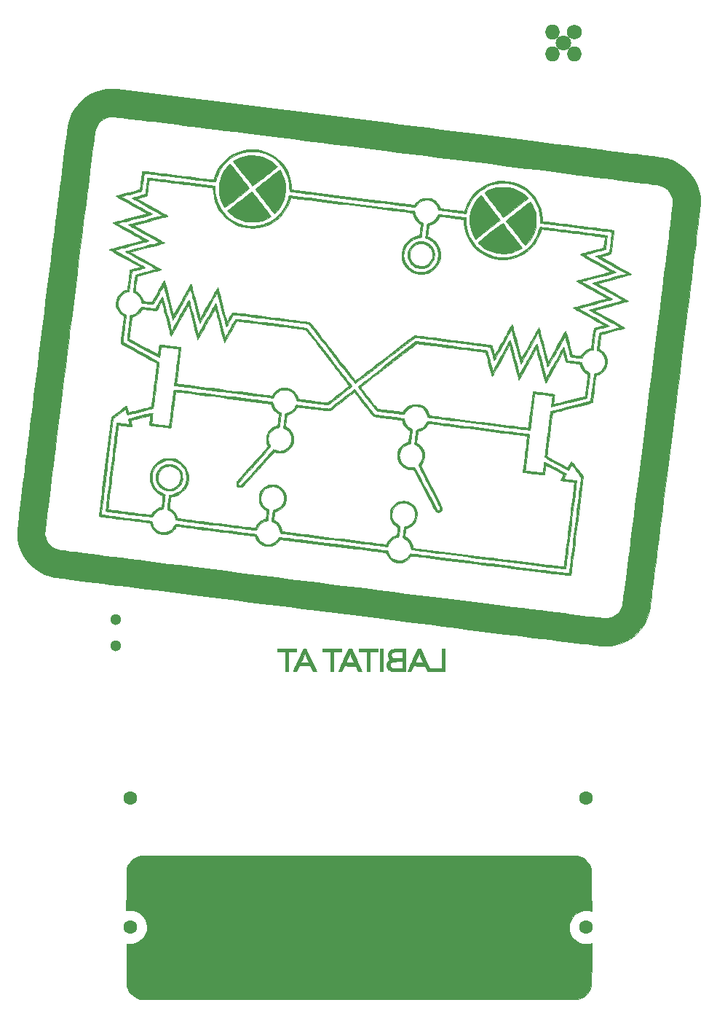
<source format=gbs>
G04 #@! TF.GenerationSoftware,KiCad,Pcbnew,(5.0.0-rc2-dev-222-g3b0a758)*
G04 #@! TF.CreationDate,2018-12-10T16:28:55+01:00*
G04 #@! TF.ProjectId,35c3_badge,333563335F62616467652E6B69636164,rev?*
G04 #@! TF.SameCoordinates,PX2faf080PY2faf080*
G04 #@! TF.FileFunction,Soldermask,Bot*
G04 #@! TF.FilePolarity,Negative*
%FSLAX46Y46*%
G04 Gerber Fmt 4.6, Leading zero omitted, Abs format (unit mm)*
G04 Created by KiCad (PCBNEW (5.0.0-rc2-dev-222-g3b0a758)) date Monday, 10 December 2018 at 16:28:55*
%MOMM*%
%LPD*%
G01*
G04 APERTURE LIST*
%ADD10C,0.010000*%
%ADD11C,1.600000*%
%ADD12C,1.300000*%
%ADD13C,1.802000*%
%ADD14O,1.750000X1.750000*%
%ADD15C,1.750000*%
G04 APERTURE END LIST*
D10*
G36*
X27275823Y-18975053D02*
X26960673Y-19027315D01*
X26632365Y-19108196D01*
X26311075Y-19210628D01*
X26016981Y-19327547D01*
X25770263Y-19451887D01*
X25614541Y-19556778D01*
X25517390Y-19635446D01*
X26602726Y-21032306D01*
X26835863Y-21332184D01*
X27053325Y-21611557D01*
X27249527Y-21863277D01*
X27418886Y-22080197D01*
X27555820Y-22255170D01*
X27654745Y-22381047D01*
X27710077Y-22450681D01*
X27719581Y-22462099D01*
X27758583Y-22444006D01*
X27857192Y-22378835D01*
X28008387Y-22271753D01*
X28205146Y-22127924D01*
X28440449Y-21952514D01*
X28707276Y-21750688D01*
X28998606Y-21527613D01*
X29176550Y-21390131D01*
X29478490Y-21155294D01*
X29758630Y-20935874D01*
X30010080Y-20737383D01*
X30225950Y-20565331D01*
X30399348Y-20425226D01*
X30523386Y-20322580D01*
X30591172Y-20262903D01*
X30602000Y-20250196D01*
X30570872Y-20200991D01*
X30487495Y-20113650D01*
X30366886Y-20001459D01*
X30224059Y-19877705D01*
X30074031Y-19755672D01*
X29931815Y-19648646D01*
X29886358Y-19616983D01*
X29405455Y-19340578D01*
X28888512Y-19135413D01*
X28348175Y-19004599D01*
X27797087Y-18951244D01*
X27275823Y-18975053D01*
X27275823Y-18975053D01*
G37*
X27275823Y-18975053D02*
X26960673Y-19027315D01*
X26632365Y-19108196D01*
X26311075Y-19210628D01*
X26016981Y-19327547D01*
X25770263Y-19451887D01*
X25614541Y-19556778D01*
X25517390Y-19635446D01*
X26602726Y-21032306D01*
X26835863Y-21332184D01*
X27053325Y-21611557D01*
X27249527Y-21863277D01*
X27418886Y-22080197D01*
X27555820Y-22255170D01*
X27654745Y-22381047D01*
X27710077Y-22450681D01*
X27719581Y-22462099D01*
X27758583Y-22444006D01*
X27857192Y-22378835D01*
X28008387Y-22271753D01*
X28205146Y-22127924D01*
X28440449Y-21952514D01*
X28707276Y-21750688D01*
X28998606Y-21527613D01*
X29176550Y-21390131D01*
X29478490Y-21155294D01*
X29758630Y-20935874D01*
X30010080Y-20737383D01*
X30225950Y-20565331D01*
X30399348Y-20425226D01*
X30523386Y-20322580D01*
X30591172Y-20262903D01*
X30602000Y-20250196D01*
X30570872Y-20200991D01*
X30487495Y-20113650D01*
X30366886Y-20001459D01*
X30224059Y-19877705D01*
X30074031Y-19755672D01*
X29931815Y-19648646D01*
X29886358Y-19616983D01*
X29405455Y-19340578D01*
X28888512Y-19135413D01*
X28348175Y-19004599D01*
X27797087Y-18951244D01*
X27275823Y-18975053D01*
G36*
X25128859Y-19939636D02*
X25046610Y-20000465D01*
X24936323Y-20105435D01*
X24809312Y-20242701D01*
X24676891Y-20400417D01*
X24550372Y-20566737D01*
X24501617Y-20636455D01*
X24217487Y-21128517D01*
X24011853Y-21652305D01*
X23884720Y-22207807D01*
X23842210Y-22619667D01*
X23839242Y-23054075D01*
X23883810Y-23460846D01*
X23980854Y-23875590D01*
X24044792Y-24079799D01*
X24118034Y-24277459D01*
X24204158Y-24476874D01*
X24295025Y-24662680D01*
X24382496Y-24819516D01*
X24458431Y-24932019D01*
X24514690Y-24984826D01*
X24525380Y-24986862D01*
X24567153Y-24960824D01*
X24668293Y-24887871D01*
X24821633Y-24773450D01*
X25020010Y-24623012D01*
X25256259Y-24442006D01*
X25523214Y-24235881D01*
X25813712Y-24010087D01*
X25966500Y-23890774D01*
X26264553Y-23656877D01*
X26540595Y-23438737D01*
X26787741Y-23241909D01*
X26999104Y-23071946D01*
X27167799Y-22934401D01*
X27286940Y-22834830D01*
X27349640Y-22778785D01*
X27357662Y-22768724D01*
X27331223Y-22730038D01*
X27258141Y-22631772D01*
X27143890Y-22481072D01*
X26993944Y-22285084D01*
X26813780Y-22050952D01*
X26608872Y-21785821D01*
X26384694Y-21496838D01*
X26278162Y-21359859D01*
X26045998Y-21061492D01*
X25829518Y-20783121D01*
X25634366Y-20532014D01*
X25466184Y-20315440D01*
X25330616Y-20140666D01*
X25233305Y-20014961D01*
X25179892Y-19945593D01*
X25171755Y-19934796D01*
X25128859Y-19939636D01*
X25128859Y-19939636D01*
G37*
X25128859Y-19939636D02*
X25046610Y-20000465D01*
X24936323Y-20105435D01*
X24809312Y-20242701D01*
X24676891Y-20400417D01*
X24550372Y-20566737D01*
X24501617Y-20636455D01*
X24217487Y-21128517D01*
X24011853Y-21652305D01*
X23884720Y-22207807D01*
X23842210Y-22619667D01*
X23839242Y-23054075D01*
X23883810Y-23460846D01*
X23980854Y-23875590D01*
X24044792Y-24079799D01*
X24118034Y-24277459D01*
X24204158Y-24476874D01*
X24295025Y-24662680D01*
X24382496Y-24819516D01*
X24458431Y-24932019D01*
X24514690Y-24984826D01*
X24525380Y-24986862D01*
X24567153Y-24960824D01*
X24668293Y-24887871D01*
X24821633Y-24773450D01*
X25020010Y-24623012D01*
X25256259Y-24442006D01*
X25523214Y-24235881D01*
X25813712Y-24010087D01*
X25966500Y-23890774D01*
X26264553Y-23656877D01*
X26540595Y-23438737D01*
X26787741Y-23241909D01*
X26999104Y-23071946D01*
X27167799Y-22934401D01*
X27286940Y-22834830D01*
X27349640Y-22778785D01*
X27357662Y-22768724D01*
X27331223Y-22730038D01*
X27258141Y-22631772D01*
X27143890Y-22481072D01*
X26993944Y-22285084D01*
X26813780Y-22050952D01*
X26608872Y-21785821D01*
X26384694Y-21496838D01*
X26278162Y-21359859D01*
X26045998Y-21061492D01*
X25829518Y-20783121D01*
X25634366Y-20532014D01*
X25466184Y-20315440D01*
X25330616Y-20140666D01*
X25233305Y-20014961D01*
X25179892Y-19945593D01*
X25171755Y-19934796D01*
X25128859Y-19939636D01*
G36*
X30867479Y-20698179D02*
X30776994Y-20753453D01*
X30646359Y-20843279D01*
X30470774Y-20971101D01*
X30245436Y-21140368D01*
X29965543Y-21354526D01*
X29626295Y-21617021D01*
X29482493Y-21728856D01*
X29181108Y-21964908D01*
X28902029Y-22186200D01*
X28652066Y-22387133D01*
X28438031Y-22562105D01*
X28266734Y-22705516D01*
X28144985Y-22811765D01*
X28079595Y-22875252D01*
X28070175Y-22890271D01*
X28099285Y-22937970D01*
X28173868Y-23042278D01*
X28287290Y-23194726D01*
X28432920Y-23386850D01*
X28604126Y-23610182D01*
X28794274Y-23856256D01*
X28996735Y-24116605D01*
X29204874Y-24382762D01*
X29412060Y-24646262D01*
X29611660Y-24898637D01*
X29797044Y-25131420D01*
X29961577Y-25336146D01*
X30098629Y-25504348D01*
X30201567Y-25627559D01*
X30263758Y-25697312D01*
X30278970Y-25710000D01*
X30326986Y-25680999D01*
X30413229Y-25604667D01*
X30519740Y-25497006D01*
X30528385Y-25487750D01*
X30879701Y-25049950D01*
X31162092Y-24570994D01*
X31373446Y-24060199D01*
X31511655Y-23526884D01*
X31574608Y-22980368D01*
X31560196Y-22429970D01*
X31466308Y-21885009D01*
X31398201Y-21646000D01*
X31339244Y-21485896D01*
X31255683Y-21287935D01*
X31159709Y-21078298D01*
X31063513Y-20883165D01*
X30979285Y-20728718D01*
X30947210Y-20677495D01*
X30922618Y-20674008D01*
X30867479Y-20698179D01*
X30867479Y-20698179D01*
G37*
X30867479Y-20698179D02*
X30776994Y-20753453D01*
X30646359Y-20843279D01*
X30470774Y-20971101D01*
X30245436Y-21140368D01*
X29965543Y-21354526D01*
X29626295Y-21617021D01*
X29482493Y-21728856D01*
X29181108Y-21964908D01*
X28902029Y-22186200D01*
X28652066Y-22387133D01*
X28438031Y-22562105D01*
X28266734Y-22705516D01*
X28144985Y-22811765D01*
X28079595Y-22875252D01*
X28070175Y-22890271D01*
X28099285Y-22937970D01*
X28173868Y-23042278D01*
X28287290Y-23194726D01*
X28432920Y-23386850D01*
X28604126Y-23610182D01*
X28794274Y-23856256D01*
X28996735Y-24116605D01*
X29204874Y-24382762D01*
X29412060Y-24646262D01*
X29611660Y-24898637D01*
X29797044Y-25131420D01*
X29961577Y-25336146D01*
X30098629Y-25504348D01*
X30201567Y-25627559D01*
X30263758Y-25697312D01*
X30278970Y-25710000D01*
X30326986Y-25680999D01*
X30413229Y-25604667D01*
X30519740Y-25497006D01*
X30528385Y-25487750D01*
X30879701Y-25049950D01*
X31162092Y-24570994D01*
X31373446Y-24060199D01*
X31511655Y-23526884D01*
X31574608Y-22980368D01*
X31560196Y-22429970D01*
X31466308Y-21885009D01*
X31398201Y-21646000D01*
X31339244Y-21485896D01*
X31255683Y-21287935D01*
X31159709Y-21078298D01*
X31063513Y-20883165D01*
X30979285Y-20728718D01*
X30947210Y-20677495D01*
X30922618Y-20674008D01*
X30867479Y-20698179D01*
G36*
X56597777Y-22646315D02*
X56391231Y-22650677D01*
X56231049Y-22660401D01*
X56098086Y-22677493D01*
X55973196Y-22703962D01*
X55837234Y-22741815D01*
X55778128Y-22759772D01*
X55545358Y-22840041D01*
X55301168Y-22938769D01*
X55069677Y-23044997D01*
X54875000Y-23147767D01*
X54757104Y-23223749D01*
X54739797Y-23241636D01*
X54733826Y-23267002D01*
X54743445Y-23306008D01*
X54772904Y-23364812D01*
X54826458Y-23449575D01*
X54908358Y-23566457D01*
X55022857Y-23721616D01*
X55174208Y-23921214D01*
X55366662Y-24171410D01*
X55604473Y-24478363D01*
X55773104Y-24695435D01*
X56007622Y-24996194D01*
X56226959Y-25275630D01*
X56425519Y-25526748D01*
X56597704Y-25742555D01*
X56737917Y-25916055D01*
X56840560Y-26040253D01*
X56900037Y-26108154D01*
X56912167Y-26118931D01*
X56953609Y-26096473D01*
X57054581Y-26027169D01*
X57207928Y-25916341D01*
X57406495Y-25769312D01*
X57643126Y-25591402D01*
X57910666Y-25387935D01*
X58201960Y-25164233D01*
X58359656Y-25042288D01*
X58659433Y-24809245D01*
X58937462Y-24591777D01*
X59186792Y-24395420D01*
X59400471Y-24225712D01*
X59571546Y-24088187D01*
X59693064Y-23988384D01*
X59758075Y-23931837D01*
X59767240Y-23921369D01*
X59738272Y-23870292D01*
X59656660Y-23780512D01*
X59536588Y-23665305D01*
X59392243Y-23537948D01*
X59237812Y-23411718D01*
X59155834Y-23349153D01*
X58705082Y-23065627D01*
X58195077Y-22838537D01*
X57961539Y-22759772D01*
X57816253Y-22717022D01*
X57689381Y-22686425D01*
X57561777Y-22665975D01*
X57414296Y-22653663D01*
X57227791Y-22647482D01*
X56983117Y-22645425D01*
X56869834Y-22645307D01*
X56597777Y-22646315D01*
X56597777Y-22646315D01*
G37*
X56597777Y-22646315D02*
X56391231Y-22650677D01*
X56231049Y-22660401D01*
X56098086Y-22677493D01*
X55973196Y-22703962D01*
X55837234Y-22741815D01*
X55778128Y-22759772D01*
X55545358Y-22840041D01*
X55301168Y-22938769D01*
X55069677Y-23044997D01*
X54875000Y-23147767D01*
X54757104Y-23223749D01*
X54739797Y-23241636D01*
X54733826Y-23267002D01*
X54743445Y-23306008D01*
X54772904Y-23364812D01*
X54826458Y-23449575D01*
X54908358Y-23566457D01*
X55022857Y-23721616D01*
X55174208Y-23921214D01*
X55366662Y-24171410D01*
X55604473Y-24478363D01*
X55773104Y-24695435D01*
X56007622Y-24996194D01*
X56226959Y-25275630D01*
X56425519Y-25526748D01*
X56597704Y-25742555D01*
X56737917Y-25916055D01*
X56840560Y-26040253D01*
X56900037Y-26108154D01*
X56912167Y-26118931D01*
X56953609Y-26096473D01*
X57054581Y-26027169D01*
X57207928Y-25916341D01*
X57406495Y-25769312D01*
X57643126Y-25591402D01*
X57910666Y-25387935D01*
X58201960Y-25164233D01*
X58359656Y-25042288D01*
X58659433Y-24809245D01*
X58937462Y-24591777D01*
X59186792Y-24395420D01*
X59400471Y-24225712D01*
X59571546Y-24088187D01*
X59693064Y-23988384D01*
X59758075Y-23931837D01*
X59767240Y-23921369D01*
X59738272Y-23870292D01*
X59656660Y-23780512D01*
X59536588Y-23665305D01*
X59392243Y-23537948D01*
X59237812Y-23411718D01*
X59155834Y-23349153D01*
X58705082Y-23065627D01*
X58195077Y-22838537D01*
X57961539Y-22759772D01*
X57816253Y-22717022D01*
X57689381Y-22686425D01*
X57561777Y-22665975D01*
X57414296Y-22653663D01*
X57227791Y-22647482D01*
X56983117Y-22645425D01*
X56869834Y-22645307D01*
X56597777Y-22646315D01*
G36*
X27629643Y-23196651D02*
X27534027Y-23266411D01*
X27388346Y-23374965D01*
X27201073Y-23515838D01*
X26980682Y-23682553D01*
X26735647Y-23868636D01*
X26474442Y-24067610D01*
X26205542Y-24273000D01*
X25937419Y-24478329D01*
X25678548Y-24677123D01*
X25437403Y-24862906D01*
X25222458Y-25029201D01*
X25042187Y-25169534D01*
X24905063Y-25277428D01*
X24819561Y-25346407D01*
X24802334Y-25361099D01*
X24817515Y-25399356D01*
X24886554Y-25477775D01*
X24996280Y-25584793D01*
X25133520Y-25708849D01*
X25285103Y-25838379D01*
X25437855Y-25961823D01*
X25578606Y-26067617D01*
X25694182Y-26144200D01*
X25695068Y-26144721D01*
X26087620Y-26343508D01*
X26520091Y-26507677D01*
X26927799Y-26616431D01*
X27155337Y-26649697D01*
X27435510Y-26670389D01*
X27738716Y-26678137D01*
X28035349Y-26672569D01*
X28295805Y-26653316D01*
X28421834Y-26635144D01*
X28619432Y-26589301D01*
X28840360Y-26522716D01*
X29070353Y-26441530D01*
X29295146Y-26351880D01*
X29500473Y-26259905D01*
X29672071Y-26171742D01*
X29795673Y-26093530D01*
X29857016Y-26031407D01*
X29861167Y-26015796D01*
X29836164Y-25972700D01*
X29765534Y-25871935D01*
X29655850Y-25722017D01*
X29513684Y-25531461D01*
X29345608Y-25308785D01*
X29158193Y-25062504D01*
X28958011Y-24801134D01*
X28751634Y-24533192D01*
X28545635Y-24267192D01*
X28346584Y-24011652D01*
X28161055Y-23775087D01*
X27995617Y-23566013D01*
X27856845Y-23392947D01*
X27751308Y-23264403D01*
X27685580Y-23188899D01*
X27666719Y-23172161D01*
X27629643Y-23196651D01*
X27629643Y-23196651D01*
G37*
X27629643Y-23196651D02*
X27534027Y-23266411D01*
X27388346Y-23374965D01*
X27201073Y-23515838D01*
X26980682Y-23682553D01*
X26735647Y-23868636D01*
X26474442Y-24067610D01*
X26205542Y-24273000D01*
X25937419Y-24478329D01*
X25678548Y-24677123D01*
X25437403Y-24862906D01*
X25222458Y-25029201D01*
X25042187Y-25169534D01*
X24905063Y-25277428D01*
X24819561Y-25346407D01*
X24802334Y-25361099D01*
X24817515Y-25399356D01*
X24886554Y-25477775D01*
X24996280Y-25584793D01*
X25133520Y-25708849D01*
X25285103Y-25838379D01*
X25437855Y-25961823D01*
X25578606Y-26067617D01*
X25694182Y-26144200D01*
X25695068Y-26144721D01*
X26087620Y-26343508D01*
X26520091Y-26507677D01*
X26927799Y-26616431D01*
X27155337Y-26649697D01*
X27435510Y-26670389D01*
X27738716Y-26678137D01*
X28035349Y-26672569D01*
X28295805Y-26653316D01*
X28421834Y-26635144D01*
X28619432Y-26589301D01*
X28840360Y-26522716D01*
X29070353Y-26441530D01*
X29295146Y-26351880D01*
X29500473Y-26259905D01*
X29672071Y-26171742D01*
X29795673Y-26093530D01*
X29857016Y-26031407D01*
X29861167Y-26015796D01*
X29836164Y-25972700D01*
X29765534Y-25871935D01*
X29655850Y-25722017D01*
X29513684Y-25531461D01*
X29345608Y-25308785D01*
X29158193Y-25062504D01*
X28958011Y-24801134D01*
X28751634Y-24533192D01*
X28545635Y-24267192D01*
X28346584Y-24011652D01*
X28161055Y-23775087D01*
X27995617Y-23566013D01*
X27856845Y-23392947D01*
X27751308Y-23264403D01*
X27685580Y-23188899D01*
X27666719Y-23172161D01*
X27629643Y-23196651D01*
G36*
X54263046Y-23622699D02*
X54177866Y-23700127D01*
X54068265Y-23809609D01*
X53949710Y-23935139D01*
X53837665Y-24060708D01*
X53747595Y-24170312D01*
X53735733Y-24186000D01*
X53464024Y-24619593D01*
X53253025Y-25100849D01*
X53105346Y-25615845D01*
X53023596Y-26150657D01*
X53010387Y-26691361D01*
X53068328Y-27224035D01*
X53120674Y-27466833D01*
X53162676Y-27603963D01*
X53226246Y-27776273D01*
X53304244Y-27968043D01*
X53389528Y-28163553D01*
X53474956Y-28347083D01*
X53553387Y-28502915D01*
X53617680Y-28615328D01*
X53660692Y-28668603D01*
X53667656Y-28670816D01*
X53706502Y-28645082D01*
X53803685Y-28573367D01*
X53950949Y-28461976D01*
X54140036Y-28317212D01*
X54362691Y-28145382D01*
X54610656Y-27952788D01*
X54734863Y-27855899D01*
X55014527Y-27637524D01*
X55292730Y-27420435D01*
X55556956Y-27214387D01*
X55794688Y-27029138D01*
X55993409Y-26874444D01*
X56140602Y-26760061D01*
X56164062Y-26741868D01*
X56553231Y-26440236D01*
X55446370Y-25016785D01*
X55211214Y-24715279D01*
X54991668Y-24435541D01*
X54793232Y-24184450D01*
X54621407Y-23968887D01*
X54481692Y-23795730D01*
X54379588Y-23671860D01*
X54320596Y-23604156D01*
X54308340Y-23593333D01*
X54263046Y-23622699D01*
X54263046Y-23622699D01*
G37*
X54263046Y-23622699D02*
X54177866Y-23700127D01*
X54068265Y-23809609D01*
X53949710Y-23935139D01*
X53837665Y-24060708D01*
X53747595Y-24170312D01*
X53735733Y-24186000D01*
X53464024Y-24619593D01*
X53253025Y-25100849D01*
X53105346Y-25615845D01*
X53023596Y-26150657D01*
X53010387Y-26691361D01*
X53068328Y-27224035D01*
X53120674Y-27466833D01*
X53162676Y-27603963D01*
X53226246Y-27776273D01*
X53304244Y-27968043D01*
X53389528Y-28163553D01*
X53474956Y-28347083D01*
X53553387Y-28502915D01*
X53617680Y-28615328D01*
X53660692Y-28668603D01*
X53667656Y-28670816D01*
X53706502Y-28645082D01*
X53803685Y-28573367D01*
X53950949Y-28461976D01*
X54140036Y-28317212D01*
X54362691Y-28145382D01*
X54610656Y-27952788D01*
X54734863Y-27855899D01*
X55014527Y-27637524D01*
X55292730Y-27420435D01*
X55556956Y-27214387D01*
X55794688Y-27029138D01*
X55993409Y-26874444D01*
X56140602Y-26760061D01*
X56164062Y-26741868D01*
X56553231Y-26440236D01*
X55446370Y-25016785D01*
X55211214Y-24715279D01*
X54991668Y-24435541D01*
X54793232Y-24184450D01*
X54621407Y-23968887D01*
X54481692Y-23795730D01*
X54379588Y-23671860D01*
X54320596Y-23604156D01*
X54308340Y-23593333D01*
X54263046Y-23622699D01*
G36*
X60008193Y-24365667D02*
X59901191Y-24437975D01*
X59746446Y-24549408D01*
X59552432Y-24693343D01*
X59327619Y-24863155D01*
X59080480Y-25052223D01*
X58819487Y-25253921D01*
X58553112Y-25461628D01*
X58289826Y-25668718D01*
X58038101Y-25868570D01*
X57806409Y-26054559D01*
X57603223Y-26220062D01*
X57437014Y-26358456D01*
X57316253Y-26463117D01*
X57249414Y-26527421D01*
X57238740Y-26544007D01*
X57266299Y-26588183D01*
X57339096Y-26689783D01*
X57450574Y-26840321D01*
X57594179Y-27031305D01*
X57763354Y-27254247D01*
X57951545Y-27500659D01*
X58152194Y-27762049D01*
X58358747Y-28029930D01*
X58564648Y-28295813D01*
X58763340Y-28551207D01*
X58948270Y-28787625D01*
X59112879Y-28996576D01*
X59250614Y-29169571D01*
X59354918Y-29298122D01*
X59419236Y-29373739D01*
X59437024Y-29390637D01*
X59476362Y-29362789D01*
X59557114Y-29286634D01*
X59664045Y-29176791D01*
X59700153Y-29138158D01*
X59913369Y-28893992D01*
X60084551Y-28661527D01*
X60235992Y-28407738D01*
X60363664Y-28155148D01*
X60497212Y-27855040D01*
X60593954Y-27581337D01*
X60658988Y-27309715D01*
X60697410Y-27015847D01*
X60714315Y-26675408D01*
X60716295Y-26472000D01*
X60714150Y-26193400D01*
X60706396Y-25978087D01*
X60691053Y-25804760D01*
X60666140Y-25652117D01*
X60629679Y-25498857D01*
X60623820Y-25477167D01*
X60564526Y-25290173D01*
X60486431Y-25086433D01*
X60397014Y-24881014D01*
X60303754Y-24688986D01*
X60214131Y-24525417D01*
X60135622Y-24405376D01*
X60075708Y-24343932D01*
X60058982Y-24339107D01*
X60008193Y-24365667D01*
X60008193Y-24365667D01*
G37*
X60008193Y-24365667D02*
X59901191Y-24437975D01*
X59746446Y-24549408D01*
X59552432Y-24693343D01*
X59327619Y-24863155D01*
X59080480Y-25052223D01*
X58819487Y-25253921D01*
X58553112Y-25461628D01*
X58289826Y-25668718D01*
X58038101Y-25868570D01*
X57806409Y-26054559D01*
X57603223Y-26220062D01*
X57437014Y-26358456D01*
X57316253Y-26463117D01*
X57249414Y-26527421D01*
X57238740Y-26544007D01*
X57266299Y-26588183D01*
X57339096Y-26689783D01*
X57450574Y-26840321D01*
X57594179Y-27031305D01*
X57763354Y-27254247D01*
X57951545Y-27500659D01*
X58152194Y-27762049D01*
X58358747Y-28029930D01*
X58564648Y-28295813D01*
X58763340Y-28551207D01*
X58948270Y-28787625D01*
X59112879Y-28996576D01*
X59250614Y-29169571D01*
X59354918Y-29298122D01*
X59419236Y-29373739D01*
X59437024Y-29390637D01*
X59476362Y-29362789D01*
X59557114Y-29286634D01*
X59664045Y-29176791D01*
X59700153Y-29138158D01*
X59913369Y-28893992D01*
X60084551Y-28661527D01*
X60235992Y-28407738D01*
X60363664Y-28155148D01*
X60497212Y-27855040D01*
X60593954Y-27581337D01*
X60658988Y-27309715D01*
X60697410Y-27015847D01*
X60714315Y-26675408D01*
X60716295Y-26472000D01*
X60714150Y-26193400D01*
X60706396Y-25978087D01*
X60691053Y-25804760D01*
X60666140Y-25652117D01*
X60629679Y-25498857D01*
X60623820Y-25477167D01*
X60564526Y-25290173D01*
X60486431Y-25086433D01*
X60397014Y-24881014D01*
X60303754Y-24688986D01*
X60214131Y-24525417D01*
X60135622Y-24405376D01*
X60075708Y-24343932D01*
X60058982Y-24339107D01*
X60008193Y-24365667D01*
G36*
X56801280Y-26872882D02*
X56725002Y-26915908D01*
X56614486Y-26989078D01*
X56464183Y-27096324D01*
X56268544Y-27241579D01*
X56022022Y-27428777D01*
X55719068Y-27661850D01*
X55448099Y-27871750D01*
X55149351Y-28103943D01*
X54869943Y-28321672D01*
X54617312Y-28519099D01*
X54398896Y-28690387D01*
X54222132Y-28829698D01*
X54094458Y-28931194D01*
X54023312Y-28989038D01*
X54012334Y-28998658D01*
X53987110Y-29035943D01*
X53996262Y-29080937D01*
X54048850Y-29148191D01*
X54153933Y-29252259D01*
X54193283Y-29289309D01*
X54642953Y-29654654D01*
X55131403Y-29945649D01*
X55655086Y-30160343D01*
X55913447Y-30234605D01*
X56176426Y-30286174D01*
X56480868Y-30323365D01*
X56797784Y-30344445D01*
X57098185Y-30347681D01*
X57353080Y-30331339D01*
X57406876Y-30323900D01*
X57715856Y-30261440D01*
X58033526Y-30173500D01*
X58340124Y-30067419D01*
X58615887Y-29950536D01*
X58841054Y-29830191D01*
X58957933Y-29747861D01*
X59056365Y-29666466D01*
X57991318Y-28291483D01*
X57759677Y-27992750D01*
X57542834Y-27713712D01*
X57346559Y-27461746D01*
X57176617Y-27244228D01*
X57038778Y-27068536D01*
X56938808Y-26942047D01*
X56882475Y-26872137D01*
X56873317Y-26861527D01*
X56848869Y-26856066D01*
X56801280Y-26872882D01*
X56801280Y-26872882D01*
G37*
X56801280Y-26872882D02*
X56725002Y-26915908D01*
X56614486Y-26989078D01*
X56464183Y-27096324D01*
X56268544Y-27241579D01*
X56022022Y-27428777D01*
X55719068Y-27661850D01*
X55448099Y-27871750D01*
X55149351Y-28103943D01*
X54869943Y-28321672D01*
X54617312Y-28519099D01*
X54398896Y-28690387D01*
X54222132Y-28829698D01*
X54094458Y-28931194D01*
X54023312Y-28989038D01*
X54012334Y-28998658D01*
X53987110Y-29035943D01*
X53996262Y-29080937D01*
X54048850Y-29148191D01*
X54153933Y-29252259D01*
X54193283Y-29289309D01*
X54642953Y-29654654D01*
X55131403Y-29945649D01*
X55655086Y-30160343D01*
X55913447Y-30234605D01*
X56176426Y-30286174D01*
X56480868Y-30323365D01*
X56797784Y-30344445D01*
X57098185Y-30347681D01*
X57353080Y-30331339D01*
X57406876Y-30323900D01*
X57715856Y-30261440D01*
X58033526Y-30173500D01*
X58340124Y-30067419D01*
X58615887Y-29950536D01*
X58841054Y-29830191D01*
X58957933Y-29747861D01*
X59056365Y-29666466D01*
X57991318Y-28291483D01*
X57759677Y-27992750D01*
X57542834Y-27713712D01*
X57346559Y-27461746D01*
X57176617Y-27244228D01*
X57038778Y-27068536D01*
X56938808Y-26942047D01*
X56882475Y-26872137D01*
X56873317Y-26861527D01*
X56848869Y-26856066D01*
X56801280Y-26872882D01*
G36*
X47145382Y-28967132D02*
X46808533Y-29051731D01*
X46591623Y-29149013D01*
X46316948Y-29340857D01*
X46097017Y-29586813D01*
X45935228Y-29873672D01*
X45834982Y-30188222D01*
X45799676Y-30517256D01*
X45832709Y-30847563D01*
X45937482Y-31165933D01*
X46029198Y-31334782D01*
X46174305Y-31519960D01*
X46365098Y-31703194D01*
X46571266Y-31857946D01*
X46721700Y-31941120D01*
X46919497Y-32001672D01*
X47165946Y-32038005D01*
X47428101Y-32048495D01*
X47673017Y-32031513D01*
X47837163Y-31996179D01*
X48134306Y-31859876D01*
X48404770Y-31657377D01*
X48631330Y-31405486D01*
X48796757Y-31121008D01*
X48835000Y-31022833D01*
X48882352Y-30816583D01*
X48903671Y-30567211D01*
X48903949Y-30532958D01*
X48677920Y-30532958D01*
X48637044Y-30850923D01*
X48520820Y-31144029D01*
X48337404Y-31401427D01*
X48094946Y-31612270D01*
X47801601Y-31765707D01*
X47733277Y-31789954D01*
X47498211Y-31831940D01*
X47229978Y-31824043D01*
X46961672Y-31769082D01*
X46806115Y-31710929D01*
X46522061Y-31535574D01*
X46292011Y-31296410D01*
X46143425Y-31047661D01*
X46058831Y-30785735D01*
X46029656Y-30498579D01*
X46056187Y-30216200D01*
X46133153Y-29979904D01*
X46318694Y-29679632D01*
X46550998Y-29448601D01*
X46827027Y-29288935D01*
X47143743Y-29202759D01*
X47262444Y-29190429D01*
X47554280Y-29192329D01*
X47798938Y-29245566D01*
X48020083Y-29359197D01*
X48241377Y-29542282D01*
X48279495Y-29579743D01*
X48472572Y-29802114D01*
X48596183Y-30022753D01*
X48661010Y-30267216D01*
X48677920Y-30532958D01*
X48903949Y-30532958D01*
X48904269Y-30493667D01*
X48862753Y-30139428D01*
X48751563Y-29820998D01*
X48580058Y-29543818D01*
X48357597Y-29313329D01*
X48093539Y-29134975D01*
X47797245Y-29014196D01*
X47478073Y-28956434D01*
X47145382Y-28967132D01*
X47145382Y-28967132D01*
G37*
X47145382Y-28967132D02*
X46808533Y-29051731D01*
X46591623Y-29149013D01*
X46316948Y-29340857D01*
X46097017Y-29586813D01*
X45935228Y-29873672D01*
X45834982Y-30188222D01*
X45799676Y-30517256D01*
X45832709Y-30847563D01*
X45937482Y-31165933D01*
X46029198Y-31334782D01*
X46174305Y-31519960D01*
X46365098Y-31703194D01*
X46571266Y-31857946D01*
X46721700Y-31941120D01*
X46919497Y-32001672D01*
X47165946Y-32038005D01*
X47428101Y-32048495D01*
X47673017Y-32031513D01*
X47837163Y-31996179D01*
X48134306Y-31859876D01*
X48404770Y-31657377D01*
X48631330Y-31405486D01*
X48796757Y-31121008D01*
X48835000Y-31022833D01*
X48882352Y-30816583D01*
X48903671Y-30567211D01*
X48903949Y-30532958D01*
X48677920Y-30532958D01*
X48637044Y-30850923D01*
X48520820Y-31144029D01*
X48337404Y-31401427D01*
X48094946Y-31612270D01*
X47801601Y-31765707D01*
X47733277Y-31789954D01*
X47498211Y-31831940D01*
X47229978Y-31824043D01*
X46961672Y-31769082D01*
X46806115Y-31710929D01*
X46522061Y-31535574D01*
X46292011Y-31296410D01*
X46143425Y-31047661D01*
X46058831Y-30785735D01*
X46029656Y-30498579D01*
X46056187Y-30216200D01*
X46133153Y-29979904D01*
X46318694Y-29679632D01*
X46550998Y-29448601D01*
X46827027Y-29288935D01*
X47143743Y-29202759D01*
X47262444Y-29190429D01*
X47554280Y-29192329D01*
X47798938Y-29245566D01*
X48020083Y-29359197D01*
X48241377Y-29542282D01*
X48279495Y-29579743D01*
X48472572Y-29802114D01*
X48596183Y-30022753D01*
X48661010Y-30267216D01*
X48677920Y-30532958D01*
X48903949Y-30532958D01*
X48904269Y-30493667D01*
X48862753Y-30139428D01*
X48751563Y-29820998D01*
X48580058Y-29543818D01*
X48357597Y-29313329D01*
X48093539Y-29134975D01*
X47797245Y-29014196D01*
X47478073Y-28956434D01*
X47145382Y-28967132D01*
G36*
X15537444Y-21542851D02*
X15527880Y-21586832D01*
X15509401Y-21702702D01*
X15483748Y-21878356D01*
X15452667Y-22101689D01*
X15417900Y-22360598D01*
X15400021Y-22496980D01*
X15363919Y-22769300D01*
X15330396Y-23012327D01*
X15301243Y-23213871D01*
X15278247Y-23361739D01*
X15263197Y-23443738D01*
X15259281Y-23456164D01*
X15214386Y-23472211D01*
X15100725Y-23505684D01*
X14931526Y-23552890D01*
X14720014Y-23610136D01*
X14487876Y-23671518D01*
X14250104Y-23736017D01*
X14044142Y-23796292D01*
X13882642Y-23848276D01*
X13778253Y-23887901D01*
X13743556Y-23910833D01*
X13781259Y-23939266D01*
X13885900Y-24004234D01*
X14050186Y-24101546D01*
X14266827Y-24227012D01*
X14528532Y-24376441D01*
X14828010Y-24545641D01*
X15157969Y-24730422D01*
X15499051Y-24919913D01*
X15852205Y-25115607D01*
X16182702Y-25299214D01*
X16483149Y-25466593D01*
X16746151Y-25613604D01*
X16964316Y-25736105D01*
X17130250Y-25829957D01*
X17236560Y-25891017D01*
X17275670Y-25914950D01*
X17242124Y-25930928D01*
X17134388Y-25965729D01*
X16960293Y-26017166D01*
X16727668Y-26083054D01*
X16444343Y-26161206D01*
X16118147Y-26249436D01*
X15756911Y-26345558D01*
X15370670Y-26446812D01*
X14977768Y-26549234D01*
X14608195Y-26645889D01*
X14270392Y-26734546D01*
X13972798Y-26812975D01*
X13723854Y-26878949D01*
X13531998Y-26930236D01*
X13405671Y-26964607D01*
X13354104Y-26979539D01*
X13334611Y-26985672D01*
X13319835Y-26991869D01*
X13315133Y-27001294D01*
X13325856Y-27017116D01*
X13357359Y-27042501D01*
X13414996Y-27080617D01*
X13504122Y-27134630D01*
X13630089Y-27207708D01*
X13798253Y-27303018D01*
X14013966Y-27423726D01*
X14282584Y-27573000D01*
X14609459Y-27754006D01*
X14999947Y-27969913D01*
X15433547Y-28209593D01*
X15838562Y-28434701D01*
X16171353Y-28622372D01*
X16434770Y-28774318D01*
X16631658Y-28892252D01*
X16764868Y-28977887D01*
X16837246Y-29032935D01*
X16851642Y-29059108D01*
X16848903Y-29060677D01*
X16793773Y-29076691D01*
X16665165Y-29111720D01*
X16471556Y-29163522D01*
X16221424Y-29229855D01*
X15923244Y-29308479D01*
X15585496Y-29397150D01*
X15216655Y-29493626D01*
X14872357Y-29583393D01*
X14484938Y-29684687D01*
X14122698Y-29780241D01*
X13793869Y-29867820D01*
X13506683Y-29945195D01*
X13269372Y-30010132D01*
X13090168Y-30060400D01*
X12977303Y-30093766D01*
X12939245Y-30107505D01*
X12968921Y-30133036D01*
X13065894Y-30195156D01*
X13223180Y-30289823D01*
X13433795Y-30412997D01*
X13690754Y-30560636D01*
X13987075Y-30728697D01*
X14315772Y-30913141D01*
X14669863Y-31109924D01*
X14706092Y-31129956D01*
X15063396Y-31327841D01*
X15397102Y-31513469D01*
X15700072Y-31682811D01*
X15965170Y-31831840D01*
X16185262Y-31956530D01*
X16353209Y-32052852D01*
X16461878Y-32116781D01*
X16504130Y-32144288D01*
X16504431Y-32144834D01*
X16465261Y-32160463D01*
X16354221Y-32194254D01*
X16181469Y-32243388D01*
X15957160Y-32305043D01*
X15691449Y-32376399D01*
X15394493Y-32454633D01*
X15307732Y-32477231D01*
X14110464Y-32788295D01*
X13992542Y-33747064D01*
X13957759Y-34025962D01*
X13925270Y-34279173D01*
X13896812Y-34493736D01*
X13874121Y-34656691D01*
X13858933Y-34755077D01*
X13854671Y-34776093D01*
X13867276Y-34835198D01*
X13950863Y-34883912D01*
X13983064Y-34895309D01*
X14176885Y-34995872D01*
X14369601Y-35159255D01*
X14544748Y-35365017D01*
X14685863Y-35592718D01*
X14776483Y-35821914D01*
X14793743Y-35901903D01*
X14821781Y-36018937D01*
X14868554Y-36077342D01*
X14933134Y-36099623D01*
X15025531Y-36115058D01*
X15175349Y-36136693D01*
X15362055Y-36161924D01*
X15565120Y-36188149D01*
X15764012Y-36212764D01*
X15938201Y-36233166D01*
X16067156Y-36246751D01*
X16126947Y-36251000D01*
X16169915Y-36216776D01*
X16246009Y-36113091D01*
X16356172Y-35938427D01*
X16501348Y-35691265D01*
X16682479Y-35370085D01*
X16751758Y-35244956D01*
X16900918Y-34975406D01*
X17039114Y-34727382D01*
X17160393Y-34511433D01*
X17258802Y-34338107D01*
X17328389Y-34217952D01*
X17363155Y-34161577D01*
X17378566Y-34151357D01*
X17397078Y-34164600D01*
X17420622Y-34207659D01*
X17451124Y-34286892D01*
X17490512Y-34408652D01*
X17540716Y-34579296D01*
X17603662Y-34805178D01*
X17681279Y-35092654D01*
X17775496Y-35448079D01*
X17888239Y-35877808D01*
X17915613Y-35982538D01*
X18017414Y-36372186D01*
X18113262Y-36738979D01*
X18200909Y-37074314D01*
X18278104Y-37369588D01*
X18342599Y-37616198D01*
X18392144Y-37805543D01*
X18424489Y-37929019D01*
X18436865Y-37976083D01*
X18466476Y-38049777D01*
X18489021Y-38070764D01*
X18514200Y-38034734D01*
X18576095Y-37931638D01*
X18670656Y-37768615D01*
X18793832Y-37552802D01*
X18941573Y-37291340D01*
X19109827Y-36991368D01*
X19294546Y-36660023D01*
X19491677Y-36304447D01*
X19509412Y-36272362D01*
X19712513Y-35906887D01*
X19901591Y-35570587D01*
X20072873Y-35269912D01*
X20222588Y-35011309D01*
X20346966Y-34801227D01*
X20442235Y-34646112D01*
X20504624Y-34552414D01*
X20530362Y-34526580D01*
X20530419Y-34526682D01*
X20546317Y-34577100D01*
X20581171Y-34701224D01*
X20632775Y-34890780D01*
X20698921Y-35137495D01*
X20777403Y-35433096D01*
X20866014Y-35769310D01*
X20962548Y-36137862D01*
X21060841Y-36515249D01*
X21162795Y-36904518D01*
X21259395Y-37267137D01*
X21348412Y-37595179D01*
X21427617Y-37880719D01*
X21494785Y-38115832D01*
X21547686Y-38292591D01*
X21584092Y-38403071D01*
X21601690Y-38439380D01*
X21629308Y-38400948D01*
X21693510Y-38295711D01*
X21790076Y-38131046D01*
X21914784Y-37914333D01*
X22063413Y-37652950D01*
X22231741Y-37354276D01*
X22415547Y-37025689D01*
X22588420Y-36714631D01*
X22783314Y-36362904D01*
X22966693Y-36031969D01*
X23134252Y-35729591D01*
X23281690Y-35463536D01*
X23404700Y-35241571D01*
X23498981Y-35071461D01*
X23560228Y-34960973D01*
X23583189Y-34919577D01*
X23597405Y-34913168D01*
X23617737Y-34939956D01*
X23645886Y-35005656D01*
X23683555Y-35115987D01*
X23732447Y-35276664D01*
X23794264Y-35493406D01*
X23870708Y-35771927D01*
X23963482Y-36117947D01*
X24074288Y-36537180D01*
X24144155Y-36803410D01*
X24247782Y-37198611D01*
X24345333Y-37569834D01*
X24434627Y-37908828D01*
X24513479Y-38207343D01*
X24579707Y-38457130D01*
X24631127Y-38649936D01*
X24665557Y-38777513D01*
X24680813Y-38831609D01*
X24680919Y-38831916D01*
X24709344Y-38823806D01*
X24772907Y-38741835D01*
X24870115Y-38588478D01*
X24999473Y-38366204D01*
X25159487Y-38077486D01*
X25338501Y-37743975D01*
X25418360Y-37602465D01*
X25487850Y-37495647D01*
X25535052Y-37441340D01*
X25543167Y-37437952D01*
X25590155Y-37443156D01*
X25715539Y-37458257D01*
X25913716Y-37482554D01*
X26179080Y-37515350D01*
X26506029Y-37555945D01*
X26888956Y-37603641D01*
X27322258Y-37657739D01*
X27800331Y-37717540D01*
X28317570Y-37782346D01*
X28868370Y-37851458D01*
X29447127Y-37924176D01*
X29924667Y-37984248D01*
X34263834Y-38530376D01*
X34390834Y-38677150D01*
X34434370Y-38730911D01*
X34526011Y-38846839D01*
X34662032Y-39020152D01*
X34838709Y-39246070D01*
X35052318Y-39519811D01*
X35299134Y-39836593D01*
X35575434Y-40191634D01*
X35877491Y-40580154D01*
X36201583Y-40997369D01*
X36543985Y-41438499D01*
X36900972Y-41898762D01*
X37079000Y-42128419D01*
X37439370Y-42592819D01*
X37785553Y-43037848D01*
X38113986Y-43458985D01*
X38421104Y-43851707D01*
X38703343Y-44211495D01*
X38957139Y-44533826D01*
X39178929Y-44814180D01*
X39365147Y-45048034D01*
X39512230Y-45230867D01*
X39616615Y-45358158D01*
X39674735Y-45425387D01*
X39685614Y-45435123D01*
X39724614Y-45409957D01*
X39825865Y-45336134D01*
X39984879Y-45217097D01*
X40197168Y-45056291D01*
X40458247Y-44857159D01*
X40763626Y-44623144D01*
X41108819Y-44357690D01*
X41489339Y-44064242D01*
X41900697Y-43746242D01*
X42338407Y-43407133D01*
X42797981Y-43050361D01*
X43156947Y-42771209D01*
X43630847Y-42403007D01*
X44086953Y-42049798D01*
X44520716Y-41715042D01*
X44927585Y-41402199D01*
X45303010Y-41114729D01*
X45642441Y-40856092D01*
X45941329Y-40629746D01*
X46195122Y-40439152D01*
X46399271Y-40287770D01*
X46549226Y-40179059D01*
X46640437Y-40116480D01*
X46667500Y-40101901D01*
X46720429Y-40106625D01*
X46851675Y-40121227D01*
X47055550Y-40145013D01*
X47326369Y-40177290D01*
X47658442Y-40217363D01*
X48046085Y-40264538D01*
X48483608Y-40318123D01*
X48965327Y-40377421D01*
X49485552Y-40441741D01*
X50038597Y-40510387D01*
X50618776Y-40582667D01*
X51077159Y-40639952D01*
X55402150Y-41181188D01*
X55606784Y-41975760D01*
X55671022Y-42221044D01*
X55729251Y-42435586D01*
X55777910Y-42606893D01*
X55813440Y-42722471D01*
X55832280Y-42769826D01*
X55833191Y-42770333D01*
X55857363Y-42734430D01*
X55918315Y-42631474D01*
X56012018Y-42468597D01*
X56134443Y-42252930D01*
X56281563Y-41991604D01*
X56449349Y-41691750D01*
X56633773Y-41360499D01*
X56830806Y-41004983D01*
X56849232Y-40971656D01*
X57047200Y-40614285D01*
X57232903Y-40280523D01*
X57402314Y-39977503D01*
X57551409Y-39712355D01*
X57676161Y-39492213D01*
X57772545Y-39324207D01*
X57836535Y-39215469D01*
X57864105Y-39173130D01*
X57864667Y-39172820D01*
X57879370Y-39212404D01*
X57912874Y-39325683D01*
X57962923Y-39504346D01*
X58027264Y-39740082D01*
X58103642Y-40024578D01*
X58189802Y-40349523D01*
X58283491Y-40706605D01*
X58349668Y-40960913D01*
X58474485Y-41441969D01*
X58579874Y-41847373D01*
X58667639Y-42183436D01*
X58739584Y-42456466D01*
X58797513Y-42672774D01*
X58843230Y-42838670D01*
X58878540Y-42960462D01*
X58905245Y-43044462D01*
X58925151Y-43096978D01*
X58940060Y-43124320D01*
X58951778Y-43132798D01*
X58962108Y-43128722D01*
X58967925Y-43123342D01*
X58995097Y-43080078D01*
X59059022Y-42970021D01*
X59155568Y-42800519D01*
X59280603Y-42578920D01*
X59429996Y-42312570D01*
X59599614Y-42008819D01*
X59785325Y-41675014D01*
X59982997Y-41318503D01*
X59991743Y-41302703D01*
X60979400Y-39518224D01*
X61503651Y-41525279D01*
X61607866Y-41922180D01*
X61706289Y-42293021D01*
X61796763Y-42629960D01*
X61877132Y-42925154D01*
X61945241Y-43170762D01*
X61998935Y-43358940D01*
X62036057Y-43481847D01*
X62054452Y-43531639D01*
X62055357Y-43532333D01*
X62080666Y-43496424D01*
X62142728Y-43393439D01*
X62237500Y-43230492D01*
X62360937Y-43014696D01*
X62508996Y-42753164D01*
X62677634Y-42453010D01*
X62862806Y-42121348D01*
X63060469Y-41765290D01*
X63083161Y-41724288D01*
X63283259Y-41364608D01*
X63470435Y-41031985D01*
X63640796Y-40733076D01*
X63790449Y-40474534D01*
X63915500Y-40263014D01*
X64012058Y-40105171D01*
X64076227Y-40007660D01*
X64104116Y-39977134D01*
X64104766Y-39978038D01*
X64120649Y-40033921D01*
X64154797Y-40160581D01*
X64204252Y-40346831D01*
X64266058Y-40581483D01*
X64337260Y-40853350D01*
X64414899Y-41151245D01*
X64421439Y-41176401D01*
X64499063Y-41473240D01*
X64570363Y-41742466D01*
X64632448Y-41973428D01*
X64682423Y-42155478D01*
X64717398Y-42277967D01*
X64734479Y-42330244D01*
X64735125Y-42331235D01*
X64779856Y-42341869D01*
X64890940Y-42360763D01*
X65050745Y-42385439D01*
X65241640Y-42413420D01*
X65445994Y-42442227D01*
X65646176Y-42469383D01*
X65824556Y-42492410D01*
X65963502Y-42508831D01*
X66045384Y-42516168D01*
X66052267Y-42516333D01*
X66098300Y-42480422D01*
X66147117Y-42391905D01*
X66155310Y-42370727D01*
X66269397Y-42162156D01*
X66448159Y-41962427D01*
X66671855Y-41786888D01*
X66920745Y-41650891D01*
X67175088Y-41569786D01*
X67188584Y-41567269D01*
X67290289Y-41543201D01*
X67344553Y-41518966D01*
X67347334Y-41513806D01*
X67352437Y-41462266D01*
X67366590Y-41340587D01*
X67388056Y-41162604D01*
X67415100Y-40942155D01*
X67445986Y-40693077D01*
X67478979Y-40429206D01*
X67512342Y-40164379D01*
X67544339Y-39912434D01*
X67573236Y-39687207D01*
X67597295Y-39502535D01*
X67614782Y-39372255D01*
X67623304Y-39313894D01*
X67661544Y-39208499D01*
X67744042Y-39157513D01*
X67761193Y-39152965D01*
X67993059Y-39095944D01*
X68237757Y-39033363D01*
X68481617Y-38968996D01*
X68710968Y-38906618D01*
X68912140Y-38850004D01*
X69071462Y-38802928D01*
X69175264Y-38769166D01*
X69210000Y-38752901D01*
X69174099Y-38727758D01*
X69071151Y-38665858D01*
X68908291Y-38571257D01*
X68692657Y-38448008D01*
X68431382Y-38300167D01*
X68131603Y-38131786D01*
X67800454Y-37946921D01*
X67445072Y-37749626D01*
X67413628Y-37732220D01*
X67058308Y-37534482D01*
X66728343Y-37348726D01*
X66430620Y-37178982D01*
X66172028Y-37029279D01*
X65959454Y-36903647D01*
X65799786Y-36806115D01*
X65699910Y-36740711D01*
X65666715Y-36711467D01*
X65667378Y-36710658D01*
X65717445Y-36694703D01*
X65841149Y-36659780D01*
X66030157Y-36608119D01*
X66276135Y-36541951D01*
X66570750Y-36463505D01*
X66905670Y-36375012D01*
X67272561Y-36278703D01*
X67622500Y-36187370D01*
X68011080Y-36085913D01*
X68375234Y-35990239D01*
X68706619Y-35902582D01*
X68996893Y-35825177D01*
X69237711Y-35760257D01*
X69420732Y-35710059D01*
X69537611Y-35676816D01*
X69579329Y-35663257D01*
X69554213Y-35637600D01*
X69460770Y-35575054D01*
X69305056Y-35479168D01*
X69093130Y-35353489D01*
X68831049Y-35201565D01*
X68524873Y-35026945D01*
X68180660Y-34833175D01*
X67804466Y-34623804D01*
X67803998Y-34623545D01*
X65976839Y-33612071D01*
X66334003Y-33517763D01*
X66454654Y-33486020D01*
X66645975Y-33435827D01*
X66896716Y-33370129D01*
X67195629Y-33291872D01*
X67531464Y-33204000D01*
X67892972Y-33109458D01*
X68268905Y-33011191D01*
X68354352Y-32988863D01*
X68713120Y-32894110D01*
X69043696Y-32804856D01*
X69337688Y-32723515D01*
X69586705Y-32652495D01*
X69782355Y-32594210D01*
X69916248Y-32551071D01*
X69979991Y-32525488D01*
X69983860Y-32520592D01*
X69941134Y-32493941D01*
X69886284Y-32462167D01*
X69424261Y-32462167D01*
X69200714Y-32527755D01*
X69112606Y-32552215D01*
X68952272Y-32595282D01*
X68729461Y-32654392D01*
X68453924Y-32726980D01*
X68135410Y-32810481D01*
X67783671Y-32902330D01*
X67408457Y-32999964D01*
X67188970Y-33056921D01*
X66814918Y-33154360D01*
X66467394Y-33245790D01*
X66154713Y-33328960D01*
X65885190Y-33401615D01*
X65667139Y-33461502D01*
X65508876Y-33506367D01*
X65418713Y-33533956D01*
X65400542Y-33541667D01*
X65436399Y-33565715D01*
X65539312Y-33626544D01*
X65702149Y-33720129D01*
X65917783Y-33842446D01*
X66179084Y-33989470D01*
X66478923Y-34157176D01*
X66810170Y-34341539D01*
X67165695Y-34538535D01*
X67199323Y-34557124D01*
X67556723Y-34755091D01*
X67890497Y-34940816D01*
X68193513Y-35110270D01*
X68458644Y-35259427D01*
X68678760Y-35384261D01*
X68846731Y-35480743D01*
X68955428Y-35544847D01*
X68997722Y-35572546D01*
X68998028Y-35573124D01*
X68958299Y-35587802D01*
X68844565Y-35621420D01*
X68664812Y-35671813D01*
X68427029Y-35736817D01*
X68139204Y-35814265D01*
X67809325Y-35901993D01*
X67445379Y-35997836D01*
X67061278Y-36098089D01*
X66669118Y-36200330D01*
X66301092Y-36296902D01*
X65965514Y-36385581D01*
X65670695Y-36464139D01*
X65424949Y-36530352D01*
X65236588Y-36581994D01*
X65113924Y-36616839D01*
X65065706Y-36632414D01*
X65050214Y-36639533D01*
X65038964Y-36646542D01*
X65037559Y-36656742D01*
X65051604Y-36673431D01*
X65086702Y-36699908D01*
X65148457Y-36739473D01*
X65242473Y-36795425D01*
X65374354Y-36871063D01*
X65549704Y-36969687D01*
X65774127Y-37094595D01*
X66053228Y-37249087D01*
X66392609Y-37436462D01*
X66797875Y-37660020D01*
X67008667Y-37776303D01*
X67348731Y-37963974D01*
X67665234Y-38138753D01*
X67950624Y-38296464D01*
X68197350Y-38432926D01*
X68397861Y-38543963D01*
X68544603Y-38625395D01*
X68630027Y-38673045D01*
X68649291Y-38684058D01*
X68614665Y-38696796D01*
X68512177Y-38725922D01*
X68356165Y-38767550D01*
X68160971Y-38817795D01*
X68084575Y-38837068D01*
X67873526Y-38891016D01*
X67691375Y-38939425D01*
X67554216Y-38977878D01*
X67478144Y-39001959D01*
X67469426Y-39005850D01*
X67453818Y-39052724D01*
X67429995Y-39172476D01*
X67399724Y-39353909D01*
X67364771Y-39585825D01*
X67326906Y-39857026D01*
X67288085Y-40154804D01*
X67249376Y-40455400D01*
X67212528Y-40729196D01*
X67179214Y-40964702D01*
X67151110Y-41150429D01*
X67129888Y-41274886D01*
X67117362Y-41326370D01*
X67054044Y-41367941D01*
X67016752Y-41373747D01*
X66906570Y-41398536D01*
X66755343Y-41463142D01*
X66588011Y-41554336D01*
X66429517Y-41658886D01*
X66333666Y-41736095D01*
X66207940Y-41866627D01*
X66091263Y-42014967D01*
X66049802Y-42078876D01*
X65958814Y-42205916D01*
X65875642Y-42258366D01*
X65851061Y-42260810D01*
X65760351Y-42254500D01*
X65620553Y-42239483D01*
X65452772Y-42218661D01*
X65278113Y-42194938D01*
X65117682Y-42171218D01*
X64992582Y-42150402D01*
X64923920Y-42135396D01*
X64917380Y-42132364D01*
X64902744Y-42088467D01*
X64869613Y-41972383D01*
X64820631Y-41793910D01*
X64758443Y-41562847D01*
X64685695Y-41288992D01*
X64605032Y-40982142D01*
X64552478Y-40780667D01*
X64467588Y-40456160D01*
X64388312Y-40156691D01*
X64317419Y-39892438D01*
X64257676Y-39673583D01*
X64211851Y-39510306D01*
X64182711Y-39412786D01*
X64174427Y-39390145D01*
X64167511Y-39374555D01*
X64161292Y-39362135D01*
X64152443Y-39358532D01*
X64137637Y-39369390D01*
X64113548Y-39400356D01*
X64076848Y-39457074D01*
X64024210Y-39545189D01*
X63952307Y-39670348D01*
X63857813Y-39838196D01*
X63737400Y-40054378D01*
X63587742Y-40324540D01*
X63405511Y-40654326D01*
X63187380Y-41049383D01*
X63050026Y-41298116D01*
X62121268Y-42979733D01*
X62029244Y-42631616D01*
X61998018Y-42513033D01*
X61948320Y-42323719D01*
X61883078Y-42074857D01*
X61805223Y-41777634D01*
X61717684Y-41443234D01*
X61623391Y-41082844D01*
X61525274Y-40707646D01*
X61502861Y-40621917D01*
X61408142Y-40261858D01*
X61319333Y-39928642D01*
X61238820Y-39630889D01*
X61168983Y-39377216D01*
X61112207Y-39176242D01*
X61070874Y-39036586D01*
X61047367Y-38966865D01*
X61043502Y-38960489D01*
X61018685Y-38996430D01*
X60957131Y-39099433D01*
X60862884Y-39262360D01*
X60739988Y-39478074D01*
X60592487Y-39739437D01*
X60424424Y-40039312D01*
X60239843Y-40370563D01*
X60042787Y-40726051D01*
X60025273Y-40757733D01*
X59827619Y-41114177D01*
X59642208Y-41446273D01*
X59473052Y-41746991D01*
X59324166Y-42009302D01*
X59199565Y-42226174D01*
X59103264Y-42390580D01*
X59039276Y-42495488D01*
X59011616Y-42533870D01*
X59011021Y-42533798D01*
X58996422Y-42489838D01*
X58962723Y-42371981D01*
X58912092Y-42188279D01*
X58846696Y-41946787D01*
X58768702Y-41655560D01*
X58680279Y-41322651D01*
X58583594Y-40956114D01*
X58480815Y-40564003D01*
X58478890Y-40556637D01*
X58375756Y-40165108D01*
X58277951Y-39799938D01*
X58187713Y-39469046D01*
X58107277Y-39180351D01*
X58038879Y-38941772D01*
X57984757Y-38761227D01*
X57947144Y-38646636D01*
X57928279Y-38605917D01*
X57928046Y-38605916D01*
X57913417Y-38619829D01*
X57883979Y-38662030D01*
X57837503Y-38736471D01*
X57771754Y-38847106D01*
X57684501Y-38997888D01*
X57573513Y-39192769D01*
X57436556Y-39435703D01*
X57271399Y-39730642D01*
X57075809Y-40081539D01*
X56847555Y-40492347D01*
X56584405Y-40967019D01*
X56284125Y-41509509D01*
X56078499Y-41881333D01*
X55902964Y-42198833D01*
X55760893Y-41648500D01*
X55705677Y-41439753D01*
X55655007Y-41257546D01*
X55613892Y-41119253D01*
X55587341Y-41042248D01*
X55584226Y-41035742D01*
X55560730Y-41023116D01*
X55499875Y-41006862D01*
X55397842Y-40986453D01*
X55250811Y-40961361D01*
X55054961Y-40931057D01*
X54806473Y-40895016D01*
X54501527Y-40852707D01*
X54136303Y-40803605D01*
X53706982Y-40747180D01*
X53209742Y-40682905D01*
X52640766Y-40610253D01*
X51996232Y-40528695D01*
X51272320Y-40437705D01*
X51096500Y-40415676D01*
X50490489Y-40340105D01*
X49907159Y-40267980D01*
X49352113Y-40199959D01*
X48830957Y-40136703D01*
X48349297Y-40078871D01*
X47912739Y-40027124D01*
X47526887Y-39982121D01*
X47197348Y-39944522D01*
X46929727Y-39914986D01*
X46729629Y-39894173D01*
X46602660Y-39882744D01*
X46555020Y-39881139D01*
X46509880Y-39909858D01*
X46402577Y-39987123D01*
X46237714Y-40109417D01*
X46019897Y-40273225D01*
X45753730Y-40475031D01*
X45443817Y-40711319D01*
X45094764Y-40978572D01*
X44711175Y-41273275D01*
X44297655Y-41591913D01*
X43858808Y-41930968D01*
X43399240Y-42286926D01*
X43095752Y-42522464D01*
X42518248Y-42970621D01*
X42004235Y-43368623D01*
X41550709Y-43718724D01*
X41154667Y-44023179D01*
X40813105Y-44284244D01*
X40523019Y-44504174D01*
X40281406Y-44685224D01*
X40085263Y-44829649D01*
X39931585Y-44939705D01*
X39817369Y-45017646D01*
X39739611Y-45065728D01*
X39695308Y-45086206D01*
X39682500Y-45085208D01*
X39651053Y-45044638D01*
X39571183Y-44941837D01*
X39446463Y-44781397D01*
X39280463Y-44567909D01*
X39076754Y-44305964D01*
X38838907Y-44000153D01*
X38570494Y-43655069D01*
X38275084Y-43275301D01*
X37956250Y-42865441D01*
X37617562Y-42430081D01*
X37262592Y-41973812D01*
X37060891Y-41714560D01*
X36607605Y-41132540D01*
X36203439Y-40614906D01*
X35846086Y-40158789D01*
X35533235Y-39761318D01*
X35262579Y-39419623D01*
X35031807Y-39130834D01*
X34838613Y-38892081D01*
X34680686Y-38700493D01*
X34555718Y-38553201D01*
X34461400Y-38447334D01*
X34395423Y-38380022D01*
X34355479Y-38348395D01*
X34351557Y-38346539D01*
X34298536Y-38336516D01*
X34168278Y-38316897D01*
X33967561Y-38288546D01*
X33703166Y-38252333D01*
X33381873Y-38209123D01*
X33010461Y-38159784D01*
X32595709Y-38105183D01*
X32144399Y-38046188D01*
X31663310Y-37983665D01*
X31159220Y-37918482D01*
X30638911Y-37851506D01*
X30109161Y-37783604D01*
X29576752Y-37715643D01*
X29048461Y-37648490D01*
X28531069Y-37583013D01*
X28031357Y-37520078D01*
X27556102Y-37460553D01*
X27112086Y-37405306D01*
X26706089Y-37355202D01*
X26344888Y-37311110D01*
X26035266Y-37273896D01*
X25784001Y-37244428D01*
X25597873Y-37223572D01*
X25483661Y-37212197D01*
X25481643Y-37212030D01*
X25436491Y-37216194D01*
X25391228Y-37243780D01*
X25337616Y-37305643D01*
X25267414Y-37412636D01*
X25172383Y-37575613D01*
X25079476Y-37741804D01*
X24955793Y-37960224D01*
X24865019Y-38108623D01*
X24802889Y-38193051D01*
X24765138Y-38219558D01*
X24751169Y-38207471D01*
X24734699Y-38152692D01*
X24699337Y-38024392D01*
X24647322Y-37831036D01*
X24580896Y-37581089D01*
X24502300Y-37283016D01*
X24413776Y-36945282D01*
X24317563Y-36576353D01*
X24227597Y-36229833D01*
X24126692Y-35842038D01*
X24031507Y-35479403D01*
X23944260Y-35150159D01*
X23867173Y-34862542D01*
X23802466Y-34624782D01*
X23752359Y-34445115D01*
X23719073Y-34331771D01*
X23705302Y-34293240D01*
X23679827Y-34322791D01*
X23617791Y-34419659D01*
X23523233Y-34576863D01*
X23400190Y-34787420D01*
X23252697Y-35044350D01*
X23084793Y-35340671D01*
X22900513Y-35669400D01*
X22703894Y-36023556D01*
X22683708Y-36060104D01*
X22485964Y-36417522D01*
X22300460Y-36751335D01*
X22131220Y-37054406D01*
X21982270Y-37319596D01*
X21857634Y-37539769D01*
X21761335Y-37707787D01*
X21697400Y-37816513D01*
X21669853Y-37858809D01*
X21669299Y-37859113D01*
X21654650Y-37819563D01*
X21621046Y-37706005D01*
X21570650Y-37526421D01*
X21505630Y-37288793D01*
X21428150Y-37001104D01*
X21340376Y-36671334D01*
X21244474Y-36307467D01*
X21144021Y-35922917D01*
X21041693Y-35530695D01*
X20945051Y-35162570D01*
X20856320Y-34826860D01*
X20777728Y-34531880D01*
X20711499Y-34285947D01*
X20659861Y-34097377D01*
X20625039Y-33974489D01*
X20609503Y-33926036D01*
X20602750Y-33908658D01*
X20597304Y-33893644D01*
X20589796Y-33886682D01*
X20576858Y-33893463D01*
X20555121Y-33919674D01*
X20521217Y-33971005D01*
X20471777Y-34053145D01*
X20403433Y-34171783D01*
X20312816Y-34332608D01*
X20196558Y-34541308D01*
X20051290Y-34803572D01*
X19873645Y-35125091D01*
X19660253Y-35511551D01*
X19515116Y-35774327D01*
X18550642Y-37520153D01*
X18027112Y-35509743D01*
X17923108Y-35112462D01*
X17824867Y-34741241D01*
X17734537Y-34403917D01*
X17654269Y-34108328D01*
X17586211Y-33862313D01*
X17532512Y-33673710D01*
X17495323Y-33550357D01*
X17476792Y-33500092D01*
X17475830Y-33499333D01*
X17449543Y-33535046D01*
X17387556Y-33636469D01*
X17294792Y-33795025D01*
X17176174Y-34002140D01*
X17036624Y-34249236D01*
X16881064Y-34527738D01*
X16759000Y-34748167D01*
X16566517Y-35095502D01*
X16409598Y-35374789D01*
X16284061Y-35592738D01*
X16185726Y-35756057D01*
X16110410Y-35871458D01*
X16053932Y-35945649D01*
X16012110Y-35985339D01*
X15980763Y-35997239D01*
X15980545Y-35997240D01*
X15901606Y-35992610D01*
X15761504Y-35979953D01*
X15583127Y-35961448D01*
X15463186Y-35947976D01*
X15035205Y-35898470D01*
X14963805Y-35660112D01*
X14832174Y-35363037D01*
X14623889Y-35084018D01*
X14346477Y-34832025D01*
X14163374Y-34705833D01*
X14140559Y-34684693D01*
X14126524Y-34647316D01*
X14121756Y-34582158D01*
X14126744Y-34477675D01*
X14141975Y-34322324D01*
X14167936Y-34104559D01*
X14199139Y-33859167D01*
X14232354Y-33605853D01*
X14263002Y-33380481D01*
X14289113Y-33196885D01*
X14308717Y-33068901D01*
X14319843Y-33010362D01*
X14320156Y-33009469D01*
X14363865Y-32988460D01*
X14480035Y-32949537D01*
X14659026Y-32895475D01*
X14891200Y-32829048D01*
X15166915Y-32753030D01*
X15476534Y-32670198D01*
X15717336Y-32607302D01*
X16043935Y-32521660D01*
X16342217Y-32441156D01*
X16602818Y-32368498D01*
X16816371Y-32306391D01*
X16973512Y-32257543D01*
X17064874Y-32224660D01*
X17084619Y-32212168D01*
X17055710Y-32189184D01*
X16973428Y-32137531D01*
X16835568Y-32055968D01*
X16639926Y-31943252D01*
X16384296Y-31798141D01*
X16066474Y-31619391D01*
X15684255Y-31405762D01*
X15235434Y-31156009D01*
X14717806Y-30868892D01*
X14129166Y-30543168D01*
X13796299Y-30359237D01*
X13479430Y-30184220D01*
X14664132Y-29875289D01*
X15218053Y-29730802D01*
X15695549Y-29606073D01*
X16102134Y-29499536D01*
X16443319Y-29409624D01*
X16724618Y-29334771D01*
X16951542Y-29273411D01*
X17129605Y-29223977D01*
X17264320Y-29184904D01*
X17361198Y-29154623D01*
X17425753Y-29131570D01*
X17463497Y-29114178D01*
X17479943Y-29100880D01*
X17480603Y-29090110D01*
X17470991Y-29080302D01*
X17468504Y-29078451D01*
X17419844Y-29049335D01*
X17304595Y-28983535D01*
X17130302Y-28885269D01*
X16904508Y-28758755D01*
X16634756Y-28608211D01*
X16328591Y-28437855D01*
X15993556Y-28251904D01*
X15646096Y-28059500D01*
X15196364Y-27809643D01*
X14819550Y-27597873D01*
X14513586Y-27422961D01*
X14276403Y-27283681D01*
X14105934Y-27178806D01*
X14000111Y-27107109D01*
X13956864Y-27067364D01*
X13958975Y-27058689D01*
X14013855Y-27042762D01*
X14142226Y-27007832D01*
X14335619Y-26956137D01*
X14585566Y-26889915D01*
X14883599Y-26811404D01*
X15221249Y-26722839D01*
X15590047Y-26626460D01*
X15935320Y-26536519D01*
X16322856Y-26435272D01*
X16685212Y-26339739D01*
X17014158Y-26252153D01*
X17301462Y-26174745D01*
X17538896Y-26109749D01*
X17718227Y-26059394D01*
X17831226Y-26025914D01*
X17869423Y-26012040D01*
X17839746Y-25986401D01*
X17742770Y-25924178D01*
X17585480Y-25829416D01*
X17374860Y-25706159D01*
X17117894Y-25558450D01*
X16821566Y-25390333D01*
X16492861Y-25205853D01*
X16138763Y-25009053D01*
X16102576Y-24989044D01*
X15745269Y-24791152D01*
X15411562Y-24605509D01*
X15108590Y-24436143D01*
X14843491Y-24287082D01*
X14623399Y-24162356D01*
X14455453Y-24065991D01*
X14346787Y-24002016D01*
X14304537Y-23974460D01*
X14304237Y-23973910D01*
X14342673Y-23956293D01*
X14448618Y-23922704D01*
X14607377Y-23877449D01*
X14804255Y-23824830D01*
X14878509Y-23805710D01*
X15087005Y-23750968D01*
X15264252Y-23701462D01*
X15394948Y-23661694D01*
X15463791Y-23636164D01*
X15470332Y-23631625D01*
X15480323Y-23583305D01*
X15498771Y-23463472D01*
X15523932Y-23284663D01*
X15554063Y-23059416D01*
X15587422Y-22800269D01*
X15601510Y-22688068D01*
X15715708Y-21771985D01*
X15845771Y-21794231D01*
X15901454Y-21801870D01*
X16032843Y-21818915D01*
X16232504Y-21844436D01*
X16493002Y-21877503D01*
X16806904Y-21917187D01*
X17166774Y-21962557D01*
X17565179Y-22012684D01*
X17994683Y-22066638D01*
X18447854Y-22123490D01*
X18917255Y-22182308D01*
X19395453Y-22242164D01*
X19875014Y-22302128D01*
X20348502Y-22361269D01*
X20808485Y-22418659D01*
X21247526Y-22473366D01*
X21658193Y-22524462D01*
X22033050Y-22571016D01*
X22364663Y-22612099D01*
X22645598Y-22646780D01*
X22868420Y-22674131D01*
X23025695Y-22693221D01*
X23109988Y-22703119D01*
X23122359Y-22704333D01*
X23131510Y-22743675D01*
X23142946Y-22849917D01*
X23155005Y-23005387D01*
X23163160Y-23138250D01*
X23237190Y-23733008D01*
X23388988Y-24304790D01*
X23613302Y-24847225D01*
X23904877Y-25353941D01*
X24258459Y-25818565D01*
X24668795Y-26234727D01*
X25130632Y-26596055D01*
X25638714Y-26896177D01*
X26187789Y-27128720D01*
X26540899Y-27234740D01*
X27143288Y-27347589D01*
X27741533Y-27380916D01*
X28329188Y-27338244D01*
X28899803Y-27223095D01*
X29446933Y-27038991D01*
X29964129Y-26789455D01*
X30444943Y-26478008D01*
X30882928Y-26108174D01*
X31271637Y-25683473D01*
X31604621Y-25207429D01*
X31875434Y-24683563D01*
X32044252Y-24228333D01*
X32094066Y-24073930D01*
X32137188Y-23951597D01*
X32165711Y-23883506D01*
X32169147Y-23878122D01*
X32212210Y-23880870D01*
X32333979Y-23893469D01*
X32529148Y-23915267D01*
X32792410Y-23945611D01*
X33118458Y-23983848D01*
X33501987Y-24029327D01*
X33937690Y-24081393D01*
X34420261Y-24139395D01*
X34944392Y-24202680D01*
X35504778Y-24270596D01*
X36096112Y-24342489D01*
X36713088Y-24417707D01*
X37350399Y-24495598D01*
X38002738Y-24575509D01*
X38664800Y-24656788D01*
X39331278Y-24738781D01*
X39996865Y-24820837D01*
X40656255Y-24902302D01*
X41304142Y-24982524D01*
X41935219Y-25060850D01*
X42544179Y-25136628D01*
X43125717Y-25209206D01*
X43674525Y-25277930D01*
X44185298Y-25342148D01*
X44652728Y-25401207D01*
X45071510Y-25454455D01*
X45436336Y-25501239D01*
X45741902Y-25540907D01*
X45982899Y-25572806D01*
X46154022Y-25596283D01*
X46227387Y-25607045D01*
X46311569Y-25624973D01*
X46364976Y-25659923D01*
X46403796Y-25732432D01*
X46444215Y-25863037D01*
X46452436Y-25892591D01*
X46590808Y-26237565D01*
X46801718Y-26541611D01*
X47080770Y-26799153D01*
X47261374Y-26918766D01*
X47289859Y-26939584D01*
X47307921Y-26971354D01*
X47315497Y-27027330D01*
X47312529Y-27120767D01*
X47298954Y-27264917D01*
X47274712Y-27473034D01*
X47258220Y-27608087D01*
X47227594Y-27853493D01*
X47203391Y-28027618D01*
X47182021Y-28143254D01*
X47159891Y-28213190D01*
X47133409Y-28250219D01*
X47098985Y-28267131D01*
X47071441Y-28273245D01*
X46696815Y-28361252D01*
X46384635Y-28475341D01*
X46114171Y-28625788D01*
X45864690Y-28822869D01*
X45759817Y-28923390D01*
X45493588Y-29236858D01*
X45302554Y-29571089D01*
X45182030Y-29937808D01*
X45127334Y-30348736D01*
X45122836Y-30517733D01*
X45152020Y-30933089D01*
X45244803Y-31301496D01*
X45407293Y-31638156D01*
X45645598Y-31958274D01*
X45744636Y-32065694D01*
X46063040Y-32346921D01*
X46402778Y-32549112D01*
X46773508Y-32676322D01*
X47184890Y-32732608D01*
X47341934Y-32736298D01*
X47633894Y-32726878D01*
X47873370Y-32695961D01*
X48091231Y-32636905D01*
X48318347Y-32543068D01*
X48382000Y-32512507D01*
X48633709Y-32357058D01*
X48887167Y-32144772D01*
X49118176Y-31899406D01*
X49302541Y-31644718D01*
X49348631Y-31563422D01*
X49507943Y-31170138D01*
X49590076Y-30754443D01*
X49594924Y-30328971D01*
X49522381Y-29906353D01*
X49372342Y-29499225D01*
X49366002Y-29486062D01*
X49205665Y-29225694D01*
X48986434Y-28967577D01*
X48731413Y-28735047D01*
X48463709Y-28551435D01*
X48413391Y-28524043D01*
X48270646Y-28449574D01*
X48160646Y-28391725D01*
X48101785Y-28360183D01*
X48096816Y-28357276D01*
X48096565Y-28313732D01*
X48106870Y-28204226D01*
X48125298Y-28046460D01*
X48149418Y-27858134D01*
X48176800Y-27656953D01*
X48205011Y-27460618D01*
X48231621Y-27286831D01*
X48254199Y-27153294D01*
X48270313Y-27077709D01*
X48273826Y-27068454D01*
X48336274Y-27028529D01*
X48377737Y-27022333D01*
X48488675Y-26996869D01*
X48640322Y-26929505D01*
X48809402Y-26833782D01*
X48972633Y-26723239D01*
X49106736Y-26611417D01*
X49136644Y-26580911D01*
X49251737Y-26440799D01*
X49356816Y-26287878D01*
X49400197Y-26211625D01*
X49454975Y-26103968D01*
X49491053Y-26034831D01*
X49498454Y-26021874D01*
X49540141Y-26025629D01*
X49656021Y-26038874D01*
X49836294Y-26060415D01*
X50071163Y-26089060D01*
X50350829Y-26123617D01*
X50665495Y-26162894D01*
X50900834Y-26192495D01*
X52297834Y-26368743D01*
X52323886Y-26790788D01*
X52403427Y-27402285D01*
X52564734Y-27992922D01*
X52806824Y-28559747D01*
X53059226Y-28995966D01*
X53265617Y-29279496D01*
X53516561Y-29571706D01*
X53790203Y-29849994D01*
X54064688Y-30091753D01*
X54257012Y-30234866D01*
X54792810Y-30546811D01*
X55356600Y-30783192D01*
X55940336Y-30943444D01*
X56535971Y-31027004D01*
X57135459Y-31033309D01*
X57730751Y-30961796D01*
X58313803Y-30811901D01*
X58876567Y-30583061D01*
X58920357Y-30561383D01*
X59437405Y-30256322D01*
X59909312Y-29886020D01*
X60329091Y-29458855D01*
X60689756Y-28983208D01*
X60984321Y-28467457D01*
X61205798Y-27919982D01*
X61253474Y-27763167D01*
X61296793Y-27623056D01*
X61334312Y-27547789D01*
X61378589Y-27519555D01*
X61425856Y-27518723D01*
X61509906Y-27527985D01*
X61666697Y-27546561D01*
X61888864Y-27573521D01*
X62169041Y-27607936D01*
X62499862Y-27648874D01*
X62873961Y-27695405D01*
X63283972Y-27746599D01*
X63722530Y-27801526D01*
X64182267Y-27859255D01*
X64655819Y-27918856D01*
X65135820Y-27979399D01*
X65614903Y-28039953D01*
X66085703Y-28099588D01*
X66540853Y-28157374D01*
X66972988Y-28212381D01*
X67374743Y-28263677D01*
X67738750Y-28310333D01*
X68057644Y-28351419D01*
X68324060Y-28386004D01*
X68530630Y-28413157D01*
X68669990Y-28431949D01*
X68734774Y-28441450D01*
X68738549Y-28442320D01*
X68739156Y-28487312D01*
X68730449Y-28601063D01*
X68713862Y-28768353D01*
X68690829Y-28973961D01*
X68679598Y-29067920D01*
X68605266Y-29678689D01*
X68198550Y-29786516D01*
X68038707Y-29828766D01*
X67814778Y-29887776D01*
X67544580Y-29958861D01*
X67245932Y-30037335D01*
X66936652Y-30118512D01*
X66781470Y-30159205D01*
X66455550Y-30245793D01*
X66205372Y-30315113D01*
X66024277Y-30369348D01*
X65905605Y-30410680D01*
X65842695Y-30441289D01*
X65828889Y-30463358D01*
X65834399Y-30469450D01*
X65883308Y-30498558D01*
X65998828Y-30564306D01*
X66173412Y-30662485D01*
X66399514Y-30788883D01*
X66669586Y-30939290D01*
X66976080Y-31109495D01*
X67311449Y-31295289D01*
X67660977Y-31488500D01*
X69424261Y-32462167D01*
X69886284Y-32462167D01*
X69831585Y-32430481D01*
X69662512Y-32334315D01*
X69441217Y-32209547D01*
X69175002Y-32060281D01*
X68871168Y-31890618D01*
X68537016Y-31704664D01*
X68179847Y-31506520D01*
X68151341Y-31490732D01*
X67795150Y-31293185D01*
X67463419Y-31108641D01*
X67163137Y-30941026D01*
X66901290Y-30794268D01*
X66684867Y-30672295D01*
X66520854Y-30579033D01*
X66416239Y-30518410D01*
X66378009Y-30494353D01*
X66378143Y-30494108D01*
X66427120Y-30483585D01*
X66544422Y-30454571D01*
X66717669Y-30410343D01*
X66934479Y-30354179D01*
X67182472Y-30289356D01*
X67449267Y-30219153D01*
X67722481Y-30146848D01*
X67989734Y-30075718D01*
X68238645Y-30009042D01*
X68456833Y-29950097D01*
X68631917Y-29902160D01*
X68751515Y-29868511D01*
X68803246Y-29852427D01*
X68804361Y-29851773D01*
X68817935Y-29799464D01*
X68836659Y-29680468D01*
X68858868Y-29510883D01*
X68882899Y-29306806D01*
X68907087Y-29084335D01*
X68929767Y-28859568D01*
X68949276Y-28648603D01*
X68963950Y-28467538D01*
X68972124Y-28332470D01*
X68972133Y-28259497D01*
X68969800Y-28251513D01*
X68924701Y-28242792D01*
X68802760Y-28224659D01*
X68611172Y-28198020D01*
X68357131Y-28163783D01*
X68047832Y-28122854D01*
X67690469Y-28076140D01*
X67292235Y-28024548D01*
X66860326Y-27968986D01*
X66401935Y-27910359D01*
X65924257Y-27849575D01*
X65434486Y-27787541D01*
X64939816Y-27725164D01*
X64447441Y-27663351D01*
X63964556Y-27603008D01*
X63498355Y-27545043D01*
X63056032Y-27490362D01*
X62644781Y-27439873D01*
X62271797Y-27394482D01*
X61944274Y-27355096D01*
X61669405Y-27322622D01*
X61454386Y-27297968D01*
X61306410Y-27282039D01*
X61232672Y-27275744D01*
X61228960Y-27275680D01*
X61180410Y-27289620D01*
X61141108Y-27341392D01*
X61102455Y-27447206D01*
X61065823Y-27583250D01*
X60980897Y-27853801D01*
X60857028Y-28161584D01*
X60707683Y-28477333D01*
X60546325Y-28771784D01*
X60445006Y-28932524D01*
X60279350Y-29150683D01*
X60065114Y-29392568D01*
X59824709Y-29635766D01*
X59580546Y-29857869D01*
X59355036Y-30036464D01*
X59309031Y-30068447D01*
X58915323Y-30300644D01*
X58473770Y-30504580D01*
X58020320Y-30664127D01*
X57915713Y-30693491D01*
X57735408Y-30738422D01*
X57575346Y-30769287D01*
X57411507Y-30788597D01*
X57219873Y-30798862D01*
X56976423Y-30802594D01*
X56869834Y-30802822D01*
X56601464Y-30800851D01*
X56393684Y-30793263D01*
X56222475Y-30777549D01*
X56063817Y-30751197D01*
X55893692Y-30711695D01*
X55823954Y-30693491D01*
X55238878Y-30496165D01*
X54696989Y-30228745D01*
X54203152Y-29895072D01*
X53762229Y-29498986D01*
X53379083Y-29044328D01*
X53058577Y-28534937D01*
X53035463Y-28491313D01*
X52800434Y-27961013D01*
X52636124Y-27410180D01*
X52546691Y-26855132D01*
X52530667Y-26510706D01*
X52530667Y-26179503D01*
X52393084Y-26156020D01*
X52297148Y-26141680D01*
X52134679Y-26119655D01*
X51917867Y-26091433D01*
X51658900Y-26058500D01*
X51369968Y-26022341D01*
X51063262Y-25984444D01*
X50750969Y-25946293D01*
X50445280Y-25909376D01*
X50158384Y-25875178D01*
X49902471Y-25845186D01*
X49689730Y-25820885D01*
X49532350Y-25803763D01*
X49442521Y-25795305D01*
X49429325Y-25794667D01*
X49356825Y-25810755D01*
X49302236Y-25872222D01*
X49253421Y-25981665D01*
X49112117Y-26240919D01*
X48904998Y-26472051D01*
X48649929Y-26659842D01*
X48364773Y-26789077D01*
X48276167Y-26814121D01*
X48154876Y-26844191D01*
X48074384Y-26865348D01*
X48056182Y-26871091D01*
X48048465Y-26912740D01*
X48032379Y-27024473D01*
X48009812Y-27192329D01*
X47982654Y-27402349D01*
X47961058Y-27573929D01*
X47930348Y-27817877D01*
X47901585Y-28041385D01*
X47877070Y-28226944D01*
X47859103Y-28357049D01*
X47852160Y-28402786D01*
X47844489Y-28475815D01*
X47863030Y-28524378D01*
X47924461Y-28564670D01*
X48045460Y-28612887D01*
X48082489Y-28626443D01*
X48367712Y-28763816D01*
X48645105Y-28956944D01*
X48880449Y-29181131D01*
X48924854Y-29234268D01*
X49147724Y-29575768D01*
X49293591Y-29933202D01*
X49366532Y-30298116D01*
X49370621Y-30662055D01*
X49309933Y-31016562D01*
X49188545Y-31353183D01*
X49010531Y-31663461D01*
X48779966Y-31938943D01*
X48500926Y-32171172D01*
X48177487Y-32351694D01*
X47813723Y-32472052D01*
X47413709Y-32523792D01*
X47338710Y-32525164D01*
X46949921Y-32485077D01*
X46580229Y-32368915D01*
X46239788Y-32184799D01*
X45938756Y-31940847D01*
X45687290Y-31645180D01*
X45495548Y-31305916D01*
X45379944Y-30959333D01*
X45329160Y-30561751D01*
X45357056Y-30174675D01*
X45457669Y-29806746D01*
X45625034Y-29466605D01*
X45853185Y-29162895D01*
X46136159Y-28904256D01*
X46467990Y-28699330D01*
X46842713Y-28556759D01*
X47072840Y-28506766D01*
X47213268Y-28481233D01*
X47317156Y-28456906D01*
X47358306Y-28441139D01*
X47369450Y-28395489D01*
X47388801Y-28281840D01*
X47414168Y-28116220D01*
X47443357Y-27914657D01*
X47474176Y-27693176D01*
X47504432Y-27467805D01*
X47531932Y-27254571D01*
X47554484Y-27069501D01*
X47569895Y-26928622D01*
X47575918Y-26850563D01*
X47541366Y-26793307D01*
X47452327Y-26730952D01*
X47416675Y-26713598D01*
X47169419Y-26561700D01*
X46951266Y-26345729D01*
X46776223Y-26084923D01*
X46658296Y-25798518D01*
X46620477Y-25620100D01*
X46595983Y-25501213D01*
X46563834Y-25426630D01*
X46545630Y-25413727D01*
X46499312Y-25408575D01*
X46374250Y-25393546D01*
X46175710Y-25369296D01*
X45908957Y-25336484D01*
X45579256Y-25295767D01*
X45191871Y-25247803D01*
X44752069Y-25193250D01*
X44265114Y-25132765D01*
X43736271Y-25067007D01*
X43170806Y-24996632D01*
X42573983Y-24922299D01*
X41951068Y-24844665D01*
X41307326Y-24764388D01*
X40648021Y-24682125D01*
X39978420Y-24598535D01*
X39303787Y-24514276D01*
X38629387Y-24430004D01*
X37960485Y-24346377D01*
X37302347Y-24264054D01*
X36660237Y-24183692D01*
X36039422Y-24105948D01*
X35445165Y-24031481D01*
X34882732Y-23960948D01*
X34357388Y-23895007D01*
X33874398Y-23834316D01*
X33439027Y-23779531D01*
X33056541Y-23731312D01*
X32732205Y-23690315D01*
X32471283Y-23657199D01*
X32279041Y-23632621D01*
X32160744Y-23617238D01*
X32124344Y-23612231D01*
X31974521Y-23588908D01*
X31922810Y-23834537D01*
X31880894Y-23994340D01*
X31817199Y-24192958D01*
X31744259Y-24391803D01*
X31731266Y-24424268D01*
X31462575Y-24978464D01*
X31129900Y-25477432D01*
X30734674Y-25919631D01*
X30278326Y-26303524D01*
X29762290Y-26627572D01*
X29607167Y-26707437D01*
X29311650Y-26847050D01*
X29054822Y-26952165D01*
X28815338Y-27027444D01*
X28571852Y-27077552D01*
X28303019Y-27107152D01*
X27987493Y-27120907D01*
X27702167Y-27123635D01*
X27423279Y-27122949D01*
X27210863Y-27119325D01*
X27046734Y-27110924D01*
X26912704Y-27095906D01*
X26790588Y-27072432D01*
X26662198Y-27038660D01*
X26559167Y-27008004D01*
X25978451Y-26794835D01*
X25457120Y-26525675D01*
X24987279Y-26195930D01*
X24662071Y-25904251D01*
X24260661Y-25448603D01*
X23930948Y-24949518D01*
X23675078Y-24411839D01*
X23495197Y-23840410D01*
X23393451Y-23240074D01*
X23375464Y-23000207D01*
X23351476Y-22512914D01*
X19451988Y-22021224D01*
X18887217Y-21950172D01*
X18346668Y-21882479D01*
X17836205Y-21818862D01*
X17361693Y-21760038D01*
X16928997Y-21706723D01*
X16543982Y-21659634D01*
X16212513Y-21619489D01*
X15940456Y-21587003D01*
X15733674Y-21562893D01*
X15598033Y-21547877D01*
X15539398Y-21542670D01*
X15537444Y-21542851D01*
X15537444Y-21542851D01*
G37*
X15537444Y-21542851D02*
X15527880Y-21586832D01*
X15509401Y-21702702D01*
X15483748Y-21878356D01*
X15452667Y-22101689D01*
X15417900Y-22360598D01*
X15400021Y-22496980D01*
X15363919Y-22769300D01*
X15330396Y-23012327D01*
X15301243Y-23213871D01*
X15278247Y-23361739D01*
X15263197Y-23443738D01*
X15259281Y-23456164D01*
X15214386Y-23472211D01*
X15100725Y-23505684D01*
X14931526Y-23552890D01*
X14720014Y-23610136D01*
X14487876Y-23671518D01*
X14250104Y-23736017D01*
X14044142Y-23796292D01*
X13882642Y-23848276D01*
X13778253Y-23887901D01*
X13743556Y-23910833D01*
X13781259Y-23939266D01*
X13885900Y-24004234D01*
X14050186Y-24101546D01*
X14266827Y-24227012D01*
X14528532Y-24376441D01*
X14828010Y-24545641D01*
X15157969Y-24730422D01*
X15499051Y-24919913D01*
X15852205Y-25115607D01*
X16182702Y-25299214D01*
X16483149Y-25466593D01*
X16746151Y-25613604D01*
X16964316Y-25736105D01*
X17130250Y-25829957D01*
X17236560Y-25891017D01*
X17275670Y-25914950D01*
X17242124Y-25930928D01*
X17134388Y-25965729D01*
X16960293Y-26017166D01*
X16727668Y-26083054D01*
X16444343Y-26161206D01*
X16118147Y-26249436D01*
X15756911Y-26345558D01*
X15370670Y-26446812D01*
X14977768Y-26549234D01*
X14608195Y-26645889D01*
X14270392Y-26734546D01*
X13972798Y-26812975D01*
X13723854Y-26878949D01*
X13531998Y-26930236D01*
X13405671Y-26964607D01*
X13354104Y-26979539D01*
X13334611Y-26985672D01*
X13319835Y-26991869D01*
X13315133Y-27001294D01*
X13325856Y-27017116D01*
X13357359Y-27042501D01*
X13414996Y-27080617D01*
X13504122Y-27134630D01*
X13630089Y-27207708D01*
X13798253Y-27303018D01*
X14013966Y-27423726D01*
X14282584Y-27573000D01*
X14609459Y-27754006D01*
X14999947Y-27969913D01*
X15433547Y-28209593D01*
X15838562Y-28434701D01*
X16171353Y-28622372D01*
X16434770Y-28774318D01*
X16631658Y-28892252D01*
X16764868Y-28977887D01*
X16837246Y-29032935D01*
X16851642Y-29059108D01*
X16848903Y-29060677D01*
X16793773Y-29076691D01*
X16665165Y-29111720D01*
X16471556Y-29163522D01*
X16221424Y-29229855D01*
X15923244Y-29308479D01*
X15585496Y-29397150D01*
X15216655Y-29493626D01*
X14872357Y-29583393D01*
X14484938Y-29684687D01*
X14122698Y-29780241D01*
X13793869Y-29867820D01*
X13506683Y-29945195D01*
X13269372Y-30010132D01*
X13090168Y-30060400D01*
X12977303Y-30093766D01*
X12939245Y-30107505D01*
X12968921Y-30133036D01*
X13065894Y-30195156D01*
X13223180Y-30289823D01*
X13433795Y-30412997D01*
X13690754Y-30560636D01*
X13987075Y-30728697D01*
X14315772Y-30913141D01*
X14669863Y-31109924D01*
X14706092Y-31129956D01*
X15063396Y-31327841D01*
X15397102Y-31513469D01*
X15700072Y-31682811D01*
X15965170Y-31831840D01*
X16185262Y-31956530D01*
X16353209Y-32052852D01*
X16461878Y-32116781D01*
X16504130Y-32144288D01*
X16504431Y-32144834D01*
X16465261Y-32160463D01*
X16354221Y-32194254D01*
X16181469Y-32243388D01*
X15957160Y-32305043D01*
X15691449Y-32376399D01*
X15394493Y-32454633D01*
X15307732Y-32477231D01*
X14110464Y-32788295D01*
X13992542Y-33747064D01*
X13957759Y-34025962D01*
X13925270Y-34279173D01*
X13896812Y-34493736D01*
X13874121Y-34656691D01*
X13858933Y-34755077D01*
X13854671Y-34776093D01*
X13867276Y-34835198D01*
X13950863Y-34883912D01*
X13983064Y-34895309D01*
X14176885Y-34995872D01*
X14369601Y-35159255D01*
X14544748Y-35365017D01*
X14685863Y-35592718D01*
X14776483Y-35821914D01*
X14793743Y-35901903D01*
X14821781Y-36018937D01*
X14868554Y-36077342D01*
X14933134Y-36099623D01*
X15025531Y-36115058D01*
X15175349Y-36136693D01*
X15362055Y-36161924D01*
X15565120Y-36188149D01*
X15764012Y-36212764D01*
X15938201Y-36233166D01*
X16067156Y-36246751D01*
X16126947Y-36251000D01*
X16169915Y-36216776D01*
X16246009Y-36113091D01*
X16356172Y-35938427D01*
X16501348Y-35691265D01*
X16682479Y-35370085D01*
X16751758Y-35244956D01*
X16900918Y-34975406D01*
X17039114Y-34727382D01*
X17160393Y-34511433D01*
X17258802Y-34338107D01*
X17328389Y-34217952D01*
X17363155Y-34161577D01*
X17378566Y-34151357D01*
X17397078Y-34164600D01*
X17420622Y-34207659D01*
X17451124Y-34286892D01*
X17490512Y-34408652D01*
X17540716Y-34579296D01*
X17603662Y-34805178D01*
X17681279Y-35092654D01*
X17775496Y-35448079D01*
X17888239Y-35877808D01*
X17915613Y-35982538D01*
X18017414Y-36372186D01*
X18113262Y-36738979D01*
X18200909Y-37074314D01*
X18278104Y-37369588D01*
X18342599Y-37616198D01*
X18392144Y-37805543D01*
X18424489Y-37929019D01*
X18436865Y-37976083D01*
X18466476Y-38049777D01*
X18489021Y-38070764D01*
X18514200Y-38034734D01*
X18576095Y-37931638D01*
X18670656Y-37768615D01*
X18793832Y-37552802D01*
X18941573Y-37291340D01*
X19109827Y-36991368D01*
X19294546Y-36660023D01*
X19491677Y-36304447D01*
X19509412Y-36272362D01*
X19712513Y-35906887D01*
X19901591Y-35570587D01*
X20072873Y-35269912D01*
X20222588Y-35011309D01*
X20346966Y-34801227D01*
X20442235Y-34646112D01*
X20504624Y-34552414D01*
X20530362Y-34526580D01*
X20530419Y-34526682D01*
X20546317Y-34577100D01*
X20581171Y-34701224D01*
X20632775Y-34890780D01*
X20698921Y-35137495D01*
X20777403Y-35433096D01*
X20866014Y-35769310D01*
X20962548Y-36137862D01*
X21060841Y-36515249D01*
X21162795Y-36904518D01*
X21259395Y-37267137D01*
X21348412Y-37595179D01*
X21427617Y-37880719D01*
X21494785Y-38115832D01*
X21547686Y-38292591D01*
X21584092Y-38403071D01*
X21601690Y-38439380D01*
X21629308Y-38400948D01*
X21693510Y-38295711D01*
X21790076Y-38131046D01*
X21914784Y-37914333D01*
X22063413Y-37652950D01*
X22231741Y-37354276D01*
X22415547Y-37025689D01*
X22588420Y-36714631D01*
X22783314Y-36362904D01*
X22966693Y-36031969D01*
X23134252Y-35729591D01*
X23281690Y-35463536D01*
X23404700Y-35241571D01*
X23498981Y-35071461D01*
X23560228Y-34960973D01*
X23583189Y-34919577D01*
X23597405Y-34913168D01*
X23617737Y-34939956D01*
X23645886Y-35005656D01*
X23683555Y-35115987D01*
X23732447Y-35276664D01*
X23794264Y-35493406D01*
X23870708Y-35771927D01*
X23963482Y-36117947D01*
X24074288Y-36537180D01*
X24144155Y-36803410D01*
X24247782Y-37198611D01*
X24345333Y-37569834D01*
X24434627Y-37908828D01*
X24513479Y-38207343D01*
X24579707Y-38457130D01*
X24631127Y-38649936D01*
X24665557Y-38777513D01*
X24680813Y-38831609D01*
X24680919Y-38831916D01*
X24709344Y-38823806D01*
X24772907Y-38741835D01*
X24870115Y-38588478D01*
X24999473Y-38366204D01*
X25159487Y-38077486D01*
X25338501Y-37743975D01*
X25418360Y-37602465D01*
X25487850Y-37495647D01*
X25535052Y-37441340D01*
X25543167Y-37437952D01*
X25590155Y-37443156D01*
X25715539Y-37458257D01*
X25913716Y-37482554D01*
X26179080Y-37515350D01*
X26506029Y-37555945D01*
X26888956Y-37603641D01*
X27322258Y-37657739D01*
X27800331Y-37717540D01*
X28317570Y-37782346D01*
X28868370Y-37851458D01*
X29447127Y-37924176D01*
X29924667Y-37984248D01*
X34263834Y-38530376D01*
X34390834Y-38677150D01*
X34434370Y-38730911D01*
X34526011Y-38846839D01*
X34662032Y-39020152D01*
X34838709Y-39246070D01*
X35052318Y-39519811D01*
X35299134Y-39836593D01*
X35575434Y-40191634D01*
X35877491Y-40580154D01*
X36201583Y-40997369D01*
X36543985Y-41438499D01*
X36900972Y-41898762D01*
X37079000Y-42128419D01*
X37439370Y-42592819D01*
X37785553Y-43037848D01*
X38113986Y-43458985D01*
X38421104Y-43851707D01*
X38703343Y-44211495D01*
X38957139Y-44533826D01*
X39178929Y-44814180D01*
X39365147Y-45048034D01*
X39512230Y-45230867D01*
X39616615Y-45358158D01*
X39674735Y-45425387D01*
X39685614Y-45435123D01*
X39724614Y-45409957D01*
X39825865Y-45336134D01*
X39984879Y-45217097D01*
X40197168Y-45056291D01*
X40458247Y-44857159D01*
X40763626Y-44623144D01*
X41108819Y-44357690D01*
X41489339Y-44064242D01*
X41900697Y-43746242D01*
X42338407Y-43407133D01*
X42797981Y-43050361D01*
X43156947Y-42771209D01*
X43630847Y-42403007D01*
X44086953Y-42049798D01*
X44520716Y-41715042D01*
X44927585Y-41402199D01*
X45303010Y-41114729D01*
X45642441Y-40856092D01*
X45941329Y-40629746D01*
X46195122Y-40439152D01*
X46399271Y-40287770D01*
X46549226Y-40179059D01*
X46640437Y-40116480D01*
X46667500Y-40101901D01*
X46720429Y-40106625D01*
X46851675Y-40121227D01*
X47055550Y-40145013D01*
X47326369Y-40177290D01*
X47658442Y-40217363D01*
X48046085Y-40264538D01*
X48483608Y-40318123D01*
X48965327Y-40377421D01*
X49485552Y-40441741D01*
X50038597Y-40510387D01*
X50618776Y-40582667D01*
X51077159Y-40639952D01*
X55402150Y-41181188D01*
X55606784Y-41975760D01*
X55671022Y-42221044D01*
X55729251Y-42435586D01*
X55777910Y-42606893D01*
X55813440Y-42722471D01*
X55832280Y-42769826D01*
X55833191Y-42770333D01*
X55857363Y-42734430D01*
X55918315Y-42631474D01*
X56012018Y-42468597D01*
X56134443Y-42252930D01*
X56281563Y-41991604D01*
X56449349Y-41691750D01*
X56633773Y-41360499D01*
X56830806Y-41004983D01*
X56849232Y-40971656D01*
X57047200Y-40614285D01*
X57232903Y-40280523D01*
X57402314Y-39977503D01*
X57551409Y-39712355D01*
X57676161Y-39492213D01*
X57772545Y-39324207D01*
X57836535Y-39215469D01*
X57864105Y-39173130D01*
X57864667Y-39172820D01*
X57879370Y-39212404D01*
X57912874Y-39325683D01*
X57962923Y-39504346D01*
X58027264Y-39740082D01*
X58103642Y-40024578D01*
X58189802Y-40349523D01*
X58283491Y-40706605D01*
X58349668Y-40960913D01*
X58474485Y-41441969D01*
X58579874Y-41847373D01*
X58667639Y-42183436D01*
X58739584Y-42456466D01*
X58797513Y-42672774D01*
X58843230Y-42838670D01*
X58878540Y-42960462D01*
X58905245Y-43044462D01*
X58925151Y-43096978D01*
X58940060Y-43124320D01*
X58951778Y-43132798D01*
X58962108Y-43128722D01*
X58967925Y-43123342D01*
X58995097Y-43080078D01*
X59059022Y-42970021D01*
X59155568Y-42800519D01*
X59280603Y-42578920D01*
X59429996Y-42312570D01*
X59599614Y-42008819D01*
X59785325Y-41675014D01*
X59982997Y-41318503D01*
X59991743Y-41302703D01*
X60979400Y-39518224D01*
X61503651Y-41525279D01*
X61607866Y-41922180D01*
X61706289Y-42293021D01*
X61796763Y-42629960D01*
X61877132Y-42925154D01*
X61945241Y-43170762D01*
X61998935Y-43358940D01*
X62036057Y-43481847D01*
X62054452Y-43531639D01*
X62055357Y-43532333D01*
X62080666Y-43496424D01*
X62142728Y-43393439D01*
X62237500Y-43230492D01*
X62360937Y-43014696D01*
X62508996Y-42753164D01*
X62677634Y-42453010D01*
X62862806Y-42121348D01*
X63060469Y-41765290D01*
X63083161Y-41724288D01*
X63283259Y-41364608D01*
X63470435Y-41031985D01*
X63640796Y-40733076D01*
X63790449Y-40474534D01*
X63915500Y-40263014D01*
X64012058Y-40105171D01*
X64076227Y-40007660D01*
X64104116Y-39977134D01*
X64104766Y-39978038D01*
X64120649Y-40033921D01*
X64154797Y-40160581D01*
X64204252Y-40346831D01*
X64266058Y-40581483D01*
X64337260Y-40853350D01*
X64414899Y-41151245D01*
X64421439Y-41176401D01*
X64499063Y-41473240D01*
X64570363Y-41742466D01*
X64632448Y-41973428D01*
X64682423Y-42155478D01*
X64717398Y-42277967D01*
X64734479Y-42330244D01*
X64735125Y-42331235D01*
X64779856Y-42341869D01*
X64890940Y-42360763D01*
X65050745Y-42385439D01*
X65241640Y-42413420D01*
X65445994Y-42442227D01*
X65646176Y-42469383D01*
X65824556Y-42492410D01*
X65963502Y-42508831D01*
X66045384Y-42516168D01*
X66052267Y-42516333D01*
X66098300Y-42480422D01*
X66147117Y-42391905D01*
X66155310Y-42370727D01*
X66269397Y-42162156D01*
X66448159Y-41962427D01*
X66671855Y-41786888D01*
X66920745Y-41650891D01*
X67175088Y-41569786D01*
X67188584Y-41567269D01*
X67290289Y-41543201D01*
X67344553Y-41518966D01*
X67347334Y-41513806D01*
X67352437Y-41462266D01*
X67366590Y-41340587D01*
X67388056Y-41162604D01*
X67415100Y-40942155D01*
X67445986Y-40693077D01*
X67478979Y-40429206D01*
X67512342Y-40164379D01*
X67544339Y-39912434D01*
X67573236Y-39687207D01*
X67597295Y-39502535D01*
X67614782Y-39372255D01*
X67623304Y-39313894D01*
X67661544Y-39208499D01*
X67744042Y-39157513D01*
X67761193Y-39152965D01*
X67993059Y-39095944D01*
X68237757Y-39033363D01*
X68481617Y-38968996D01*
X68710968Y-38906618D01*
X68912140Y-38850004D01*
X69071462Y-38802928D01*
X69175264Y-38769166D01*
X69210000Y-38752901D01*
X69174099Y-38727758D01*
X69071151Y-38665858D01*
X68908291Y-38571257D01*
X68692657Y-38448008D01*
X68431382Y-38300167D01*
X68131603Y-38131786D01*
X67800454Y-37946921D01*
X67445072Y-37749626D01*
X67413628Y-37732220D01*
X67058308Y-37534482D01*
X66728343Y-37348726D01*
X66430620Y-37178982D01*
X66172028Y-37029279D01*
X65959454Y-36903647D01*
X65799786Y-36806115D01*
X65699910Y-36740711D01*
X65666715Y-36711467D01*
X65667378Y-36710658D01*
X65717445Y-36694703D01*
X65841149Y-36659780D01*
X66030157Y-36608119D01*
X66276135Y-36541951D01*
X66570750Y-36463505D01*
X66905670Y-36375012D01*
X67272561Y-36278703D01*
X67622500Y-36187370D01*
X68011080Y-36085913D01*
X68375234Y-35990239D01*
X68706619Y-35902582D01*
X68996893Y-35825177D01*
X69237711Y-35760257D01*
X69420732Y-35710059D01*
X69537611Y-35676816D01*
X69579329Y-35663257D01*
X69554213Y-35637600D01*
X69460770Y-35575054D01*
X69305056Y-35479168D01*
X69093130Y-35353489D01*
X68831049Y-35201565D01*
X68524873Y-35026945D01*
X68180660Y-34833175D01*
X67804466Y-34623804D01*
X67803998Y-34623545D01*
X65976839Y-33612071D01*
X66334003Y-33517763D01*
X66454654Y-33486020D01*
X66645975Y-33435827D01*
X66896716Y-33370129D01*
X67195629Y-33291872D01*
X67531464Y-33204000D01*
X67892972Y-33109458D01*
X68268905Y-33011191D01*
X68354352Y-32988863D01*
X68713120Y-32894110D01*
X69043696Y-32804856D01*
X69337688Y-32723515D01*
X69586705Y-32652495D01*
X69782355Y-32594210D01*
X69916248Y-32551071D01*
X69979991Y-32525488D01*
X69983860Y-32520592D01*
X69941134Y-32493941D01*
X69886284Y-32462167D01*
X69424261Y-32462167D01*
X69200714Y-32527755D01*
X69112606Y-32552215D01*
X68952272Y-32595282D01*
X68729461Y-32654392D01*
X68453924Y-32726980D01*
X68135410Y-32810481D01*
X67783671Y-32902330D01*
X67408457Y-32999964D01*
X67188970Y-33056921D01*
X66814918Y-33154360D01*
X66467394Y-33245790D01*
X66154713Y-33328960D01*
X65885190Y-33401615D01*
X65667139Y-33461502D01*
X65508876Y-33506367D01*
X65418713Y-33533956D01*
X65400542Y-33541667D01*
X65436399Y-33565715D01*
X65539312Y-33626544D01*
X65702149Y-33720129D01*
X65917783Y-33842446D01*
X66179084Y-33989470D01*
X66478923Y-34157176D01*
X66810170Y-34341539D01*
X67165695Y-34538535D01*
X67199323Y-34557124D01*
X67556723Y-34755091D01*
X67890497Y-34940816D01*
X68193513Y-35110270D01*
X68458644Y-35259427D01*
X68678760Y-35384261D01*
X68846731Y-35480743D01*
X68955428Y-35544847D01*
X68997722Y-35572546D01*
X68998028Y-35573124D01*
X68958299Y-35587802D01*
X68844565Y-35621420D01*
X68664812Y-35671813D01*
X68427029Y-35736817D01*
X68139204Y-35814265D01*
X67809325Y-35901993D01*
X67445379Y-35997836D01*
X67061278Y-36098089D01*
X66669118Y-36200330D01*
X66301092Y-36296902D01*
X65965514Y-36385581D01*
X65670695Y-36464139D01*
X65424949Y-36530352D01*
X65236588Y-36581994D01*
X65113924Y-36616839D01*
X65065706Y-36632414D01*
X65050214Y-36639533D01*
X65038964Y-36646542D01*
X65037559Y-36656742D01*
X65051604Y-36673431D01*
X65086702Y-36699908D01*
X65148457Y-36739473D01*
X65242473Y-36795425D01*
X65374354Y-36871063D01*
X65549704Y-36969687D01*
X65774127Y-37094595D01*
X66053228Y-37249087D01*
X66392609Y-37436462D01*
X66797875Y-37660020D01*
X67008667Y-37776303D01*
X67348731Y-37963974D01*
X67665234Y-38138753D01*
X67950624Y-38296464D01*
X68197350Y-38432926D01*
X68397861Y-38543963D01*
X68544603Y-38625395D01*
X68630027Y-38673045D01*
X68649291Y-38684058D01*
X68614665Y-38696796D01*
X68512177Y-38725922D01*
X68356165Y-38767550D01*
X68160971Y-38817795D01*
X68084575Y-38837068D01*
X67873526Y-38891016D01*
X67691375Y-38939425D01*
X67554216Y-38977878D01*
X67478144Y-39001959D01*
X67469426Y-39005850D01*
X67453818Y-39052724D01*
X67429995Y-39172476D01*
X67399724Y-39353909D01*
X67364771Y-39585825D01*
X67326906Y-39857026D01*
X67288085Y-40154804D01*
X67249376Y-40455400D01*
X67212528Y-40729196D01*
X67179214Y-40964702D01*
X67151110Y-41150429D01*
X67129888Y-41274886D01*
X67117362Y-41326370D01*
X67054044Y-41367941D01*
X67016752Y-41373747D01*
X66906570Y-41398536D01*
X66755343Y-41463142D01*
X66588011Y-41554336D01*
X66429517Y-41658886D01*
X66333666Y-41736095D01*
X66207940Y-41866627D01*
X66091263Y-42014967D01*
X66049802Y-42078876D01*
X65958814Y-42205916D01*
X65875642Y-42258366D01*
X65851061Y-42260810D01*
X65760351Y-42254500D01*
X65620553Y-42239483D01*
X65452772Y-42218661D01*
X65278113Y-42194938D01*
X65117682Y-42171218D01*
X64992582Y-42150402D01*
X64923920Y-42135396D01*
X64917380Y-42132364D01*
X64902744Y-42088467D01*
X64869613Y-41972383D01*
X64820631Y-41793910D01*
X64758443Y-41562847D01*
X64685695Y-41288992D01*
X64605032Y-40982142D01*
X64552478Y-40780667D01*
X64467588Y-40456160D01*
X64388312Y-40156691D01*
X64317419Y-39892438D01*
X64257676Y-39673583D01*
X64211851Y-39510306D01*
X64182711Y-39412786D01*
X64174427Y-39390145D01*
X64167511Y-39374555D01*
X64161292Y-39362135D01*
X64152443Y-39358532D01*
X64137637Y-39369390D01*
X64113548Y-39400356D01*
X64076848Y-39457074D01*
X64024210Y-39545189D01*
X63952307Y-39670348D01*
X63857813Y-39838196D01*
X63737400Y-40054378D01*
X63587742Y-40324540D01*
X63405511Y-40654326D01*
X63187380Y-41049383D01*
X63050026Y-41298116D01*
X62121268Y-42979733D01*
X62029244Y-42631616D01*
X61998018Y-42513033D01*
X61948320Y-42323719D01*
X61883078Y-42074857D01*
X61805223Y-41777634D01*
X61717684Y-41443234D01*
X61623391Y-41082844D01*
X61525274Y-40707646D01*
X61502861Y-40621917D01*
X61408142Y-40261858D01*
X61319333Y-39928642D01*
X61238820Y-39630889D01*
X61168983Y-39377216D01*
X61112207Y-39176242D01*
X61070874Y-39036586D01*
X61047367Y-38966865D01*
X61043502Y-38960489D01*
X61018685Y-38996430D01*
X60957131Y-39099433D01*
X60862884Y-39262360D01*
X60739988Y-39478074D01*
X60592487Y-39739437D01*
X60424424Y-40039312D01*
X60239843Y-40370563D01*
X60042787Y-40726051D01*
X60025273Y-40757733D01*
X59827619Y-41114177D01*
X59642208Y-41446273D01*
X59473052Y-41746991D01*
X59324166Y-42009302D01*
X59199565Y-42226174D01*
X59103264Y-42390580D01*
X59039276Y-42495488D01*
X59011616Y-42533870D01*
X59011021Y-42533798D01*
X58996422Y-42489838D01*
X58962723Y-42371981D01*
X58912092Y-42188279D01*
X58846696Y-41946787D01*
X58768702Y-41655560D01*
X58680279Y-41322651D01*
X58583594Y-40956114D01*
X58480815Y-40564003D01*
X58478890Y-40556637D01*
X58375756Y-40165108D01*
X58277951Y-39799938D01*
X58187713Y-39469046D01*
X58107277Y-39180351D01*
X58038879Y-38941772D01*
X57984757Y-38761227D01*
X57947144Y-38646636D01*
X57928279Y-38605917D01*
X57928046Y-38605916D01*
X57913417Y-38619829D01*
X57883979Y-38662030D01*
X57837503Y-38736471D01*
X57771754Y-38847106D01*
X57684501Y-38997888D01*
X57573513Y-39192769D01*
X57436556Y-39435703D01*
X57271399Y-39730642D01*
X57075809Y-40081539D01*
X56847555Y-40492347D01*
X56584405Y-40967019D01*
X56284125Y-41509509D01*
X56078499Y-41881333D01*
X55902964Y-42198833D01*
X55760893Y-41648500D01*
X55705677Y-41439753D01*
X55655007Y-41257546D01*
X55613892Y-41119253D01*
X55587341Y-41042248D01*
X55584226Y-41035742D01*
X55560730Y-41023116D01*
X55499875Y-41006862D01*
X55397842Y-40986453D01*
X55250811Y-40961361D01*
X55054961Y-40931057D01*
X54806473Y-40895016D01*
X54501527Y-40852707D01*
X54136303Y-40803605D01*
X53706982Y-40747180D01*
X53209742Y-40682905D01*
X52640766Y-40610253D01*
X51996232Y-40528695D01*
X51272320Y-40437705D01*
X51096500Y-40415676D01*
X50490489Y-40340105D01*
X49907159Y-40267980D01*
X49352113Y-40199959D01*
X48830957Y-40136703D01*
X48349297Y-40078871D01*
X47912739Y-40027124D01*
X47526887Y-39982121D01*
X47197348Y-39944522D01*
X46929727Y-39914986D01*
X46729629Y-39894173D01*
X46602660Y-39882744D01*
X46555020Y-39881139D01*
X46509880Y-39909858D01*
X46402577Y-39987123D01*
X46237714Y-40109417D01*
X46019897Y-40273225D01*
X45753730Y-40475031D01*
X45443817Y-40711319D01*
X45094764Y-40978572D01*
X44711175Y-41273275D01*
X44297655Y-41591913D01*
X43858808Y-41930968D01*
X43399240Y-42286926D01*
X43095752Y-42522464D01*
X42518248Y-42970621D01*
X42004235Y-43368623D01*
X41550709Y-43718724D01*
X41154667Y-44023179D01*
X40813105Y-44284244D01*
X40523019Y-44504174D01*
X40281406Y-44685224D01*
X40085263Y-44829649D01*
X39931585Y-44939705D01*
X39817369Y-45017646D01*
X39739611Y-45065728D01*
X39695308Y-45086206D01*
X39682500Y-45085208D01*
X39651053Y-45044638D01*
X39571183Y-44941837D01*
X39446463Y-44781397D01*
X39280463Y-44567909D01*
X39076754Y-44305964D01*
X38838907Y-44000153D01*
X38570494Y-43655069D01*
X38275084Y-43275301D01*
X37956250Y-42865441D01*
X37617562Y-42430081D01*
X37262592Y-41973812D01*
X37060891Y-41714560D01*
X36607605Y-41132540D01*
X36203439Y-40614906D01*
X35846086Y-40158789D01*
X35533235Y-39761318D01*
X35262579Y-39419623D01*
X35031807Y-39130834D01*
X34838613Y-38892081D01*
X34680686Y-38700493D01*
X34555718Y-38553201D01*
X34461400Y-38447334D01*
X34395423Y-38380022D01*
X34355479Y-38348395D01*
X34351557Y-38346539D01*
X34298536Y-38336516D01*
X34168278Y-38316897D01*
X33967561Y-38288546D01*
X33703166Y-38252333D01*
X33381873Y-38209123D01*
X33010461Y-38159784D01*
X32595709Y-38105183D01*
X32144399Y-38046188D01*
X31663310Y-37983665D01*
X31159220Y-37918482D01*
X30638911Y-37851506D01*
X30109161Y-37783604D01*
X29576752Y-37715643D01*
X29048461Y-37648490D01*
X28531069Y-37583013D01*
X28031357Y-37520078D01*
X27556102Y-37460553D01*
X27112086Y-37405306D01*
X26706089Y-37355202D01*
X26344888Y-37311110D01*
X26035266Y-37273896D01*
X25784001Y-37244428D01*
X25597873Y-37223572D01*
X25483661Y-37212197D01*
X25481643Y-37212030D01*
X25436491Y-37216194D01*
X25391228Y-37243780D01*
X25337616Y-37305643D01*
X25267414Y-37412636D01*
X25172383Y-37575613D01*
X25079476Y-37741804D01*
X24955793Y-37960224D01*
X24865019Y-38108623D01*
X24802889Y-38193051D01*
X24765138Y-38219558D01*
X24751169Y-38207471D01*
X24734699Y-38152692D01*
X24699337Y-38024392D01*
X24647322Y-37831036D01*
X24580896Y-37581089D01*
X24502300Y-37283016D01*
X24413776Y-36945282D01*
X24317563Y-36576353D01*
X24227597Y-36229833D01*
X24126692Y-35842038D01*
X24031507Y-35479403D01*
X23944260Y-35150159D01*
X23867173Y-34862542D01*
X23802466Y-34624782D01*
X23752359Y-34445115D01*
X23719073Y-34331771D01*
X23705302Y-34293240D01*
X23679827Y-34322791D01*
X23617791Y-34419659D01*
X23523233Y-34576863D01*
X23400190Y-34787420D01*
X23252697Y-35044350D01*
X23084793Y-35340671D01*
X22900513Y-35669400D01*
X22703894Y-36023556D01*
X22683708Y-36060104D01*
X22485964Y-36417522D01*
X22300460Y-36751335D01*
X22131220Y-37054406D01*
X21982270Y-37319596D01*
X21857634Y-37539769D01*
X21761335Y-37707787D01*
X21697400Y-37816513D01*
X21669853Y-37858809D01*
X21669299Y-37859113D01*
X21654650Y-37819563D01*
X21621046Y-37706005D01*
X21570650Y-37526421D01*
X21505630Y-37288793D01*
X21428150Y-37001104D01*
X21340376Y-36671334D01*
X21244474Y-36307467D01*
X21144021Y-35922917D01*
X21041693Y-35530695D01*
X20945051Y-35162570D01*
X20856320Y-34826860D01*
X20777728Y-34531880D01*
X20711499Y-34285947D01*
X20659861Y-34097377D01*
X20625039Y-33974489D01*
X20609503Y-33926036D01*
X20602750Y-33908658D01*
X20597304Y-33893644D01*
X20589796Y-33886682D01*
X20576858Y-33893463D01*
X20555121Y-33919674D01*
X20521217Y-33971005D01*
X20471777Y-34053145D01*
X20403433Y-34171783D01*
X20312816Y-34332608D01*
X20196558Y-34541308D01*
X20051290Y-34803572D01*
X19873645Y-35125091D01*
X19660253Y-35511551D01*
X19515116Y-35774327D01*
X18550642Y-37520153D01*
X18027112Y-35509743D01*
X17923108Y-35112462D01*
X17824867Y-34741241D01*
X17734537Y-34403917D01*
X17654269Y-34108328D01*
X17586211Y-33862313D01*
X17532512Y-33673710D01*
X17495323Y-33550357D01*
X17476792Y-33500092D01*
X17475830Y-33499333D01*
X17449543Y-33535046D01*
X17387556Y-33636469D01*
X17294792Y-33795025D01*
X17176174Y-34002140D01*
X17036624Y-34249236D01*
X16881064Y-34527738D01*
X16759000Y-34748167D01*
X16566517Y-35095502D01*
X16409598Y-35374789D01*
X16284061Y-35592738D01*
X16185726Y-35756057D01*
X16110410Y-35871458D01*
X16053932Y-35945649D01*
X16012110Y-35985339D01*
X15980763Y-35997239D01*
X15980545Y-35997240D01*
X15901606Y-35992610D01*
X15761504Y-35979953D01*
X15583127Y-35961448D01*
X15463186Y-35947976D01*
X15035205Y-35898470D01*
X14963805Y-35660112D01*
X14832174Y-35363037D01*
X14623889Y-35084018D01*
X14346477Y-34832025D01*
X14163374Y-34705833D01*
X14140559Y-34684693D01*
X14126524Y-34647316D01*
X14121756Y-34582158D01*
X14126744Y-34477675D01*
X14141975Y-34322324D01*
X14167936Y-34104559D01*
X14199139Y-33859167D01*
X14232354Y-33605853D01*
X14263002Y-33380481D01*
X14289113Y-33196885D01*
X14308717Y-33068901D01*
X14319843Y-33010362D01*
X14320156Y-33009469D01*
X14363865Y-32988460D01*
X14480035Y-32949537D01*
X14659026Y-32895475D01*
X14891200Y-32829048D01*
X15166915Y-32753030D01*
X15476534Y-32670198D01*
X15717336Y-32607302D01*
X16043935Y-32521660D01*
X16342217Y-32441156D01*
X16602818Y-32368498D01*
X16816371Y-32306391D01*
X16973512Y-32257543D01*
X17064874Y-32224660D01*
X17084619Y-32212168D01*
X17055710Y-32189184D01*
X16973428Y-32137531D01*
X16835568Y-32055968D01*
X16639926Y-31943252D01*
X16384296Y-31798141D01*
X16066474Y-31619391D01*
X15684255Y-31405762D01*
X15235434Y-31156009D01*
X14717806Y-30868892D01*
X14129166Y-30543168D01*
X13796299Y-30359237D01*
X13479430Y-30184220D01*
X14664132Y-29875289D01*
X15218053Y-29730802D01*
X15695549Y-29606073D01*
X16102134Y-29499536D01*
X16443319Y-29409624D01*
X16724618Y-29334771D01*
X16951542Y-29273411D01*
X17129605Y-29223977D01*
X17264320Y-29184904D01*
X17361198Y-29154623D01*
X17425753Y-29131570D01*
X17463497Y-29114178D01*
X17479943Y-29100880D01*
X17480603Y-29090110D01*
X17470991Y-29080302D01*
X17468504Y-29078451D01*
X17419844Y-29049335D01*
X17304595Y-28983535D01*
X17130302Y-28885269D01*
X16904508Y-28758755D01*
X16634756Y-28608211D01*
X16328591Y-28437855D01*
X15993556Y-28251904D01*
X15646096Y-28059500D01*
X15196364Y-27809643D01*
X14819550Y-27597873D01*
X14513586Y-27422961D01*
X14276403Y-27283681D01*
X14105934Y-27178806D01*
X14000111Y-27107109D01*
X13956864Y-27067364D01*
X13958975Y-27058689D01*
X14013855Y-27042762D01*
X14142226Y-27007832D01*
X14335619Y-26956137D01*
X14585566Y-26889915D01*
X14883599Y-26811404D01*
X15221249Y-26722839D01*
X15590047Y-26626460D01*
X15935320Y-26536519D01*
X16322856Y-26435272D01*
X16685212Y-26339739D01*
X17014158Y-26252153D01*
X17301462Y-26174745D01*
X17538896Y-26109749D01*
X17718227Y-26059394D01*
X17831226Y-26025914D01*
X17869423Y-26012040D01*
X17839746Y-25986401D01*
X17742770Y-25924178D01*
X17585480Y-25829416D01*
X17374860Y-25706159D01*
X17117894Y-25558450D01*
X16821566Y-25390333D01*
X16492861Y-25205853D01*
X16138763Y-25009053D01*
X16102576Y-24989044D01*
X15745269Y-24791152D01*
X15411562Y-24605509D01*
X15108590Y-24436143D01*
X14843491Y-24287082D01*
X14623399Y-24162356D01*
X14455453Y-24065991D01*
X14346787Y-24002016D01*
X14304537Y-23974460D01*
X14304237Y-23973910D01*
X14342673Y-23956293D01*
X14448618Y-23922704D01*
X14607377Y-23877449D01*
X14804255Y-23824830D01*
X14878509Y-23805710D01*
X15087005Y-23750968D01*
X15264252Y-23701462D01*
X15394948Y-23661694D01*
X15463791Y-23636164D01*
X15470332Y-23631625D01*
X15480323Y-23583305D01*
X15498771Y-23463472D01*
X15523932Y-23284663D01*
X15554063Y-23059416D01*
X15587422Y-22800269D01*
X15601510Y-22688068D01*
X15715708Y-21771985D01*
X15845771Y-21794231D01*
X15901454Y-21801870D01*
X16032843Y-21818915D01*
X16232504Y-21844436D01*
X16493002Y-21877503D01*
X16806904Y-21917187D01*
X17166774Y-21962557D01*
X17565179Y-22012684D01*
X17994683Y-22066638D01*
X18447854Y-22123490D01*
X18917255Y-22182308D01*
X19395453Y-22242164D01*
X19875014Y-22302128D01*
X20348502Y-22361269D01*
X20808485Y-22418659D01*
X21247526Y-22473366D01*
X21658193Y-22524462D01*
X22033050Y-22571016D01*
X22364663Y-22612099D01*
X22645598Y-22646780D01*
X22868420Y-22674131D01*
X23025695Y-22693221D01*
X23109988Y-22703119D01*
X23122359Y-22704333D01*
X23131510Y-22743675D01*
X23142946Y-22849917D01*
X23155005Y-23005387D01*
X23163160Y-23138250D01*
X23237190Y-23733008D01*
X23388988Y-24304790D01*
X23613302Y-24847225D01*
X23904877Y-25353941D01*
X24258459Y-25818565D01*
X24668795Y-26234727D01*
X25130632Y-26596055D01*
X25638714Y-26896177D01*
X26187789Y-27128720D01*
X26540899Y-27234740D01*
X27143288Y-27347589D01*
X27741533Y-27380916D01*
X28329188Y-27338244D01*
X28899803Y-27223095D01*
X29446933Y-27038991D01*
X29964129Y-26789455D01*
X30444943Y-26478008D01*
X30882928Y-26108174D01*
X31271637Y-25683473D01*
X31604621Y-25207429D01*
X31875434Y-24683563D01*
X32044252Y-24228333D01*
X32094066Y-24073930D01*
X32137188Y-23951597D01*
X32165711Y-23883506D01*
X32169147Y-23878122D01*
X32212210Y-23880870D01*
X32333979Y-23893469D01*
X32529148Y-23915267D01*
X32792410Y-23945611D01*
X33118458Y-23983848D01*
X33501987Y-24029327D01*
X33937690Y-24081393D01*
X34420261Y-24139395D01*
X34944392Y-24202680D01*
X35504778Y-24270596D01*
X36096112Y-24342489D01*
X36713088Y-24417707D01*
X37350399Y-24495598D01*
X38002738Y-24575509D01*
X38664800Y-24656788D01*
X39331278Y-24738781D01*
X39996865Y-24820837D01*
X40656255Y-24902302D01*
X41304142Y-24982524D01*
X41935219Y-25060850D01*
X42544179Y-25136628D01*
X43125717Y-25209206D01*
X43674525Y-25277930D01*
X44185298Y-25342148D01*
X44652728Y-25401207D01*
X45071510Y-25454455D01*
X45436336Y-25501239D01*
X45741902Y-25540907D01*
X45982899Y-25572806D01*
X46154022Y-25596283D01*
X46227387Y-25607045D01*
X46311569Y-25624973D01*
X46364976Y-25659923D01*
X46403796Y-25732432D01*
X46444215Y-25863037D01*
X46452436Y-25892591D01*
X46590808Y-26237565D01*
X46801718Y-26541611D01*
X47080770Y-26799153D01*
X47261374Y-26918766D01*
X47289859Y-26939584D01*
X47307921Y-26971354D01*
X47315497Y-27027330D01*
X47312529Y-27120767D01*
X47298954Y-27264917D01*
X47274712Y-27473034D01*
X47258220Y-27608087D01*
X47227594Y-27853493D01*
X47203391Y-28027618D01*
X47182021Y-28143254D01*
X47159891Y-28213190D01*
X47133409Y-28250219D01*
X47098985Y-28267131D01*
X47071441Y-28273245D01*
X46696815Y-28361252D01*
X46384635Y-28475341D01*
X46114171Y-28625788D01*
X45864690Y-28822869D01*
X45759817Y-28923390D01*
X45493588Y-29236858D01*
X45302554Y-29571089D01*
X45182030Y-29937808D01*
X45127334Y-30348736D01*
X45122836Y-30517733D01*
X45152020Y-30933089D01*
X45244803Y-31301496D01*
X45407293Y-31638156D01*
X45645598Y-31958274D01*
X45744636Y-32065694D01*
X46063040Y-32346921D01*
X46402778Y-32549112D01*
X46773508Y-32676322D01*
X47184890Y-32732608D01*
X47341934Y-32736298D01*
X47633894Y-32726878D01*
X47873370Y-32695961D01*
X48091231Y-32636905D01*
X48318347Y-32543068D01*
X48382000Y-32512507D01*
X48633709Y-32357058D01*
X48887167Y-32144772D01*
X49118176Y-31899406D01*
X49302541Y-31644718D01*
X49348631Y-31563422D01*
X49507943Y-31170138D01*
X49590076Y-30754443D01*
X49594924Y-30328971D01*
X49522381Y-29906353D01*
X49372342Y-29499225D01*
X49366002Y-29486062D01*
X49205665Y-29225694D01*
X48986434Y-28967577D01*
X48731413Y-28735047D01*
X48463709Y-28551435D01*
X48413391Y-28524043D01*
X48270646Y-28449574D01*
X48160646Y-28391725D01*
X48101785Y-28360183D01*
X48096816Y-28357276D01*
X48096565Y-28313732D01*
X48106870Y-28204226D01*
X48125298Y-28046460D01*
X48149418Y-27858134D01*
X48176800Y-27656953D01*
X48205011Y-27460618D01*
X48231621Y-27286831D01*
X48254199Y-27153294D01*
X48270313Y-27077709D01*
X48273826Y-27068454D01*
X48336274Y-27028529D01*
X48377737Y-27022333D01*
X48488675Y-26996869D01*
X48640322Y-26929505D01*
X48809402Y-26833782D01*
X48972633Y-26723239D01*
X49106736Y-26611417D01*
X49136644Y-26580911D01*
X49251737Y-26440799D01*
X49356816Y-26287878D01*
X49400197Y-26211625D01*
X49454975Y-26103968D01*
X49491053Y-26034831D01*
X49498454Y-26021874D01*
X49540141Y-26025629D01*
X49656021Y-26038874D01*
X49836294Y-26060415D01*
X50071163Y-26089060D01*
X50350829Y-26123617D01*
X50665495Y-26162894D01*
X50900834Y-26192495D01*
X52297834Y-26368743D01*
X52323886Y-26790788D01*
X52403427Y-27402285D01*
X52564734Y-27992922D01*
X52806824Y-28559747D01*
X53059226Y-28995966D01*
X53265617Y-29279496D01*
X53516561Y-29571706D01*
X53790203Y-29849994D01*
X54064688Y-30091753D01*
X54257012Y-30234866D01*
X54792810Y-30546811D01*
X55356600Y-30783192D01*
X55940336Y-30943444D01*
X56535971Y-31027004D01*
X57135459Y-31033309D01*
X57730751Y-30961796D01*
X58313803Y-30811901D01*
X58876567Y-30583061D01*
X58920357Y-30561383D01*
X59437405Y-30256322D01*
X59909312Y-29886020D01*
X60329091Y-29458855D01*
X60689756Y-28983208D01*
X60984321Y-28467457D01*
X61205798Y-27919982D01*
X61253474Y-27763167D01*
X61296793Y-27623056D01*
X61334312Y-27547789D01*
X61378589Y-27519555D01*
X61425856Y-27518723D01*
X61509906Y-27527985D01*
X61666697Y-27546561D01*
X61888864Y-27573521D01*
X62169041Y-27607936D01*
X62499862Y-27648874D01*
X62873961Y-27695405D01*
X63283972Y-27746599D01*
X63722530Y-27801526D01*
X64182267Y-27859255D01*
X64655819Y-27918856D01*
X65135820Y-27979399D01*
X65614903Y-28039953D01*
X66085703Y-28099588D01*
X66540853Y-28157374D01*
X66972988Y-28212381D01*
X67374743Y-28263677D01*
X67738750Y-28310333D01*
X68057644Y-28351419D01*
X68324060Y-28386004D01*
X68530630Y-28413157D01*
X68669990Y-28431949D01*
X68734774Y-28441450D01*
X68738549Y-28442320D01*
X68739156Y-28487312D01*
X68730449Y-28601063D01*
X68713862Y-28768353D01*
X68690829Y-28973961D01*
X68679598Y-29067920D01*
X68605266Y-29678689D01*
X68198550Y-29786516D01*
X68038707Y-29828766D01*
X67814778Y-29887776D01*
X67544580Y-29958861D01*
X67245932Y-30037335D01*
X66936652Y-30118512D01*
X66781470Y-30159205D01*
X66455550Y-30245793D01*
X66205372Y-30315113D01*
X66024277Y-30369348D01*
X65905605Y-30410680D01*
X65842695Y-30441289D01*
X65828889Y-30463358D01*
X65834399Y-30469450D01*
X65883308Y-30498558D01*
X65998828Y-30564306D01*
X66173412Y-30662485D01*
X66399514Y-30788883D01*
X66669586Y-30939290D01*
X66976080Y-31109495D01*
X67311449Y-31295289D01*
X67660977Y-31488500D01*
X69424261Y-32462167D01*
X69886284Y-32462167D01*
X69831585Y-32430481D01*
X69662512Y-32334315D01*
X69441217Y-32209547D01*
X69175002Y-32060281D01*
X68871168Y-31890618D01*
X68537016Y-31704664D01*
X68179847Y-31506520D01*
X68151341Y-31490732D01*
X67795150Y-31293185D01*
X67463419Y-31108641D01*
X67163137Y-30941026D01*
X66901290Y-30794268D01*
X66684867Y-30672295D01*
X66520854Y-30579033D01*
X66416239Y-30518410D01*
X66378009Y-30494353D01*
X66378143Y-30494108D01*
X66427120Y-30483585D01*
X66544422Y-30454571D01*
X66717669Y-30410343D01*
X66934479Y-30354179D01*
X67182472Y-30289356D01*
X67449267Y-30219153D01*
X67722481Y-30146848D01*
X67989734Y-30075718D01*
X68238645Y-30009042D01*
X68456833Y-29950097D01*
X68631917Y-29902160D01*
X68751515Y-29868511D01*
X68803246Y-29852427D01*
X68804361Y-29851773D01*
X68817935Y-29799464D01*
X68836659Y-29680468D01*
X68858868Y-29510883D01*
X68882899Y-29306806D01*
X68907087Y-29084335D01*
X68929767Y-28859568D01*
X68949276Y-28648603D01*
X68963950Y-28467538D01*
X68972124Y-28332470D01*
X68972133Y-28259497D01*
X68969800Y-28251513D01*
X68924701Y-28242792D01*
X68802760Y-28224659D01*
X68611172Y-28198020D01*
X68357131Y-28163783D01*
X68047832Y-28122854D01*
X67690469Y-28076140D01*
X67292235Y-28024548D01*
X66860326Y-27968986D01*
X66401935Y-27910359D01*
X65924257Y-27849575D01*
X65434486Y-27787541D01*
X64939816Y-27725164D01*
X64447441Y-27663351D01*
X63964556Y-27603008D01*
X63498355Y-27545043D01*
X63056032Y-27490362D01*
X62644781Y-27439873D01*
X62271797Y-27394482D01*
X61944274Y-27355096D01*
X61669405Y-27322622D01*
X61454386Y-27297968D01*
X61306410Y-27282039D01*
X61232672Y-27275744D01*
X61228960Y-27275680D01*
X61180410Y-27289620D01*
X61141108Y-27341392D01*
X61102455Y-27447206D01*
X61065823Y-27583250D01*
X60980897Y-27853801D01*
X60857028Y-28161584D01*
X60707683Y-28477333D01*
X60546325Y-28771784D01*
X60445006Y-28932524D01*
X60279350Y-29150683D01*
X60065114Y-29392568D01*
X59824709Y-29635766D01*
X59580546Y-29857869D01*
X59355036Y-30036464D01*
X59309031Y-30068447D01*
X58915323Y-30300644D01*
X58473770Y-30504580D01*
X58020320Y-30664127D01*
X57915713Y-30693491D01*
X57735408Y-30738422D01*
X57575346Y-30769287D01*
X57411507Y-30788597D01*
X57219873Y-30798862D01*
X56976423Y-30802594D01*
X56869834Y-30802822D01*
X56601464Y-30800851D01*
X56393684Y-30793263D01*
X56222475Y-30777549D01*
X56063817Y-30751197D01*
X55893692Y-30711695D01*
X55823954Y-30693491D01*
X55238878Y-30496165D01*
X54696989Y-30228745D01*
X54203152Y-29895072D01*
X53762229Y-29498986D01*
X53379083Y-29044328D01*
X53058577Y-28534937D01*
X53035463Y-28491313D01*
X52800434Y-27961013D01*
X52636124Y-27410180D01*
X52546691Y-26855132D01*
X52530667Y-26510706D01*
X52530667Y-26179503D01*
X52393084Y-26156020D01*
X52297148Y-26141680D01*
X52134679Y-26119655D01*
X51917867Y-26091433D01*
X51658900Y-26058500D01*
X51369968Y-26022341D01*
X51063262Y-25984444D01*
X50750969Y-25946293D01*
X50445280Y-25909376D01*
X50158384Y-25875178D01*
X49902471Y-25845186D01*
X49689730Y-25820885D01*
X49532350Y-25803763D01*
X49442521Y-25795305D01*
X49429325Y-25794667D01*
X49356825Y-25810755D01*
X49302236Y-25872222D01*
X49253421Y-25981665D01*
X49112117Y-26240919D01*
X48904998Y-26472051D01*
X48649929Y-26659842D01*
X48364773Y-26789077D01*
X48276167Y-26814121D01*
X48154876Y-26844191D01*
X48074384Y-26865348D01*
X48056182Y-26871091D01*
X48048465Y-26912740D01*
X48032379Y-27024473D01*
X48009812Y-27192329D01*
X47982654Y-27402349D01*
X47961058Y-27573929D01*
X47930348Y-27817877D01*
X47901585Y-28041385D01*
X47877070Y-28226944D01*
X47859103Y-28357049D01*
X47852160Y-28402786D01*
X47844489Y-28475815D01*
X47863030Y-28524378D01*
X47924461Y-28564670D01*
X48045460Y-28612887D01*
X48082489Y-28626443D01*
X48367712Y-28763816D01*
X48645105Y-28956944D01*
X48880449Y-29181131D01*
X48924854Y-29234268D01*
X49147724Y-29575768D01*
X49293591Y-29933202D01*
X49366532Y-30298116D01*
X49370621Y-30662055D01*
X49309933Y-31016562D01*
X49188545Y-31353183D01*
X49010531Y-31663461D01*
X48779966Y-31938943D01*
X48500926Y-32171172D01*
X48177487Y-32351694D01*
X47813723Y-32472052D01*
X47413709Y-32523792D01*
X47338710Y-32525164D01*
X46949921Y-32485077D01*
X46580229Y-32368915D01*
X46239788Y-32184799D01*
X45938756Y-31940847D01*
X45687290Y-31645180D01*
X45495548Y-31305916D01*
X45379944Y-30959333D01*
X45329160Y-30561751D01*
X45357056Y-30174675D01*
X45457669Y-29806746D01*
X45625034Y-29466605D01*
X45853185Y-29162895D01*
X46136159Y-28904256D01*
X46467990Y-28699330D01*
X46842713Y-28556759D01*
X47072840Y-28506766D01*
X47213268Y-28481233D01*
X47317156Y-28456906D01*
X47358306Y-28441139D01*
X47369450Y-28395489D01*
X47388801Y-28281840D01*
X47414168Y-28116220D01*
X47443357Y-27914657D01*
X47474176Y-27693176D01*
X47504432Y-27467805D01*
X47531932Y-27254571D01*
X47554484Y-27069501D01*
X47569895Y-26928622D01*
X47575918Y-26850563D01*
X47541366Y-26793307D01*
X47452327Y-26730952D01*
X47416675Y-26713598D01*
X47169419Y-26561700D01*
X46951266Y-26345729D01*
X46776223Y-26084923D01*
X46658296Y-25798518D01*
X46620477Y-25620100D01*
X46595983Y-25501213D01*
X46563834Y-25426630D01*
X46545630Y-25413727D01*
X46499312Y-25408575D01*
X46374250Y-25393546D01*
X46175710Y-25369296D01*
X45908957Y-25336484D01*
X45579256Y-25295767D01*
X45191871Y-25247803D01*
X44752069Y-25193250D01*
X44265114Y-25132765D01*
X43736271Y-25067007D01*
X43170806Y-24996632D01*
X42573983Y-24922299D01*
X41951068Y-24844665D01*
X41307326Y-24764388D01*
X40648021Y-24682125D01*
X39978420Y-24598535D01*
X39303787Y-24514276D01*
X38629387Y-24430004D01*
X37960485Y-24346377D01*
X37302347Y-24264054D01*
X36660237Y-24183692D01*
X36039422Y-24105948D01*
X35445165Y-24031481D01*
X34882732Y-23960948D01*
X34357388Y-23895007D01*
X33874398Y-23834316D01*
X33439027Y-23779531D01*
X33056541Y-23731312D01*
X32732205Y-23690315D01*
X32471283Y-23657199D01*
X32279041Y-23632621D01*
X32160744Y-23617238D01*
X32124344Y-23612231D01*
X31974521Y-23588908D01*
X31922810Y-23834537D01*
X31880894Y-23994340D01*
X31817199Y-24192958D01*
X31744259Y-24391803D01*
X31731266Y-24424268D01*
X31462575Y-24978464D01*
X31129900Y-25477432D01*
X30734674Y-25919631D01*
X30278326Y-26303524D01*
X29762290Y-26627572D01*
X29607167Y-26707437D01*
X29311650Y-26847050D01*
X29054822Y-26952165D01*
X28815338Y-27027444D01*
X28571852Y-27077552D01*
X28303019Y-27107152D01*
X27987493Y-27120907D01*
X27702167Y-27123635D01*
X27423279Y-27122949D01*
X27210863Y-27119325D01*
X27046734Y-27110924D01*
X26912704Y-27095906D01*
X26790588Y-27072432D01*
X26662198Y-27038660D01*
X26559167Y-27008004D01*
X25978451Y-26794835D01*
X25457120Y-26525675D01*
X24987279Y-26195930D01*
X24662071Y-25904251D01*
X24260661Y-25448603D01*
X23930948Y-24949518D01*
X23675078Y-24411839D01*
X23495197Y-23840410D01*
X23393451Y-23240074D01*
X23375464Y-23000207D01*
X23351476Y-22512914D01*
X19451988Y-22021224D01*
X18887217Y-21950172D01*
X18346668Y-21882479D01*
X17836205Y-21818862D01*
X17361693Y-21760038D01*
X16928997Y-21706723D01*
X16543982Y-21659634D01*
X16212513Y-21619489D01*
X15940456Y-21587003D01*
X15733674Y-21562893D01*
X15598033Y-21547877D01*
X15539398Y-21542670D01*
X15537444Y-21542851D01*
G36*
X17235555Y-35380396D02*
X17169790Y-35467184D01*
X17070591Y-35624852D01*
X16939676Y-35850732D01*
X16843632Y-36023322D01*
X16721180Y-36245691D01*
X16612991Y-36441406D01*
X16525538Y-36598819D01*
X16465292Y-36706286D01*
X16438726Y-36752159D01*
X16438225Y-36752849D01*
X16395081Y-36752122D01*
X16284027Y-36742090D01*
X16121068Y-36724698D01*
X15922208Y-36701893D01*
X15703453Y-36675623D01*
X15480808Y-36647835D01*
X15270278Y-36620475D01*
X15087868Y-36595491D01*
X14949583Y-36574830D01*
X14890636Y-36564581D01*
X14820787Y-36560511D01*
X14768543Y-36592959D01*
X14714227Y-36678876D01*
X14681187Y-36745022D01*
X14510196Y-37008089D01*
X14279540Y-37230369D01*
X14007794Y-37397899D01*
X13713533Y-37496718D01*
X13670979Y-37504374D01*
X13564444Y-37524991D01*
X13504293Y-37543580D01*
X13499334Y-37548301D01*
X13494153Y-37592769D01*
X13479470Y-37711025D01*
X13456576Y-37892881D01*
X13426758Y-38128150D01*
X13391306Y-38406643D01*
X13351511Y-38718173D01*
X13330000Y-38886165D01*
X13288199Y-39215757D01*
X13250169Y-39522129D01*
X13217229Y-39794156D01*
X13190694Y-40020717D01*
X13171880Y-40190689D01*
X13162104Y-40292947D01*
X13161005Y-40314191D01*
X13166215Y-40341161D01*
X13185676Y-40371938D01*
X13225378Y-40410113D01*
X13291314Y-40459277D01*
X13389476Y-40523020D01*
X13525856Y-40604935D01*
X13706447Y-40708613D01*
X13937241Y-40837644D01*
X14224230Y-40995621D01*
X14573406Y-41186134D01*
X14990761Y-41412774D01*
X15025413Y-41431564D01*
X15390724Y-41628834D01*
X15733406Y-41812321D01*
X16046303Y-41978305D01*
X16322261Y-42123064D01*
X16554126Y-42242878D01*
X16734744Y-42334024D01*
X16856960Y-42392783D01*
X16913621Y-42415432D01*
X16916570Y-42415208D01*
X16931352Y-42365556D01*
X16953457Y-42247660D01*
X16980275Y-42077355D01*
X17009195Y-41870481D01*
X17019625Y-41790042D01*
X17047533Y-41575767D01*
X17072504Y-41394120D01*
X17092343Y-41260326D01*
X17104854Y-41189614D01*
X17107213Y-41182464D01*
X17149821Y-41185141D01*
X17262421Y-41196849D01*
X17431021Y-41215877D01*
X17641630Y-41240510D01*
X17880259Y-41269037D01*
X18132917Y-41299743D01*
X18385612Y-41330917D01*
X18624354Y-41360844D01*
X18835152Y-41387812D01*
X19004016Y-41410108D01*
X19116954Y-41426018D01*
X19159941Y-41433800D01*
X19156545Y-41475892D01*
X19143361Y-41594007D01*
X19121364Y-41780187D01*
X19091525Y-42026474D01*
X19054820Y-42324912D01*
X19012223Y-42667542D01*
X18964706Y-43046408D01*
X18913244Y-43453551D01*
X18900292Y-43555551D01*
X18847961Y-43968218D01*
X18799215Y-44354420D01*
X18755039Y-44706215D01*
X18716418Y-45015664D01*
X18684340Y-45274825D01*
X18659792Y-45475758D01*
X18643758Y-45610521D01*
X18637225Y-45671176D01*
X18637185Y-45673826D01*
X18679074Y-45679419D01*
X18800132Y-45694896D01*
X18995512Y-45719650D01*
X19260367Y-45753073D01*
X19589852Y-45794555D01*
X19979121Y-45843489D01*
X20423329Y-45899266D01*
X20917628Y-45961278D01*
X21457173Y-46028917D01*
X22037117Y-46101574D01*
X22652616Y-46178641D01*
X23298823Y-46259509D01*
X23970892Y-46343570D01*
X24315500Y-46386657D01*
X25000349Y-46472339D01*
X25662804Y-46555346D01*
X26297926Y-46635054D01*
X26900778Y-46710837D01*
X27466421Y-46782070D01*
X27989918Y-46848129D01*
X28466331Y-46908388D01*
X28890721Y-46962223D01*
X29258151Y-47009008D01*
X29563683Y-47048119D01*
X29802378Y-47078930D01*
X29969298Y-47100817D01*
X30059507Y-47113154D01*
X30074099Y-47115498D01*
X30139919Y-47110610D01*
X30188868Y-47047704D01*
X30213497Y-46987311D01*
X30298584Y-46829192D01*
X30436584Y-46654238D01*
X30605690Y-46485432D01*
X30784096Y-46345757D01*
X30872612Y-46292631D01*
X30991908Y-46235835D01*
X31102976Y-46201609D01*
X31234391Y-46184513D01*
X31414730Y-46179108D01*
X31469834Y-46178946D01*
X31666476Y-46182300D01*
X31806882Y-46195941D01*
X31919339Y-46225236D01*
X32032134Y-46275554D01*
X32062500Y-46291409D01*
X32343399Y-46485050D01*
X32572370Y-46734042D01*
X32738505Y-47023822D01*
X32825866Y-47310583D01*
X32854251Y-47412386D01*
X32888164Y-47466601D01*
X32896272Y-47469333D01*
X32951105Y-47474501D01*
X33078986Y-47489087D01*
X33268987Y-47511720D01*
X33510180Y-47541026D01*
X33791637Y-47575631D01*
X34102429Y-47614163D01*
X34431629Y-47655249D01*
X34768309Y-47697515D01*
X35101540Y-47739588D01*
X35420395Y-47780094D01*
X35713945Y-47817662D01*
X35971262Y-47850917D01*
X36181419Y-47878486D01*
X36333487Y-47898997D01*
X36416538Y-47911076D01*
X36426978Y-47912987D01*
X36467191Y-47905275D01*
X36539966Y-47868107D01*
X36650125Y-47798031D01*
X36802488Y-47691590D01*
X37001874Y-47545332D01*
X37253104Y-47355802D01*
X37560998Y-47119547D01*
X37889040Y-46865274D01*
X38185801Y-46633871D01*
X38461417Y-46417831D01*
X38708763Y-46222824D01*
X38920713Y-46054517D01*
X39090142Y-45918580D01*
X39209926Y-45820681D01*
X39272937Y-45766488D01*
X39280804Y-45758034D01*
X39257940Y-45719887D01*
X39235319Y-45688148D01*
X38951616Y-45688148D01*
X38921890Y-45721941D01*
X38833815Y-45800195D01*
X38696276Y-45915913D01*
X38518156Y-46062097D01*
X38308342Y-46231750D01*
X38075716Y-46417873D01*
X37829165Y-46613469D01*
X37577573Y-46811541D01*
X37329823Y-47005089D01*
X37094802Y-47187117D01*
X36881393Y-47350627D01*
X36698481Y-47488621D01*
X36554950Y-47594102D01*
X36459686Y-47660070D01*
X36422834Y-47679882D01*
X36372737Y-47674884D01*
X36247969Y-47660337D01*
X36057844Y-47637385D01*
X35811681Y-47607174D01*
X35518795Y-47570848D01*
X35188502Y-47529553D01*
X34830120Y-47484434D01*
X34742996Y-47473420D01*
X34379148Y-47426837D01*
X34041096Y-47382493D01*
X33738187Y-47341693D01*
X33479764Y-47305743D01*
X33275173Y-47275949D01*
X33133759Y-47253616D01*
X33064865Y-47240051D01*
X33060246Y-47238300D01*
X33020428Y-47176060D01*
X33014967Y-47138751D01*
X32988045Y-47016177D01*
X32916260Y-46854837D01*
X32812953Y-46677453D01*
X32691462Y-46506749D01*
X32565126Y-46365448D01*
X32555904Y-46356741D01*
X32368078Y-46196686D01*
X32192137Y-46086076D01*
X32004912Y-46016612D01*
X31783233Y-45979998D01*
X31503930Y-45967933D01*
X31469834Y-45967751D01*
X31258222Y-45968933D01*
X31107786Y-45976464D01*
X30995069Y-45994309D01*
X30896614Y-46026430D01*
X30788963Y-46076790D01*
X30771334Y-46085772D01*
X30472390Y-46280897D01*
X30224698Y-46528745D01*
X30106047Y-46699517D01*
X30037142Y-46807641D01*
X29980880Y-46857757D01*
X29909907Y-46866486D01*
X29844939Y-46858153D01*
X29784544Y-46849978D01*
X29645290Y-46831936D01*
X29432331Y-46804675D01*
X29150819Y-46768848D01*
X28805908Y-46725104D01*
X28402749Y-46674096D01*
X27946496Y-46616472D01*
X27442301Y-46552885D01*
X26895318Y-46483984D01*
X26310698Y-46410420D01*
X25693594Y-46332845D01*
X25049160Y-46251908D01*
X24382548Y-46168261D01*
X24298725Y-46157748D01*
X23632769Y-46074152D01*
X22990319Y-45993352D01*
X22376350Y-45915984D01*
X21795836Y-45842679D01*
X21253752Y-45774071D01*
X20755073Y-45710794D01*
X20304773Y-45653482D01*
X19907829Y-45602766D01*
X19569213Y-45559282D01*
X19293902Y-45523661D01*
X19086871Y-45496538D01*
X18953093Y-45478546D01*
X18897544Y-45470318D01*
X18896245Y-45469946D01*
X18899536Y-45426984D01*
X18912536Y-45308049D01*
X18934274Y-45121158D01*
X18963782Y-44874329D01*
X19000091Y-44575578D01*
X19042233Y-44232923D01*
X19089239Y-43854382D01*
X19140139Y-43447973D01*
X19150834Y-43363000D01*
X19202285Y-42951659D01*
X19249781Y-42566330D01*
X19292377Y-42215062D01*
X19329132Y-41905908D01*
X19359102Y-41646920D01*
X19381344Y-41446149D01*
X19394916Y-41311648D01*
X19398873Y-41251467D01*
X19398428Y-41249058D01*
X19353732Y-41239130D01*
X19236145Y-41220584D01*
X19056828Y-41194971D01*
X18826944Y-41163840D01*
X18557656Y-41128739D01*
X18271614Y-41092646D01*
X17967389Y-41054717D01*
X17684881Y-41019249D01*
X17436820Y-40987861D01*
X17235939Y-40962171D01*
X17094967Y-40943796D01*
X17030039Y-40934880D01*
X16898912Y-40915085D01*
X16844064Y-41407172D01*
X16820015Y-41611600D01*
X16796396Y-41792715D01*
X16776104Y-41929404D01*
X16763254Y-41996340D01*
X16754082Y-42017707D01*
X16735679Y-42029538D01*
X16701571Y-42028739D01*
X16645285Y-42012216D01*
X16560347Y-41976876D01*
X16440283Y-41919626D01*
X16278621Y-41837371D01*
X16068885Y-41727018D01*
X15804604Y-41585474D01*
X15479303Y-41409645D01*
X15086509Y-41196437D01*
X15065395Y-41184965D01*
X14665815Y-40967463D01*
X14334665Y-40786127D01*
X14065720Y-40637190D01*
X13852750Y-40516890D01*
X13689528Y-40421460D01*
X13569826Y-40347136D01*
X13487416Y-40290153D01*
X13436071Y-40246747D01*
X13409561Y-40213152D01*
X13401660Y-40185604D01*
X13401852Y-40179338D01*
X13411367Y-40086750D01*
X13429209Y-39929497D01*
X13453684Y-39721331D01*
X13483095Y-39476003D01*
X13515746Y-39207265D01*
X13549941Y-38928867D01*
X13583983Y-38654560D01*
X13616177Y-38398097D01*
X13644827Y-38173227D01*
X13668236Y-37993703D01*
X13684708Y-37873275D01*
X13691831Y-37828350D01*
X13730417Y-37759020D01*
X13823037Y-37709148D01*
X13906536Y-37684649D01*
X14153298Y-37587877D01*
X14400125Y-37430366D01*
X14620258Y-37231686D01*
X14752832Y-37065805D01*
X14834752Y-36943076D01*
X14895197Y-36851683D01*
X14921549Y-36810711D01*
X14921717Y-36810387D01*
X14963452Y-36811728D01*
X15076306Y-36822587D01*
X15247443Y-36841534D01*
X15464027Y-36867141D01*
X15713221Y-36897978D01*
X15747811Y-36902356D01*
X16000323Y-36934010D01*
X16221870Y-36961041D01*
X16399623Y-36981944D01*
X16520753Y-36995215D01*
X16572431Y-36999351D01*
X16573382Y-36999135D01*
X16594430Y-36961458D01*
X16648756Y-36862656D01*
X16729117Y-36715944D01*
X16828269Y-36534534D01*
X16876782Y-36445661D01*
X17174808Y-35899489D01*
X17214458Y-36043494D01*
X17233183Y-36113730D01*
X17270838Y-36256853D01*
X17325055Y-36463807D01*
X17393469Y-36725535D01*
X17473714Y-37032979D01*
X17563422Y-37377082D01*
X17660230Y-37748787D01*
X17733148Y-38029000D01*
X17832753Y-38410201D01*
X17926634Y-38766239D01*
X18012516Y-39088723D01*
X18088125Y-39369259D01*
X18151186Y-39599456D01*
X18199424Y-39770921D01*
X18230566Y-39875263D01*
X18241472Y-39904594D01*
X18267018Y-39875487D01*
X18329147Y-39778995D01*
X18423854Y-39622036D01*
X18547133Y-39411531D01*
X18694980Y-39154396D01*
X18863389Y-38857552D01*
X19048353Y-38527915D01*
X19245869Y-38172406D01*
X19279022Y-38112402D01*
X20287289Y-36286117D01*
X20810710Y-38288012D01*
X20914825Y-38685117D01*
X21012838Y-39056827D01*
X21102611Y-39395189D01*
X21182010Y-39692255D01*
X21248899Y-39940073D01*
X21301142Y-40130694D01*
X21336604Y-40256167D01*
X21353148Y-40308541D01*
X21353732Y-40309509D01*
X21358842Y-40316646D01*
X21363782Y-40321407D01*
X21371975Y-40317823D01*
X21386843Y-40299924D01*
X21411806Y-40261743D01*
X21450287Y-40197310D01*
X21505707Y-40100655D01*
X21581489Y-39965810D01*
X21681055Y-39786806D01*
X21807825Y-39557674D01*
X21965222Y-39272444D01*
X22156667Y-38925148D01*
X22385583Y-38509816D01*
X22389781Y-38502201D01*
X22623299Y-38080793D01*
X22830508Y-37711403D01*
X23009341Y-37397556D01*
X23157733Y-37142776D01*
X23273618Y-36950586D01*
X23354930Y-36824511D01*
X23399602Y-36768075D01*
X23407315Y-36766534D01*
X23423717Y-36817746D01*
X23459036Y-36942648D01*
X23511056Y-37132944D01*
X23577559Y-37380339D01*
X23656327Y-37676537D01*
X23745144Y-38013242D01*
X23841791Y-38382158D01*
X23939871Y-38758885D01*
X24041619Y-39148627D01*
X24137651Y-39512167D01*
X24225777Y-39841513D01*
X24303803Y-40128673D01*
X24369540Y-40365655D01*
X24420795Y-40544470D01*
X24455376Y-40657124D01*
X24471001Y-40695635D01*
X24497491Y-40660022D01*
X24559715Y-40558716D01*
X24652739Y-40400286D01*
X24771632Y-40193300D01*
X24911459Y-39946326D01*
X25067289Y-39667933D01*
X25189764Y-39447167D01*
X25378851Y-39106112D01*
X25532267Y-38832385D01*
X25654564Y-38618809D01*
X25750292Y-38458210D01*
X25824002Y-38343411D01*
X25880244Y-38267237D01*
X25923570Y-38222512D01*
X25958529Y-38202060D01*
X25981741Y-38198333D01*
X26034132Y-38203421D01*
X26162568Y-38218098D01*
X26359983Y-38241486D01*
X26619310Y-38272704D01*
X26933481Y-38310873D01*
X27295431Y-38355115D01*
X27698091Y-38404548D01*
X28134396Y-38458295D01*
X28597279Y-38515476D01*
X29079673Y-38575211D01*
X29574510Y-38636621D01*
X30074725Y-38698826D01*
X30573250Y-38760948D01*
X31063019Y-38822106D01*
X31536964Y-38881422D01*
X31988020Y-38938015D01*
X32409118Y-38991008D01*
X32793193Y-39039519D01*
X33133178Y-39082670D01*
X33422005Y-39119582D01*
X33652608Y-39149375D01*
X33817921Y-39171169D01*
X33910875Y-39184085D01*
X33929149Y-39187308D01*
X33955089Y-39220836D01*
X34029395Y-39316681D01*
X34148521Y-39470271D01*
X34308920Y-39677038D01*
X34507048Y-39932412D01*
X34739358Y-40231823D01*
X35002306Y-40570701D01*
X35292344Y-40944476D01*
X35605929Y-41348580D01*
X35939513Y-41778441D01*
X36289552Y-42229491D01*
X36436764Y-42419180D01*
X36792910Y-42878374D01*
X37134162Y-43318930D01*
X37456955Y-43736212D01*
X37757723Y-44125584D01*
X38032899Y-44482412D01*
X38278920Y-44802062D01*
X38492217Y-45079897D01*
X38669227Y-45311284D01*
X38806383Y-45491586D01*
X38900120Y-45616170D01*
X38946872Y-45680400D01*
X38951616Y-45688148D01*
X39235319Y-45688148D01*
X39186407Y-45619524D01*
X39069650Y-45461458D01*
X38911114Y-45250200D01*
X38714243Y-44990263D01*
X38482482Y-44686160D01*
X38219276Y-44342401D01*
X37928068Y-43963501D01*
X37612305Y-43553970D01*
X37275429Y-43118322D01*
X36920887Y-42661068D01*
X36676850Y-42347021D01*
X34054383Y-38975140D01*
X29910392Y-38454421D01*
X29212652Y-38366921D01*
X28594365Y-38289802D01*
X28051019Y-38222564D01*
X27578101Y-38164708D01*
X27171100Y-38115736D01*
X26825503Y-38075147D01*
X26536799Y-38042443D01*
X26300475Y-38017124D01*
X26112019Y-37998691D01*
X25966920Y-37986646D01*
X25860664Y-37980488D01*
X25788741Y-37979719D01*
X25746638Y-37983840D01*
X25730085Y-37991934D01*
X25700820Y-38043209D01*
X25636534Y-38158562D01*
X25542857Y-38327801D01*
X25425417Y-38540735D01*
X25289845Y-38787172D01*
X25141768Y-39056920D01*
X25131634Y-39075401D01*
X24984236Y-39342932D01*
X24849761Y-39584529D01*
X24733608Y-39790691D01*
X24641174Y-39951920D01*
X24577857Y-40058716D01*
X24549055Y-40101580D01*
X24548283Y-40101984D01*
X24533700Y-40062596D01*
X24500124Y-39949173D01*
X24449715Y-39769666D01*
X24384629Y-39532023D01*
X24307026Y-39244193D01*
X24219064Y-38914124D01*
X24122900Y-38549765D01*
X24020694Y-38159066D01*
X24019116Y-38153010D01*
X23897011Y-37684824D01*
X23794165Y-37292330D01*
X23708764Y-36969221D01*
X23638991Y-36709186D01*
X23583031Y-36505917D01*
X23539068Y-36353105D01*
X23505287Y-36244441D01*
X23479872Y-36173616D01*
X23461008Y-36134321D01*
X23446878Y-36120247D01*
X23435668Y-36125086D01*
X23435549Y-36125226D01*
X23412383Y-36165182D01*
X23352403Y-36272058D01*
X23259629Y-36438605D01*
X23138081Y-36657573D01*
X22991777Y-36921714D01*
X22824736Y-37223776D01*
X22640978Y-37556511D01*
X22444522Y-37912669D01*
X22431220Y-37936799D01*
X22209905Y-38336144D01*
X22009976Y-38692598D01*
X21834220Y-39001400D01*
X21685424Y-39257787D01*
X21566374Y-39456996D01*
X21479857Y-39594265D01*
X21428660Y-39664833D01*
X21415525Y-39672465D01*
X21399494Y-39621259D01*
X21364513Y-39496366D01*
X21312794Y-39306079D01*
X21246545Y-39058690D01*
X21167976Y-38762493D01*
X21079297Y-38425780D01*
X20982719Y-38056846D01*
X20884418Y-37679267D01*
X20782507Y-37289910D01*
X20686003Y-36927198D01*
X20597124Y-36599053D01*
X20518094Y-36313402D01*
X20451131Y-36078168D01*
X20398458Y-35901277D01*
X20362294Y-35790651D01*
X20344933Y-35754189D01*
X20317721Y-35792597D01*
X20253924Y-35897936D01*
X20157692Y-36062916D01*
X20033177Y-36280247D01*
X19884530Y-36542639D01*
X19715904Y-36842801D01*
X19531450Y-37173443D01*
X19338211Y-37522041D01*
X19142340Y-37875499D01*
X18958362Y-38205618D01*
X18790410Y-38505117D01*
X18642614Y-38766717D01*
X18519108Y-38983136D01*
X18424022Y-39147093D01*
X18361488Y-39251310D01*
X18335722Y-39288481D01*
X18318932Y-39251012D01*
X18283344Y-39139453D01*
X18231166Y-38961734D01*
X18164605Y-38725786D01*
X18085867Y-38439538D01*
X17997159Y-38110922D01*
X17900689Y-37747868D01*
X17799717Y-37362363D01*
X17697418Y-36970208D01*
X17600841Y-36602214D01*
X17512208Y-36266685D01*
X17433740Y-35971928D01*
X17367658Y-35726248D01*
X17316184Y-35537953D01*
X17281537Y-35415349D01*
X17266169Y-35367156D01*
X17235555Y-35380396D01*
X17235555Y-35380396D01*
G37*
X17235555Y-35380396D02*
X17169790Y-35467184D01*
X17070591Y-35624852D01*
X16939676Y-35850732D01*
X16843632Y-36023322D01*
X16721180Y-36245691D01*
X16612991Y-36441406D01*
X16525538Y-36598819D01*
X16465292Y-36706286D01*
X16438726Y-36752159D01*
X16438225Y-36752849D01*
X16395081Y-36752122D01*
X16284027Y-36742090D01*
X16121068Y-36724698D01*
X15922208Y-36701893D01*
X15703453Y-36675623D01*
X15480808Y-36647835D01*
X15270278Y-36620475D01*
X15087868Y-36595491D01*
X14949583Y-36574830D01*
X14890636Y-36564581D01*
X14820787Y-36560511D01*
X14768543Y-36592959D01*
X14714227Y-36678876D01*
X14681187Y-36745022D01*
X14510196Y-37008089D01*
X14279540Y-37230369D01*
X14007794Y-37397899D01*
X13713533Y-37496718D01*
X13670979Y-37504374D01*
X13564444Y-37524991D01*
X13504293Y-37543580D01*
X13499334Y-37548301D01*
X13494153Y-37592769D01*
X13479470Y-37711025D01*
X13456576Y-37892881D01*
X13426758Y-38128150D01*
X13391306Y-38406643D01*
X13351511Y-38718173D01*
X13330000Y-38886165D01*
X13288199Y-39215757D01*
X13250169Y-39522129D01*
X13217229Y-39794156D01*
X13190694Y-40020717D01*
X13171880Y-40190689D01*
X13162104Y-40292947D01*
X13161005Y-40314191D01*
X13166215Y-40341161D01*
X13185676Y-40371938D01*
X13225378Y-40410113D01*
X13291314Y-40459277D01*
X13389476Y-40523020D01*
X13525856Y-40604935D01*
X13706447Y-40708613D01*
X13937241Y-40837644D01*
X14224230Y-40995621D01*
X14573406Y-41186134D01*
X14990761Y-41412774D01*
X15025413Y-41431564D01*
X15390724Y-41628834D01*
X15733406Y-41812321D01*
X16046303Y-41978305D01*
X16322261Y-42123064D01*
X16554126Y-42242878D01*
X16734744Y-42334024D01*
X16856960Y-42392783D01*
X16913621Y-42415432D01*
X16916570Y-42415208D01*
X16931352Y-42365556D01*
X16953457Y-42247660D01*
X16980275Y-42077355D01*
X17009195Y-41870481D01*
X17019625Y-41790042D01*
X17047533Y-41575767D01*
X17072504Y-41394120D01*
X17092343Y-41260326D01*
X17104854Y-41189614D01*
X17107213Y-41182464D01*
X17149821Y-41185141D01*
X17262421Y-41196849D01*
X17431021Y-41215877D01*
X17641630Y-41240510D01*
X17880259Y-41269037D01*
X18132917Y-41299743D01*
X18385612Y-41330917D01*
X18624354Y-41360844D01*
X18835152Y-41387812D01*
X19004016Y-41410108D01*
X19116954Y-41426018D01*
X19159941Y-41433800D01*
X19156545Y-41475892D01*
X19143361Y-41594007D01*
X19121364Y-41780187D01*
X19091525Y-42026474D01*
X19054820Y-42324912D01*
X19012223Y-42667542D01*
X18964706Y-43046408D01*
X18913244Y-43453551D01*
X18900292Y-43555551D01*
X18847961Y-43968218D01*
X18799215Y-44354420D01*
X18755039Y-44706215D01*
X18716418Y-45015664D01*
X18684340Y-45274825D01*
X18659792Y-45475758D01*
X18643758Y-45610521D01*
X18637225Y-45671176D01*
X18637185Y-45673826D01*
X18679074Y-45679419D01*
X18800132Y-45694896D01*
X18995512Y-45719650D01*
X19260367Y-45753073D01*
X19589852Y-45794555D01*
X19979121Y-45843489D01*
X20423329Y-45899266D01*
X20917628Y-45961278D01*
X21457173Y-46028917D01*
X22037117Y-46101574D01*
X22652616Y-46178641D01*
X23298823Y-46259509D01*
X23970892Y-46343570D01*
X24315500Y-46386657D01*
X25000349Y-46472339D01*
X25662804Y-46555346D01*
X26297926Y-46635054D01*
X26900778Y-46710837D01*
X27466421Y-46782070D01*
X27989918Y-46848129D01*
X28466331Y-46908388D01*
X28890721Y-46962223D01*
X29258151Y-47009008D01*
X29563683Y-47048119D01*
X29802378Y-47078930D01*
X29969298Y-47100817D01*
X30059507Y-47113154D01*
X30074099Y-47115498D01*
X30139919Y-47110610D01*
X30188868Y-47047704D01*
X30213497Y-46987311D01*
X30298584Y-46829192D01*
X30436584Y-46654238D01*
X30605690Y-46485432D01*
X30784096Y-46345757D01*
X30872612Y-46292631D01*
X30991908Y-46235835D01*
X31102976Y-46201609D01*
X31234391Y-46184513D01*
X31414730Y-46179108D01*
X31469834Y-46178946D01*
X31666476Y-46182300D01*
X31806882Y-46195941D01*
X31919339Y-46225236D01*
X32032134Y-46275554D01*
X32062500Y-46291409D01*
X32343399Y-46485050D01*
X32572370Y-46734042D01*
X32738505Y-47023822D01*
X32825866Y-47310583D01*
X32854251Y-47412386D01*
X32888164Y-47466601D01*
X32896272Y-47469333D01*
X32951105Y-47474501D01*
X33078986Y-47489087D01*
X33268987Y-47511720D01*
X33510180Y-47541026D01*
X33791637Y-47575631D01*
X34102429Y-47614163D01*
X34431629Y-47655249D01*
X34768309Y-47697515D01*
X35101540Y-47739588D01*
X35420395Y-47780094D01*
X35713945Y-47817662D01*
X35971262Y-47850917D01*
X36181419Y-47878486D01*
X36333487Y-47898997D01*
X36416538Y-47911076D01*
X36426978Y-47912987D01*
X36467191Y-47905275D01*
X36539966Y-47868107D01*
X36650125Y-47798031D01*
X36802488Y-47691590D01*
X37001874Y-47545332D01*
X37253104Y-47355802D01*
X37560998Y-47119547D01*
X37889040Y-46865274D01*
X38185801Y-46633871D01*
X38461417Y-46417831D01*
X38708763Y-46222824D01*
X38920713Y-46054517D01*
X39090142Y-45918580D01*
X39209926Y-45820681D01*
X39272937Y-45766488D01*
X39280804Y-45758034D01*
X39257940Y-45719887D01*
X39235319Y-45688148D01*
X38951616Y-45688148D01*
X38921890Y-45721941D01*
X38833815Y-45800195D01*
X38696276Y-45915913D01*
X38518156Y-46062097D01*
X38308342Y-46231750D01*
X38075716Y-46417873D01*
X37829165Y-46613469D01*
X37577573Y-46811541D01*
X37329823Y-47005089D01*
X37094802Y-47187117D01*
X36881393Y-47350627D01*
X36698481Y-47488621D01*
X36554950Y-47594102D01*
X36459686Y-47660070D01*
X36422834Y-47679882D01*
X36372737Y-47674884D01*
X36247969Y-47660337D01*
X36057844Y-47637385D01*
X35811681Y-47607174D01*
X35518795Y-47570848D01*
X35188502Y-47529553D01*
X34830120Y-47484434D01*
X34742996Y-47473420D01*
X34379148Y-47426837D01*
X34041096Y-47382493D01*
X33738187Y-47341693D01*
X33479764Y-47305743D01*
X33275173Y-47275949D01*
X33133759Y-47253616D01*
X33064865Y-47240051D01*
X33060246Y-47238300D01*
X33020428Y-47176060D01*
X33014967Y-47138751D01*
X32988045Y-47016177D01*
X32916260Y-46854837D01*
X32812953Y-46677453D01*
X32691462Y-46506749D01*
X32565126Y-46365448D01*
X32555904Y-46356741D01*
X32368078Y-46196686D01*
X32192137Y-46086076D01*
X32004912Y-46016612D01*
X31783233Y-45979998D01*
X31503930Y-45967933D01*
X31469834Y-45967751D01*
X31258222Y-45968933D01*
X31107786Y-45976464D01*
X30995069Y-45994309D01*
X30896614Y-46026430D01*
X30788963Y-46076790D01*
X30771334Y-46085772D01*
X30472390Y-46280897D01*
X30224698Y-46528745D01*
X30106047Y-46699517D01*
X30037142Y-46807641D01*
X29980880Y-46857757D01*
X29909907Y-46866486D01*
X29844939Y-46858153D01*
X29784544Y-46849978D01*
X29645290Y-46831936D01*
X29432331Y-46804675D01*
X29150819Y-46768848D01*
X28805908Y-46725104D01*
X28402749Y-46674096D01*
X27946496Y-46616472D01*
X27442301Y-46552885D01*
X26895318Y-46483984D01*
X26310698Y-46410420D01*
X25693594Y-46332845D01*
X25049160Y-46251908D01*
X24382548Y-46168261D01*
X24298725Y-46157748D01*
X23632769Y-46074152D01*
X22990319Y-45993352D01*
X22376350Y-45915984D01*
X21795836Y-45842679D01*
X21253752Y-45774071D01*
X20755073Y-45710794D01*
X20304773Y-45653482D01*
X19907829Y-45602766D01*
X19569213Y-45559282D01*
X19293902Y-45523661D01*
X19086871Y-45496538D01*
X18953093Y-45478546D01*
X18897544Y-45470318D01*
X18896245Y-45469946D01*
X18899536Y-45426984D01*
X18912536Y-45308049D01*
X18934274Y-45121158D01*
X18963782Y-44874329D01*
X19000091Y-44575578D01*
X19042233Y-44232923D01*
X19089239Y-43854382D01*
X19140139Y-43447973D01*
X19150834Y-43363000D01*
X19202285Y-42951659D01*
X19249781Y-42566330D01*
X19292377Y-42215062D01*
X19329132Y-41905908D01*
X19359102Y-41646920D01*
X19381344Y-41446149D01*
X19394916Y-41311648D01*
X19398873Y-41251467D01*
X19398428Y-41249058D01*
X19353732Y-41239130D01*
X19236145Y-41220584D01*
X19056828Y-41194971D01*
X18826944Y-41163840D01*
X18557656Y-41128739D01*
X18271614Y-41092646D01*
X17967389Y-41054717D01*
X17684881Y-41019249D01*
X17436820Y-40987861D01*
X17235939Y-40962171D01*
X17094967Y-40943796D01*
X17030039Y-40934880D01*
X16898912Y-40915085D01*
X16844064Y-41407172D01*
X16820015Y-41611600D01*
X16796396Y-41792715D01*
X16776104Y-41929404D01*
X16763254Y-41996340D01*
X16754082Y-42017707D01*
X16735679Y-42029538D01*
X16701571Y-42028739D01*
X16645285Y-42012216D01*
X16560347Y-41976876D01*
X16440283Y-41919626D01*
X16278621Y-41837371D01*
X16068885Y-41727018D01*
X15804604Y-41585474D01*
X15479303Y-41409645D01*
X15086509Y-41196437D01*
X15065395Y-41184965D01*
X14665815Y-40967463D01*
X14334665Y-40786127D01*
X14065720Y-40637190D01*
X13852750Y-40516890D01*
X13689528Y-40421460D01*
X13569826Y-40347136D01*
X13487416Y-40290153D01*
X13436071Y-40246747D01*
X13409561Y-40213152D01*
X13401660Y-40185604D01*
X13401852Y-40179338D01*
X13411367Y-40086750D01*
X13429209Y-39929497D01*
X13453684Y-39721331D01*
X13483095Y-39476003D01*
X13515746Y-39207265D01*
X13549941Y-38928867D01*
X13583983Y-38654560D01*
X13616177Y-38398097D01*
X13644827Y-38173227D01*
X13668236Y-37993703D01*
X13684708Y-37873275D01*
X13691831Y-37828350D01*
X13730417Y-37759020D01*
X13823037Y-37709148D01*
X13906536Y-37684649D01*
X14153298Y-37587877D01*
X14400125Y-37430366D01*
X14620258Y-37231686D01*
X14752832Y-37065805D01*
X14834752Y-36943076D01*
X14895197Y-36851683D01*
X14921549Y-36810711D01*
X14921717Y-36810387D01*
X14963452Y-36811728D01*
X15076306Y-36822587D01*
X15247443Y-36841534D01*
X15464027Y-36867141D01*
X15713221Y-36897978D01*
X15747811Y-36902356D01*
X16000323Y-36934010D01*
X16221870Y-36961041D01*
X16399623Y-36981944D01*
X16520753Y-36995215D01*
X16572431Y-36999351D01*
X16573382Y-36999135D01*
X16594430Y-36961458D01*
X16648756Y-36862656D01*
X16729117Y-36715944D01*
X16828269Y-36534534D01*
X16876782Y-36445661D01*
X17174808Y-35899489D01*
X17214458Y-36043494D01*
X17233183Y-36113730D01*
X17270838Y-36256853D01*
X17325055Y-36463807D01*
X17393469Y-36725535D01*
X17473714Y-37032979D01*
X17563422Y-37377082D01*
X17660230Y-37748787D01*
X17733148Y-38029000D01*
X17832753Y-38410201D01*
X17926634Y-38766239D01*
X18012516Y-39088723D01*
X18088125Y-39369259D01*
X18151186Y-39599456D01*
X18199424Y-39770921D01*
X18230566Y-39875263D01*
X18241472Y-39904594D01*
X18267018Y-39875487D01*
X18329147Y-39778995D01*
X18423854Y-39622036D01*
X18547133Y-39411531D01*
X18694980Y-39154396D01*
X18863389Y-38857552D01*
X19048353Y-38527915D01*
X19245869Y-38172406D01*
X19279022Y-38112402D01*
X20287289Y-36286117D01*
X20810710Y-38288012D01*
X20914825Y-38685117D01*
X21012838Y-39056827D01*
X21102611Y-39395189D01*
X21182010Y-39692255D01*
X21248899Y-39940073D01*
X21301142Y-40130694D01*
X21336604Y-40256167D01*
X21353148Y-40308541D01*
X21353732Y-40309509D01*
X21358842Y-40316646D01*
X21363782Y-40321407D01*
X21371975Y-40317823D01*
X21386843Y-40299924D01*
X21411806Y-40261743D01*
X21450287Y-40197310D01*
X21505707Y-40100655D01*
X21581489Y-39965810D01*
X21681055Y-39786806D01*
X21807825Y-39557674D01*
X21965222Y-39272444D01*
X22156667Y-38925148D01*
X22385583Y-38509816D01*
X22389781Y-38502201D01*
X22623299Y-38080793D01*
X22830508Y-37711403D01*
X23009341Y-37397556D01*
X23157733Y-37142776D01*
X23273618Y-36950586D01*
X23354930Y-36824511D01*
X23399602Y-36768075D01*
X23407315Y-36766534D01*
X23423717Y-36817746D01*
X23459036Y-36942648D01*
X23511056Y-37132944D01*
X23577559Y-37380339D01*
X23656327Y-37676537D01*
X23745144Y-38013242D01*
X23841791Y-38382158D01*
X23939871Y-38758885D01*
X24041619Y-39148627D01*
X24137651Y-39512167D01*
X24225777Y-39841513D01*
X24303803Y-40128673D01*
X24369540Y-40365655D01*
X24420795Y-40544470D01*
X24455376Y-40657124D01*
X24471001Y-40695635D01*
X24497491Y-40660022D01*
X24559715Y-40558716D01*
X24652739Y-40400286D01*
X24771632Y-40193300D01*
X24911459Y-39946326D01*
X25067289Y-39667933D01*
X25189764Y-39447167D01*
X25378851Y-39106112D01*
X25532267Y-38832385D01*
X25654564Y-38618809D01*
X25750292Y-38458210D01*
X25824002Y-38343411D01*
X25880244Y-38267237D01*
X25923570Y-38222512D01*
X25958529Y-38202060D01*
X25981741Y-38198333D01*
X26034132Y-38203421D01*
X26162568Y-38218098D01*
X26359983Y-38241486D01*
X26619310Y-38272704D01*
X26933481Y-38310873D01*
X27295431Y-38355115D01*
X27698091Y-38404548D01*
X28134396Y-38458295D01*
X28597279Y-38515476D01*
X29079673Y-38575211D01*
X29574510Y-38636621D01*
X30074725Y-38698826D01*
X30573250Y-38760948D01*
X31063019Y-38822106D01*
X31536964Y-38881422D01*
X31988020Y-38938015D01*
X32409118Y-38991008D01*
X32793193Y-39039519D01*
X33133178Y-39082670D01*
X33422005Y-39119582D01*
X33652608Y-39149375D01*
X33817921Y-39171169D01*
X33910875Y-39184085D01*
X33929149Y-39187308D01*
X33955089Y-39220836D01*
X34029395Y-39316681D01*
X34148521Y-39470271D01*
X34308920Y-39677038D01*
X34507048Y-39932412D01*
X34739358Y-40231823D01*
X35002306Y-40570701D01*
X35292344Y-40944476D01*
X35605929Y-41348580D01*
X35939513Y-41778441D01*
X36289552Y-42229491D01*
X36436764Y-42419180D01*
X36792910Y-42878374D01*
X37134162Y-43318930D01*
X37456955Y-43736212D01*
X37757723Y-44125584D01*
X38032899Y-44482412D01*
X38278920Y-44802062D01*
X38492217Y-45079897D01*
X38669227Y-45311284D01*
X38806383Y-45491586D01*
X38900120Y-45616170D01*
X38946872Y-45680400D01*
X38951616Y-45688148D01*
X39235319Y-45688148D01*
X39186407Y-45619524D01*
X39069650Y-45461458D01*
X38911114Y-45250200D01*
X38714243Y-44990263D01*
X38482482Y-44686160D01*
X38219276Y-44342401D01*
X37928068Y-43963501D01*
X37612305Y-43553970D01*
X37275429Y-43118322D01*
X36920887Y-42661068D01*
X36676850Y-42347021D01*
X34054383Y-38975140D01*
X29910392Y-38454421D01*
X29212652Y-38366921D01*
X28594365Y-38289802D01*
X28051019Y-38222564D01*
X27578101Y-38164708D01*
X27171100Y-38115736D01*
X26825503Y-38075147D01*
X26536799Y-38042443D01*
X26300475Y-38017124D01*
X26112019Y-37998691D01*
X25966920Y-37986646D01*
X25860664Y-37980488D01*
X25788741Y-37979719D01*
X25746638Y-37983840D01*
X25730085Y-37991934D01*
X25700820Y-38043209D01*
X25636534Y-38158562D01*
X25542857Y-38327801D01*
X25425417Y-38540735D01*
X25289845Y-38787172D01*
X25141768Y-39056920D01*
X25131634Y-39075401D01*
X24984236Y-39342932D01*
X24849761Y-39584529D01*
X24733608Y-39790691D01*
X24641174Y-39951920D01*
X24577857Y-40058716D01*
X24549055Y-40101580D01*
X24548283Y-40101984D01*
X24533700Y-40062596D01*
X24500124Y-39949173D01*
X24449715Y-39769666D01*
X24384629Y-39532023D01*
X24307026Y-39244193D01*
X24219064Y-38914124D01*
X24122900Y-38549765D01*
X24020694Y-38159066D01*
X24019116Y-38153010D01*
X23897011Y-37684824D01*
X23794165Y-37292330D01*
X23708764Y-36969221D01*
X23638991Y-36709186D01*
X23583031Y-36505917D01*
X23539068Y-36353105D01*
X23505287Y-36244441D01*
X23479872Y-36173616D01*
X23461008Y-36134321D01*
X23446878Y-36120247D01*
X23435668Y-36125086D01*
X23435549Y-36125226D01*
X23412383Y-36165182D01*
X23352403Y-36272058D01*
X23259629Y-36438605D01*
X23138081Y-36657573D01*
X22991777Y-36921714D01*
X22824736Y-37223776D01*
X22640978Y-37556511D01*
X22444522Y-37912669D01*
X22431220Y-37936799D01*
X22209905Y-38336144D01*
X22009976Y-38692598D01*
X21834220Y-39001400D01*
X21685424Y-39257787D01*
X21566374Y-39456996D01*
X21479857Y-39594265D01*
X21428660Y-39664833D01*
X21415525Y-39672465D01*
X21399494Y-39621259D01*
X21364513Y-39496366D01*
X21312794Y-39306079D01*
X21246545Y-39058690D01*
X21167976Y-38762493D01*
X21079297Y-38425780D01*
X20982719Y-38056846D01*
X20884418Y-37679267D01*
X20782507Y-37289910D01*
X20686003Y-36927198D01*
X20597124Y-36599053D01*
X20518094Y-36313402D01*
X20451131Y-36078168D01*
X20398458Y-35901277D01*
X20362294Y-35790651D01*
X20344933Y-35754189D01*
X20317721Y-35792597D01*
X20253924Y-35897936D01*
X20157692Y-36062916D01*
X20033177Y-36280247D01*
X19884530Y-36542639D01*
X19715904Y-36842801D01*
X19531450Y-37173443D01*
X19338211Y-37522041D01*
X19142340Y-37875499D01*
X18958362Y-38205618D01*
X18790410Y-38505117D01*
X18642614Y-38766717D01*
X18519108Y-38983136D01*
X18424022Y-39147093D01*
X18361488Y-39251310D01*
X18335722Y-39288481D01*
X18318932Y-39251012D01*
X18283344Y-39139453D01*
X18231166Y-38961734D01*
X18164605Y-38725786D01*
X18085867Y-38439538D01*
X17997159Y-38110922D01*
X17900689Y-37747868D01*
X17799717Y-37362363D01*
X17697418Y-36970208D01*
X17600841Y-36602214D01*
X17512208Y-36266685D01*
X17433740Y-35971928D01*
X17367658Y-35726248D01*
X17316184Y-35537953D01*
X17281537Y-35415349D01*
X17266169Y-35367156D01*
X17235555Y-35380396D01*
G36*
X57669069Y-40460798D02*
X57606570Y-40567473D01*
X57511473Y-40733886D01*
X57387849Y-40952797D01*
X57239769Y-41216964D01*
X57071305Y-41519147D01*
X56886527Y-41852106D01*
X56689509Y-42208599D01*
X56674686Y-42235477D01*
X56477649Y-42592165D01*
X56293169Y-42924841D01*
X56125224Y-43226424D01*
X55977791Y-43489830D01*
X55854848Y-43707979D01*
X55760373Y-43873787D01*
X55698343Y-43980173D01*
X55672736Y-44020055D01*
X55672358Y-44020143D01*
X55658997Y-43977942D01*
X55627158Y-43864077D01*
X55579604Y-43688841D01*
X55519101Y-43462528D01*
X55448414Y-43195433D01*
X55370307Y-42897849D01*
X55348843Y-42815676D01*
X55269132Y-42511709D01*
X55195933Y-42235483D01*
X55132037Y-41997302D01*
X55080237Y-41807471D01*
X55043324Y-41676293D01*
X55024090Y-41614074D01*
X55022320Y-41610455D01*
X54979091Y-41603634D01*
X54857544Y-41587063D01*
X54663378Y-41561472D01*
X54402290Y-41527588D01*
X54079979Y-41486137D01*
X53702142Y-41437847D01*
X53274479Y-41383445D01*
X52802687Y-41323658D01*
X52292464Y-41259215D01*
X51749510Y-41190841D01*
X51179520Y-41119266D01*
X50874779Y-41081077D01*
X46742390Y-40563604D01*
X43381779Y-43173516D01*
X42913358Y-43537696D01*
X42464099Y-43887749D01*
X42038496Y-44220132D01*
X41641042Y-44531301D01*
X41276229Y-44817713D01*
X40948552Y-45075823D01*
X40662503Y-45302089D01*
X40422577Y-45492966D01*
X40233265Y-45644911D01*
X40099061Y-45754381D01*
X40024459Y-45817831D01*
X40010073Y-45832631D01*
X40032121Y-45880230D01*
X40101118Y-45984725D01*
X40210316Y-46137549D01*
X40352969Y-46330138D01*
X40522329Y-46553923D01*
X40711649Y-46800341D01*
X40914183Y-47060823D01*
X41123184Y-47326805D01*
X41331903Y-47589719D01*
X41533596Y-47841001D01*
X41721513Y-48072084D01*
X41888910Y-48274401D01*
X42029038Y-48439387D01*
X42135150Y-48558476D01*
X42200501Y-48623101D01*
X42215118Y-48632204D01*
X42278215Y-48641982D01*
X42414732Y-48660546D01*
X42614036Y-48686536D01*
X42865489Y-48718591D01*
X43158458Y-48755350D01*
X43482306Y-48795455D01*
X43704167Y-48822652D01*
X44045584Y-48864490D01*
X44365871Y-48904026D01*
X44653830Y-48939856D01*
X44898263Y-48970576D01*
X45087971Y-48994782D01*
X45211759Y-49011068D01*
X45250451Y-49016567D01*
X45341600Y-49025287D01*
X45399604Y-49003527D01*
X45449611Y-48933866D01*
X45492549Y-48848870D01*
X45678082Y-48561490D01*
X45926309Y-48329404D01*
X46125305Y-48207743D01*
X46269672Y-48141218D01*
X46397356Y-48103332D01*
X46543793Y-48086536D01*
X46709834Y-48083200D01*
X46909939Y-48089206D01*
X47061783Y-48111803D01*
X47201218Y-48157930D01*
X47281334Y-48193809D01*
X47549474Y-48362109D01*
X47776740Y-48585684D01*
X47949660Y-48847294D01*
X48054757Y-49129697D01*
X48068851Y-49201501D01*
X48090596Y-49308505D01*
X48111909Y-49369169D01*
X48117931Y-49374333D01*
X48161709Y-49379504D01*
X48284731Y-49394619D01*
X48482235Y-49419083D01*
X48749455Y-49452302D01*
X49081628Y-49493680D01*
X49473992Y-49542622D01*
X49921781Y-49598534D01*
X50420232Y-49660821D01*
X50964581Y-49728887D01*
X51550066Y-49802137D01*
X52171921Y-49879976D01*
X52825384Y-49961810D01*
X53505690Y-50047044D01*
X54049770Y-50115236D01*
X54747782Y-50202710D01*
X55422738Y-50287246D01*
X56069867Y-50368248D01*
X56684399Y-50445120D01*
X57261561Y-50517268D01*
X57796584Y-50584097D01*
X58284695Y-50645010D01*
X58721124Y-50699414D01*
X59101100Y-50746713D01*
X59419851Y-50786312D01*
X59672606Y-50817615D01*
X59854595Y-50840027D01*
X59961045Y-50852954D01*
X59988554Y-50856069D01*
X60016283Y-50819721D01*
X60039975Y-50739583D01*
X60049702Y-50674723D01*
X60068510Y-50534695D01*
X60095273Y-50328380D01*
X60128869Y-50064659D01*
X60168170Y-49752415D01*
X60212054Y-49400529D01*
X60259395Y-49017881D01*
X60304012Y-48654667D01*
X60353343Y-48255570D01*
X60400391Y-47882287D01*
X60444033Y-47543213D01*
X60483145Y-47246747D01*
X60516603Y-47001283D01*
X60543286Y-46815220D01*
X60562069Y-46696953D01*
X60571504Y-46655119D01*
X60619220Y-46651493D01*
X60738889Y-46658050D01*
X60918554Y-46673674D01*
X61146256Y-46697254D01*
X61410040Y-46727674D01*
X61591415Y-46750109D01*
X61871904Y-46785582D01*
X62123742Y-46817215D01*
X62334994Y-46843526D01*
X62493721Y-46863034D01*
X62587990Y-46874256D01*
X62608953Y-46876407D01*
X62612399Y-46916016D01*
X62605765Y-47024901D01*
X62590335Y-47188437D01*
X62567394Y-47392001D01*
X62554544Y-47496063D01*
X62528348Y-47715469D01*
X62508932Y-47903808D01*
X62497634Y-48045753D01*
X62495798Y-48125978D01*
X62498389Y-48137833D01*
X62542576Y-48132141D01*
X62660947Y-48107357D01*
X62845657Y-48065358D01*
X63088861Y-48008021D01*
X63382714Y-47937220D01*
X63719372Y-47854834D01*
X64090989Y-47762739D01*
X64489721Y-47662810D01*
X64588766Y-47637823D01*
X66656770Y-47115441D01*
X66835829Y-45679775D01*
X66877590Y-45341659D01*
X66915110Y-45031514D01*
X66947279Y-44759015D01*
X66972987Y-44533839D01*
X66973902Y-44525354D01*
X66736972Y-44525354D01*
X66729838Y-44639129D01*
X66714163Y-44800275D01*
X66689375Y-45017997D01*
X66654903Y-45301501D01*
X66611360Y-45650544D01*
X66570925Y-45966032D01*
X66532358Y-46253882D01*
X66497217Y-46503474D01*
X66467056Y-46704188D01*
X66443432Y-46845404D01*
X66427902Y-46916502D01*
X66424954Y-46922662D01*
X66377070Y-46939710D01*
X66257881Y-46973973D01*
X66077485Y-47022921D01*
X65845978Y-47084021D01*
X65573455Y-47154742D01*
X65270012Y-47232552D01*
X64945746Y-47314920D01*
X64610753Y-47399313D01*
X64275128Y-47483201D01*
X63948969Y-47564051D01*
X63642371Y-47639332D01*
X63365430Y-47706512D01*
X63128242Y-47763060D01*
X62940904Y-47806444D01*
X62813511Y-47834132D01*
X62756160Y-47843593D01*
X62754050Y-47843161D01*
X62751005Y-47795389D01*
X62758449Y-47681340D01*
X62774897Y-47518551D01*
X62796598Y-47341594D01*
X62822083Y-47140868D01*
X62842677Y-46964396D01*
X62856050Y-46833081D01*
X62860000Y-46772484D01*
X62856267Y-46746671D01*
X62839130Y-46724559D01*
X62799686Y-46704408D01*
X62729030Y-46684477D01*
X62618258Y-46663026D01*
X62458465Y-46638314D01*
X62240747Y-46608599D01*
X61956200Y-46572142D01*
X61621750Y-46530406D01*
X61308372Y-46491854D01*
X61023496Y-46457463D01*
X60777587Y-46428445D01*
X60581111Y-46406010D01*
X60444534Y-46391370D01*
X60378321Y-46385736D01*
X60373734Y-46385990D01*
X60366685Y-46428523D01*
X60350153Y-46547072D01*
X60325179Y-46733643D01*
X60292804Y-46980242D01*
X60254071Y-47278875D01*
X60210019Y-47621549D01*
X60161691Y-48000268D01*
X60110127Y-48407040D01*
X60098568Y-48498589D01*
X60033155Y-49011836D01*
X59976460Y-49445115D01*
X59927847Y-49802609D01*
X59886682Y-50088499D01*
X59852330Y-50306967D01*
X59824157Y-50462193D01*
X59801527Y-50558361D01*
X59783807Y-50599651D01*
X59779291Y-50601962D01*
X59731482Y-50596826D01*
X59604583Y-50581814D01*
X59403519Y-50557532D01*
X59133216Y-50524589D01*
X58798599Y-50483592D01*
X58404592Y-50435148D01*
X57956121Y-50379865D01*
X57458111Y-50318350D01*
X56915488Y-50251210D01*
X56333176Y-50179054D01*
X55716101Y-50102487D01*
X55069188Y-50022119D01*
X54397362Y-49938555D01*
X54106625Y-49902362D01*
X53424868Y-49817406D01*
X52765407Y-49735100D01*
X52133213Y-49656072D01*
X51533260Y-49580948D01*
X50970521Y-49510355D01*
X50449970Y-49444921D01*
X49976579Y-49385271D01*
X49555321Y-49332034D01*
X49191171Y-49285836D01*
X48889100Y-49247305D01*
X48654082Y-49217066D01*
X48491090Y-49195748D01*
X48405098Y-49183977D01*
X48393229Y-49182051D01*
X48305019Y-49122498D01*
X48270136Y-49045605D01*
X48150282Y-48727961D01*
X47960407Y-48438084D01*
X47714439Y-48192728D01*
X47426306Y-48008650D01*
X47396581Y-47994655D01*
X47179799Y-47912974D01*
X46956006Y-47869726D01*
X46809483Y-47858116D01*
X46447613Y-47871045D01*
X46125817Y-47951350D01*
X45836722Y-48103071D01*
X45572953Y-48330247D01*
X45327137Y-48636917D01*
X45291667Y-48689554D01*
X45228167Y-48785744D01*
X43831167Y-48614186D01*
X43492584Y-48572035D01*
X43177662Y-48531737D01*
X42897101Y-48494748D01*
X42661601Y-48462519D01*
X42481860Y-48436504D01*
X42368579Y-48418157D01*
X42335757Y-48411064D01*
X42283080Y-48368783D01*
X42183684Y-48262904D01*
X42041262Y-48097855D01*
X41859508Y-47878059D01*
X41642116Y-47607942D01*
X41392780Y-47291929D01*
X41267620Y-47131398D01*
X41006622Y-46794158D01*
X40795003Y-46517519D01*
X40629006Y-46296170D01*
X40504871Y-46124796D01*
X40418842Y-45998085D01*
X40367159Y-45910724D01*
X40346065Y-45857399D01*
X40350031Y-45834206D01*
X40390281Y-45801708D01*
X40492730Y-45720943D01*
X40652697Y-45595559D01*
X40865501Y-45429205D01*
X41126459Y-45225531D01*
X41430891Y-44988186D01*
X41774114Y-44720819D01*
X42151449Y-44427079D01*
X42558212Y-44110616D01*
X42989723Y-43775079D01*
X43441300Y-43424117D01*
X43595831Y-43304057D01*
X44218569Y-42821064D01*
X44775476Y-42390804D01*
X45266806Y-42013084D01*
X45692816Y-41687712D01*
X46053759Y-41414495D01*
X46349891Y-41193242D01*
X46581468Y-41023761D01*
X46748744Y-40905858D01*
X46851974Y-40839343D01*
X46888613Y-40823000D01*
X46941160Y-40828082D01*
X47069800Y-40842744D01*
X47267463Y-40866106D01*
X47527079Y-40897291D01*
X47841577Y-40935421D01*
X48203885Y-40979616D01*
X48606933Y-41029000D01*
X49043650Y-41082692D01*
X49506966Y-41139817D01*
X49989809Y-41199494D01*
X50485108Y-41260846D01*
X50985794Y-41322995D01*
X51484794Y-41385062D01*
X51975038Y-41446169D01*
X52449456Y-41505438D01*
X52900976Y-41561990D01*
X53322528Y-41614947D01*
X53707041Y-41663431D01*
X54047444Y-41706564D01*
X54336666Y-41743468D01*
X54567636Y-41773263D01*
X54733284Y-41795073D01*
X54826539Y-41808018D01*
X54844979Y-41811257D01*
X54856990Y-41852286D01*
X54887869Y-41965783D01*
X54935104Y-42142289D01*
X54996182Y-42372351D01*
X55068593Y-42646510D01*
X55149822Y-42955312D01*
X55217526Y-43213525D01*
X55304136Y-43543171D01*
X55384236Y-43845873D01*
X55455260Y-44112108D01*
X55514645Y-44332348D01*
X55559824Y-44497070D01*
X55588234Y-44596746D01*
X55597081Y-44623191D01*
X55619918Y-44590573D01*
X55679112Y-44491536D01*
X55770243Y-44333861D01*
X55888892Y-44125330D01*
X56030641Y-43873725D01*
X56191069Y-43586826D01*
X56365759Y-43272416D01*
X56425705Y-43164088D01*
X56613617Y-42824193D01*
X56796437Y-42493521D01*
X56968314Y-42182657D01*
X57123394Y-41902185D01*
X57255826Y-41662691D01*
X57359756Y-41474759D01*
X57429332Y-41348973D01*
X57435508Y-41337810D01*
X57630837Y-40984788D01*
X57696793Y-41210810D01*
X57721338Y-41299461D01*
X57764495Y-41460320D01*
X57823696Y-41683621D01*
X57896372Y-41959598D01*
X57979956Y-42278485D01*
X58071878Y-42630516D01*
X58169572Y-43005923D01*
X58226458Y-43225086D01*
X58323918Y-43599118D01*
X58415370Y-43946602D01*
X58498559Y-44259226D01*
X58571232Y-44528679D01*
X58631135Y-44746652D01*
X58676014Y-44904832D01*
X58703615Y-44994909D01*
X58711334Y-45013023D01*
X58735357Y-44977041D01*
X58796110Y-44873982D01*
X58889573Y-44710984D01*
X59011724Y-44495184D01*
X59158541Y-44233720D01*
X59326005Y-43933729D01*
X59510094Y-43602349D01*
X59706786Y-43246718D01*
X59724737Y-43214187D01*
X59922415Y-42856744D01*
X60107941Y-42522943D01*
X60277285Y-42219919D01*
X60426415Y-41954808D01*
X60551297Y-41734747D01*
X60647902Y-41566872D01*
X60712197Y-41458319D01*
X60740149Y-41416223D01*
X60740737Y-41415938D01*
X60755969Y-41455622D01*
X60790068Y-41569084D01*
X60840787Y-41748108D01*
X60905883Y-41984478D01*
X60983110Y-42269980D01*
X61070222Y-42596399D01*
X61164975Y-42955518D01*
X61241130Y-43246854D01*
X61365207Y-43723509D01*
X61469665Y-44124618D01*
X61556312Y-44456548D01*
X61626955Y-44725664D01*
X61683401Y-44938331D01*
X61727459Y-45100916D01*
X61760934Y-45219783D01*
X61785636Y-45301299D01*
X61803372Y-45351828D01*
X61815948Y-45377737D01*
X61825173Y-45385391D01*
X61832854Y-45381155D01*
X61840799Y-45371396D01*
X61843521Y-45368325D01*
X61870456Y-45324897D01*
X61934087Y-45214667D01*
X62030286Y-45045004D01*
X62154921Y-44823280D01*
X62303862Y-44556863D01*
X62472979Y-44253126D01*
X62658141Y-43919437D01*
X62855218Y-43563167D01*
X62860558Y-43553500D01*
X63056968Y-43197989D01*
X63240625Y-42865795D01*
X63407531Y-42564132D01*
X63553687Y-42300214D01*
X63675097Y-42081257D01*
X63767762Y-41914475D01*
X63827685Y-41807083D01*
X63850867Y-41766295D01*
X63850978Y-41766145D01*
X63863795Y-41801269D01*
X63893213Y-41904140D01*
X63935298Y-42060368D01*
X63986115Y-42255562D01*
X64005299Y-42330673D01*
X64059655Y-42541012D01*
X64108145Y-42722160D01*
X64146365Y-42858125D01*
X64169905Y-42932913D01*
X64173549Y-42941201D01*
X64220969Y-42958161D01*
X64338327Y-42982170D01*
X64511422Y-43010836D01*
X64726052Y-43041765D01*
X64914382Y-43066070D01*
X65208757Y-43101809D01*
X65430742Y-43129827D01*
X65591745Y-43154509D01*
X65703174Y-43180238D01*
X65776437Y-43211398D01*
X65822941Y-43252371D01*
X65854094Y-43307543D01*
X65881304Y-43381295D01*
X65904139Y-43446394D01*
X66070196Y-43780719D01*
X66307527Y-44070171D01*
X66614372Y-44312708D01*
X66691540Y-44359864D01*
X66712850Y-44376205D01*
X66727906Y-44403097D01*
X66736138Y-44449745D01*
X66736972Y-44525354D01*
X66973902Y-44525354D01*
X66991126Y-44365661D01*
X67000586Y-44264156D01*
X67001194Y-44237471D01*
X66775466Y-44120595D01*
X66606476Y-44013056D01*
X66470327Y-43898385D01*
X66394498Y-43819351D01*
X66275140Y-43661113D01*
X66167556Y-43473529D01*
X66084716Y-43283812D01*
X66039590Y-43119174D01*
X66035000Y-43065078D01*
X66025592Y-42997050D01*
X66013005Y-42982000D01*
X65958089Y-42976675D01*
X65837495Y-42962094D01*
X65666790Y-42940350D01*
X65461545Y-42913536D01*
X65237327Y-42883744D01*
X65009707Y-42853067D01*
X64794253Y-42823598D01*
X64606534Y-42797428D01*
X64462120Y-42776652D01*
X64376579Y-42763360D01*
X64359956Y-42759817D01*
X64346661Y-42717482D01*
X64315688Y-42606039D01*
X64270503Y-42438361D01*
X64214574Y-42227324D01*
X64151371Y-41985802D01*
X64148973Y-41976583D01*
X64084692Y-41734915D01*
X64025893Y-41524160D01*
X63976338Y-41356988D01*
X63939788Y-41246068D01*
X63920003Y-41204067D01*
X63919609Y-41204000D01*
X63894107Y-41239920D01*
X63831925Y-41342918D01*
X63737121Y-41505850D01*
X63613756Y-41721575D01*
X63465886Y-41982949D01*
X63297573Y-42282828D01*
X63112874Y-42614071D01*
X62915850Y-42969534D01*
X62899330Y-42999432D01*
X62701947Y-43354764D01*
X62516524Y-43684757D01*
X62347086Y-43982515D01*
X62197662Y-44241137D01*
X62072279Y-44453727D01*
X61974964Y-44613386D01*
X61909744Y-44713215D01*
X61880647Y-44746316D01*
X61879874Y-44745682D01*
X61863886Y-44695808D01*
X61828948Y-44572288D01*
X61777291Y-44383449D01*
X61711144Y-44137621D01*
X61632736Y-43843132D01*
X61544297Y-43508310D01*
X61448055Y-43141484D01*
X61356777Y-42791500D01*
X61255363Y-42402825D01*
X61159685Y-42038509D01*
X61071979Y-41706908D01*
X60994486Y-41416376D01*
X60929443Y-41175269D01*
X60879089Y-40991940D01*
X60845663Y-40874746D01*
X60831927Y-40832763D01*
X60798836Y-40840333D01*
X60735362Y-40919178D01*
X60645945Y-41063401D01*
X60608864Y-41129096D01*
X60544610Y-41245259D01*
X60445218Y-41424985D01*
X60316514Y-41657740D01*
X60164321Y-41932989D01*
X59994465Y-42240198D01*
X59812771Y-42568831D01*
X59625064Y-42908354D01*
X59598156Y-42957026D01*
X58781134Y-44434885D01*
X58687010Y-44078859D01*
X58655286Y-43958400D01*
X58605109Y-43767278D01*
X58539426Y-43516750D01*
X58461185Y-43218071D01*
X58373335Y-42882495D01*
X58278824Y-42521278D01*
X58180600Y-42145676D01*
X58158905Y-42062689D01*
X58064206Y-41703602D01*
X57975182Y-41372107D01*
X57894235Y-41076703D01*
X57823768Y-40825889D01*
X57766183Y-40628165D01*
X57723883Y-40492030D01*
X57699269Y-40425984D01*
X57694898Y-40421103D01*
X57669069Y-40460798D01*
X57669069Y-40460798D01*
G37*
X57669069Y-40460798D02*
X57606570Y-40567473D01*
X57511473Y-40733886D01*
X57387849Y-40952797D01*
X57239769Y-41216964D01*
X57071305Y-41519147D01*
X56886527Y-41852106D01*
X56689509Y-42208599D01*
X56674686Y-42235477D01*
X56477649Y-42592165D01*
X56293169Y-42924841D01*
X56125224Y-43226424D01*
X55977791Y-43489830D01*
X55854848Y-43707979D01*
X55760373Y-43873787D01*
X55698343Y-43980173D01*
X55672736Y-44020055D01*
X55672358Y-44020143D01*
X55658997Y-43977942D01*
X55627158Y-43864077D01*
X55579604Y-43688841D01*
X55519101Y-43462528D01*
X55448414Y-43195433D01*
X55370307Y-42897849D01*
X55348843Y-42815676D01*
X55269132Y-42511709D01*
X55195933Y-42235483D01*
X55132037Y-41997302D01*
X55080237Y-41807471D01*
X55043324Y-41676293D01*
X55024090Y-41614074D01*
X55022320Y-41610455D01*
X54979091Y-41603634D01*
X54857544Y-41587063D01*
X54663378Y-41561472D01*
X54402290Y-41527588D01*
X54079979Y-41486137D01*
X53702142Y-41437847D01*
X53274479Y-41383445D01*
X52802687Y-41323658D01*
X52292464Y-41259215D01*
X51749510Y-41190841D01*
X51179520Y-41119266D01*
X50874779Y-41081077D01*
X46742390Y-40563604D01*
X43381779Y-43173516D01*
X42913358Y-43537696D01*
X42464099Y-43887749D01*
X42038496Y-44220132D01*
X41641042Y-44531301D01*
X41276229Y-44817713D01*
X40948552Y-45075823D01*
X40662503Y-45302089D01*
X40422577Y-45492966D01*
X40233265Y-45644911D01*
X40099061Y-45754381D01*
X40024459Y-45817831D01*
X40010073Y-45832631D01*
X40032121Y-45880230D01*
X40101118Y-45984725D01*
X40210316Y-46137549D01*
X40352969Y-46330138D01*
X40522329Y-46553923D01*
X40711649Y-46800341D01*
X40914183Y-47060823D01*
X41123184Y-47326805D01*
X41331903Y-47589719D01*
X41533596Y-47841001D01*
X41721513Y-48072084D01*
X41888910Y-48274401D01*
X42029038Y-48439387D01*
X42135150Y-48558476D01*
X42200501Y-48623101D01*
X42215118Y-48632204D01*
X42278215Y-48641982D01*
X42414732Y-48660546D01*
X42614036Y-48686536D01*
X42865489Y-48718591D01*
X43158458Y-48755350D01*
X43482306Y-48795455D01*
X43704167Y-48822652D01*
X44045584Y-48864490D01*
X44365871Y-48904026D01*
X44653830Y-48939856D01*
X44898263Y-48970576D01*
X45087971Y-48994782D01*
X45211759Y-49011068D01*
X45250451Y-49016567D01*
X45341600Y-49025287D01*
X45399604Y-49003527D01*
X45449611Y-48933866D01*
X45492549Y-48848870D01*
X45678082Y-48561490D01*
X45926309Y-48329404D01*
X46125305Y-48207743D01*
X46269672Y-48141218D01*
X46397356Y-48103332D01*
X46543793Y-48086536D01*
X46709834Y-48083200D01*
X46909939Y-48089206D01*
X47061783Y-48111803D01*
X47201218Y-48157930D01*
X47281334Y-48193809D01*
X47549474Y-48362109D01*
X47776740Y-48585684D01*
X47949660Y-48847294D01*
X48054757Y-49129697D01*
X48068851Y-49201501D01*
X48090596Y-49308505D01*
X48111909Y-49369169D01*
X48117931Y-49374333D01*
X48161709Y-49379504D01*
X48284731Y-49394619D01*
X48482235Y-49419083D01*
X48749455Y-49452302D01*
X49081628Y-49493680D01*
X49473992Y-49542622D01*
X49921781Y-49598534D01*
X50420232Y-49660821D01*
X50964581Y-49728887D01*
X51550066Y-49802137D01*
X52171921Y-49879976D01*
X52825384Y-49961810D01*
X53505690Y-50047044D01*
X54049770Y-50115236D01*
X54747782Y-50202710D01*
X55422738Y-50287246D01*
X56069867Y-50368248D01*
X56684399Y-50445120D01*
X57261561Y-50517268D01*
X57796584Y-50584097D01*
X58284695Y-50645010D01*
X58721124Y-50699414D01*
X59101100Y-50746713D01*
X59419851Y-50786312D01*
X59672606Y-50817615D01*
X59854595Y-50840027D01*
X59961045Y-50852954D01*
X59988554Y-50856069D01*
X60016283Y-50819721D01*
X60039975Y-50739583D01*
X60049702Y-50674723D01*
X60068510Y-50534695D01*
X60095273Y-50328380D01*
X60128869Y-50064659D01*
X60168170Y-49752415D01*
X60212054Y-49400529D01*
X60259395Y-49017881D01*
X60304012Y-48654667D01*
X60353343Y-48255570D01*
X60400391Y-47882287D01*
X60444033Y-47543213D01*
X60483145Y-47246747D01*
X60516603Y-47001283D01*
X60543286Y-46815220D01*
X60562069Y-46696953D01*
X60571504Y-46655119D01*
X60619220Y-46651493D01*
X60738889Y-46658050D01*
X60918554Y-46673674D01*
X61146256Y-46697254D01*
X61410040Y-46727674D01*
X61591415Y-46750109D01*
X61871904Y-46785582D01*
X62123742Y-46817215D01*
X62334994Y-46843526D01*
X62493721Y-46863034D01*
X62587990Y-46874256D01*
X62608953Y-46876407D01*
X62612399Y-46916016D01*
X62605765Y-47024901D01*
X62590335Y-47188437D01*
X62567394Y-47392001D01*
X62554544Y-47496063D01*
X62528348Y-47715469D01*
X62508932Y-47903808D01*
X62497634Y-48045753D01*
X62495798Y-48125978D01*
X62498389Y-48137833D01*
X62542576Y-48132141D01*
X62660947Y-48107357D01*
X62845657Y-48065358D01*
X63088861Y-48008021D01*
X63382714Y-47937220D01*
X63719372Y-47854834D01*
X64090989Y-47762739D01*
X64489721Y-47662810D01*
X64588766Y-47637823D01*
X66656770Y-47115441D01*
X66835829Y-45679775D01*
X66877590Y-45341659D01*
X66915110Y-45031514D01*
X66947279Y-44759015D01*
X66972987Y-44533839D01*
X66973902Y-44525354D01*
X66736972Y-44525354D01*
X66729838Y-44639129D01*
X66714163Y-44800275D01*
X66689375Y-45017997D01*
X66654903Y-45301501D01*
X66611360Y-45650544D01*
X66570925Y-45966032D01*
X66532358Y-46253882D01*
X66497217Y-46503474D01*
X66467056Y-46704188D01*
X66443432Y-46845404D01*
X66427902Y-46916502D01*
X66424954Y-46922662D01*
X66377070Y-46939710D01*
X66257881Y-46973973D01*
X66077485Y-47022921D01*
X65845978Y-47084021D01*
X65573455Y-47154742D01*
X65270012Y-47232552D01*
X64945746Y-47314920D01*
X64610753Y-47399313D01*
X64275128Y-47483201D01*
X63948969Y-47564051D01*
X63642371Y-47639332D01*
X63365430Y-47706512D01*
X63128242Y-47763060D01*
X62940904Y-47806444D01*
X62813511Y-47834132D01*
X62756160Y-47843593D01*
X62754050Y-47843161D01*
X62751005Y-47795389D01*
X62758449Y-47681340D01*
X62774897Y-47518551D01*
X62796598Y-47341594D01*
X62822083Y-47140868D01*
X62842677Y-46964396D01*
X62856050Y-46833081D01*
X62860000Y-46772484D01*
X62856267Y-46746671D01*
X62839130Y-46724559D01*
X62799686Y-46704408D01*
X62729030Y-46684477D01*
X62618258Y-46663026D01*
X62458465Y-46638314D01*
X62240747Y-46608599D01*
X61956200Y-46572142D01*
X61621750Y-46530406D01*
X61308372Y-46491854D01*
X61023496Y-46457463D01*
X60777587Y-46428445D01*
X60581111Y-46406010D01*
X60444534Y-46391370D01*
X60378321Y-46385736D01*
X60373734Y-46385990D01*
X60366685Y-46428523D01*
X60350153Y-46547072D01*
X60325179Y-46733643D01*
X60292804Y-46980242D01*
X60254071Y-47278875D01*
X60210019Y-47621549D01*
X60161691Y-48000268D01*
X60110127Y-48407040D01*
X60098568Y-48498589D01*
X60033155Y-49011836D01*
X59976460Y-49445115D01*
X59927847Y-49802609D01*
X59886682Y-50088499D01*
X59852330Y-50306967D01*
X59824157Y-50462193D01*
X59801527Y-50558361D01*
X59783807Y-50599651D01*
X59779291Y-50601962D01*
X59731482Y-50596826D01*
X59604583Y-50581814D01*
X59403519Y-50557532D01*
X59133216Y-50524589D01*
X58798599Y-50483592D01*
X58404592Y-50435148D01*
X57956121Y-50379865D01*
X57458111Y-50318350D01*
X56915488Y-50251210D01*
X56333176Y-50179054D01*
X55716101Y-50102487D01*
X55069188Y-50022119D01*
X54397362Y-49938555D01*
X54106625Y-49902362D01*
X53424868Y-49817406D01*
X52765407Y-49735100D01*
X52133213Y-49656072D01*
X51533260Y-49580948D01*
X50970521Y-49510355D01*
X50449970Y-49444921D01*
X49976579Y-49385271D01*
X49555321Y-49332034D01*
X49191171Y-49285836D01*
X48889100Y-49247305D01*
X48654082Y-49217066D01*
X48491090Y-49195748D01*
X48405098Y-49183977D01*
X48393229Y-49182051D01*
X48305019Y-49122498D01*
X48270136Y-49045605D01*
X48150282Y-48727961D01*
X47960407Y-48438084D01*
X47714439Y-48192728D01*
X47426306Y-48008650D01*
X47396581Y-47994655D01*
X47179799Y-47912974D01*
X46956006Y-47869726D01*
X46809483Y-47858116D01*
X46447613Y-47871045D01*
X46125817Y-47951350D01*
X45836722Y-48103071D01*
X45572953Y-48330247D01*
X45327137Y-48636917D01*
X45291667Y-48689554D01*
X45228167Y-48785744D01*
X43831167Y-48614186D01*
X43492584Y-48572035D01*
X43177662Y-48531737D01*
X42897101Y-48494748D01*
X42661601Y-48462519D01*
X42481860Y-48436504D01*
X42368579Y-48418157D01*
X42335757Y-48411064D01*
X42283080Y-48368783D01*
X42183684Y-48262904D01*
X42041262Y-48097855D01*
X41859508Y-47878059D01*
X41642116Y-47607942D01*
X41392780Y-47291929D01*
X41267620Y-47131398D01*
X41006622Y-46794158D01*
X40795003Y-46517519D01*
X40629006Y-46296170D01*
X40504871Y-46124796D01*
X40418842Y-45998085D01*
X40367159Y-45910724D01*
X40346065Y-45857399D01*
X40350031Y-45834206D01*
X40390281Y-45801708D01*
X40492730Y-45720943D01*
X40652697Y-45595559D01*
X40865501Y-45429205D01*
X41126459Y-45225531D01*
X41430891Y-44988186D01*
X41774114Y-44720819D01*
X42151449Y-44427079D01*
X42558212Y-44110616D01*
X42989723Y-43775079D01*
X43441300Y-43424117D01*
X43595831Y-43304057D01*
X44218569Y-42821064D01*
X44775476Y-42390804D01*
X45266806Y-42013084D01*
X45692816Y-41687712D01*
X46053759Y-41414495D01*
X46349891Y-41193242D01*
X46581468Y-41023761D01*
X46748744Y-40905858D01*
X46851974Y-40839343D01*
X46888613Y-40823000D01*
X46941160Y-40828082D01*
X47069800Y-40842744D01*
X47267463Y-40866106D01*
X47527079Y-40897291D01*
X47841577Y-40935421D01*
X48203885Y-40979616D01*
X48606933Y-41029000D01*
X49043650Y-41082692D01*
X49506966Y-41139817D01*
X49989809Y-41199494D01*
X50485108Y-41260846D01*
X50985794Y-41322995D01*
X51484794Y-41385062D01*
X51975038Y-41446169D01*
X52449456Y-41505438D01*
X52900976Y-41561990D01*
X53322528Y-41614947D01*
X53707041Y-41663431D01*
X54047444Y-41706564D01*
X54336666Y-41743468D01*
X54567636Y-41773263D01*
X54733284Y-41795073D01*
X54826539Y-41808018D01*
X54844979Y-41811257D01*
X54856990Y-41852286D01*
X54887869Y-41965783D01*
X54935104Y-42142289D01*
X54996182Y-42372351D01*
X55068593Y-42646510D01*
X55149822Y-42955312D01*
X55217526Y-43213525D01*
X55304136Y-43543171D01*
X55384236Y-43845873D01*
X55455260Y-44112108D01*
X55514645Y-44332348D01*
X55559824Y-44497070D01*
X55588234Y-44596746D01*
X55597081Y-44623191D01*
X55619918Y-44590573D01*
X55679112Y-44491536D01*
X55770243Y-44333861D01*
X55888892Y-44125330D01*
X56030641Y-43873725D01*
X56191069Y-43586826D01*
X56365759Y-43272416D01*
X56425705Y-43164088D01*
X56613617Y-42824193D01*
X56796437Y-42493521D01*
X56968314Y-42182657D01*
X57123394Y-41902185D01*
X57255826Y-41662691D01*
X57359756Y-41474759D01*
X57429332Y-41348973D01*
X57435508Y-41337810D01*
X57630837Y-40984788D01*
X57696793Y-41210810D01*
X57721338Y-41299461D01*
X57764495Y-41460320D01*
X57823696Y-41683621D01*
X57896372Y-41959598D01*
X57979956Y-42278485D01*
X58071878Y-42630516D01*
X58169572Y-43005923D01*
X58226458Y-43225086D01*
X58323918Y-43599118D01*
X58415370Y-43946602D01*
X58498559Y-44259226D01*
X58571232Y-44528679D01*
X58631135Y-44746652D01*
X58676014Y-44904832D01*
X58703615Y-44994909D01*
X58711334Y-45013023D01*
X58735357Y-44977041D01*
X58796110Y-44873982D01*
X58889573Y-44710984D01*
X59011724Y-44495184D01*
X59158541Y-44233720D01*
X59326005Y-43933729D01*
X59510094Y-43602349D01*
X59706786Y-43246718D01*
X59724737Y-43214187D01*
X59922415Y-42856744D01*
X60107941Y-42522943D01*
X60277285Y-42219919D01*
X60426415Y-41954808D01*
X60551297Y-41734747D01*
X60647902Y-41566872D01*
X60712197Y-41458319D01*
X60740149Y-41416223D01*
X60740737Y-41415938D01*
X60755969Y-41455622D01*
X60790068Y-41569084D01*
X60840787Y-41748108D01*
X60905883Y-41984478D01*
X60983110Y-42269980D01*
X61070222Y-42596399D01*
X61164975Y-42955518D01*
X61241130Y-43246854D01*
X61365207Y-43723509D01*
X61469665Y-44124618D01*
X61556312Y-44456548D01*
X61626955Y-44725664D01*
X61683401Y-44938331D01*
X61727459Y-45100916D01*
X61760934Y-45219783D01*
X61785636Y-45301299D01*
X61803372Y-45351828D01*
X61815948Y-45377737D01*
X61825173Y-45385391D01*
X61832854Y-45381155D01*
X61840799Y-45371396D01*
X61843521Y-45368325D01*
X61870456Y-45324897D01*
X61934087Y-45214667D01*
X62030286Y-45045004D01*
X62154921Y-44823280D01*
X62303862Y-44556863D01*
X62472979Y-44253126D01*
X62658141Y-43919437D01*
X62855218Y-43563167D01*
X62860558Y-43553500D01*
X63056968Y-43197989D01*
X63240625Y-42865795D01*
X63407531Y-42564132D01*
X63553687Y-42300214D01*
X63675097Y-42081257D01*
X63767762Y-41914475D01*
X63827685Y-41807083D01*
X63850867Y-41766295D01*
X63850978Y-41766145D01*
X63863795Y-41801269D01*
X63893213Y-41904140D01*
X63935298Y-42060368D01*
X63986115Y-42255562D01*
X64005299Y-42330673D01*
X64059655Y-42541012D01*
X64108145Y-42722160D01*
X64146365Y-42858125D01*
X64169905Y-42932913D01*
X64173549Y-42941201D01*
X64220969Y-42958161D01*
X64338327Y-42982170D01*
X64511422Y-43010836D01*
X64726052Y-43041765D01*
X64914382Y-43066070D01*
X65208757Y-43101809D01*
X65430742Y-43129827D01*
X65591745Y-43154509D01*
X65703174Y-43180238D01*
X65776437Y-43211398D01*
X65822941Y-43252371D01*
X65854094Y-43307543D01*
X65881304Y-43381295D01*
X65904139Y-43446394D01*
X66070196Y-43780719D01*
X66307527Y-44070171D01*
X66614372Y-44312708D01*
X66691540Y-44359864D01*
X66712850Y-44376205D01*
X66727906Y-44403097D01*
X66736138Y-44449745D01*
X66736972Y-44525354D01*
X66973902Y-44525354D01*
X66991126Y-44365661D01*
X67000586Y-44264156D01*
X67001194Y-44237471D01*
X66775466Y-44120595D01*
X66606476Y-44013056D01*
X66470327Y-43898385D01*
X66394498Y-43819351D01*
X66275140Y-43661113D01*
X66167556Y-43473529D01*
X66084716Y-43283812D01*
X66039590Y-43119174D01*
X66035000Y-43065078D01*
X66025592Y-42997050D01*
X66013005Y-42982000D01*
X65958089Y-42976675D01*
X65837495Y-42962094D01*
X65666790Y-42940350D01*
X65461545Y-42913536D01*
X65237327Y-42883744D01*
X65009707Y-42853067D01*
X64794253Y-42823598D01*
X64606534Y-42797428D01*
X64462120Y-42776652D01*
X64376579Y-42763360D01*
X64359956Y-42759817D01*
X64346661Y-42717482D01*
X64315688Y-42606039D01*
X64270503Y-42438361D01*
X64214574Y-42227324D01*
X64151371Y-41985802D01*
X64148973Y-41976583D01*
X64084692Y-41734915D01*
X64025893Y-41524160D01*
X63976338Y-41356988D01*
X63939788Y-41246068D01*
X63920003Y-41204067D01*
X63919609Y-41204000D01*
X63894107Y-41239920D01*
X63831925Y-41342918D01*
X63737121Y-41505850D01*
X63613756Y-41721575D01*
X63465886Y-41982949D01*
X63297573Y-42282828D01*
X63112874Y-42614071D01*
X62915850Y-42969534D01*
X62899330Y-42999432D01*
X62701947Y-43354764D01*
X62516524Y-43684757D01*
X62347086Y-43982515D01*
X62197662Y-44241137D01*
X62072279Y-44453727D01*
X61974964Y-44613386D01*
X61909744Y-44713215D01*
X61880647Y-44746316D01*
X61879874Y-44745682D01*
X61863886Y-44695808D01*
X61828948Y-44572288D01*
X61777291Y-44383449D01*
X61711144Y-44137621D01*
X61632736Y-43843132D01*
X61544297Y-43508310D01*
X61448055Y-43141484D01*
X61356777Y-42791500D01*
X61255363Y-42402825D01*
X61159685Y-42038509D01*
X61071979Y-41706908D01*
X60994486Y-41416376D01*
X60929443Y-41175269D01*
X60879089Y-40991940D01*
X60845663Y-40874746D01*
X60831927Y-40832763D01*
X60798836Y-40840333D01*
X60735362Y-40919178D01*
X60645945Y-41063401D01*
X60608864Y-41129096D01*
X60544610Y-41245259D01*
X60445218Y-41424985D01*
X60316514Y-41657740D01*
X60164321Y-41932989D01*
X59994465Y-42240198D01*
X59812771Y-42568831D01*
X59625064Y-42908354D01*
X59598156Y-42957026D01*
X58781134Y-44434885D01*
X58687010Y-44078859D01*
X58655286Y-43958400D01*
X58605109Y-43767278D01*
X58539426Y-43516750D01*
X58461185Y-43218071D01*
X58373335Y-42882495D01*
X58278824Y-42521278D01*
X58180600Y-42145676D01*
X58158905Y-42062689D01*
X58064206Y-41703602D01*
X57975182Y-41372107D01*
X57894235Y-41076703D01*
X57823768Y-40825889D01*
X57766183Y-40628165D01*
X57723883Y-40492030D01*
X57699269Y-40425984D01*
X57694898Y-40421103D01*
X57669069Y-40460798D01*
G36*
X17723242Y-54843938D02*
X17461581Y-54916338D01*
X17336112Y-54970269D01*
X17112457Y-55118646D01*
X16897449Y-55321927D01*
X16718252Y-55552399D01*
X16650024Y-55670250D01*
X16593483Y-55788895D01*
X16557411Y-55891930D01*
X16537362Y-56004366D01*
X16528892Y-56151214D01*
X16527554Y-56357488D01*
X16527560Y-56359333D01*
X16538865Y-56646087D01*
X16576740Y-56874114D01*
X16650166Y-57067505D01*
X16768127Y-57250352D01*
X16928739Y-57435302D01*
X17199279Y-57666340D01*
X17503228Y-57820571D01*
X17845752Y-57900321D01*
X17986667Y-57911563D01*
X18196484Y-57910291D01*
X18381224Y-57890678D01*
X18473500Y-57868814D01*
X18828265Y-57712257D01*
X19120586Y-57498639D01*
X19350913Y-57227584D01*
X19456425Y-57043595D01*
X19548217Y-56779401D01*
X19593067Y-56475390D01*
X19592389Y-56414493D01*
X19378495Y-56414493D01*
X19376516Y-56454734D01*
X19317346Y-56770582D01*
X19189739Y-57050994D01*
X19004665Y-57289284D01*
X18773094Y-57478763D01*
X18505995Y-57612747D01*
X18214339Y-57684547D01*
X17909095Y-57687478D01*
X17601233Y-57614851D01*
X17524347Y-57583754D01*
X17380826Y-57503039D01*
X17226308Y-57390331D01*
X17147020Y-57320391D01*
X16934882Y-57061752D01*
X16795396Y-56775370D01*
X16729098Y-56473380D01*
X16736522Y-56167916D01*
X16818201Y-55871111D01*
X16974671Y-55595101D01*
X17066183Y-55484634D01*
X17255829Y-55303464D01*
X17448916Y-55179073D01*
X17680315Y-55090677D01*
X17767179Y-55066847D01*
X18073465Y-55028839D01*
X18369637Y-55066938D01*
X18645770Y-55172586D01*
X18891940Y-55337224D01*
X19098222Y-55552292D01*
X19254692Y-55809232D01*
X19351424Y-56099486D01*
X19378495Y-56414493D01*
X19592389Y-56414493D01*
X19589589Y-56163113D01*
X19536392Y-55874121D01*
X19511236Y-55798558D01*
X19360570Y-55511176D01*
X19143846Y-55256002D01*
X18877431Y-55045889D01*
X18577692Y-54893688D01*
X18260996Y-54812250D01*
X18254032Y-54811360D01*
X18001206Y-54806554D01*
X17723242Y-54843938D01*
X17723242Y-54843938D01*
G37*
X17723242Y-54843938D02*
X17461581Y-54916338D01*
X17336112Y-54970269D01*
X17112457Y-55118646D01*
X16897449Y-55321927D01*
X16718252Y-55552399D01*
X16650024Y-55670250D01*
X16593483Y-55788895D01*
X16557411Y-55891930D01*
X16537362Y-56004366D01*
X16528892Y-56151214D01*
X16527554Y-56357488D01*
X16527560Y-56359333D01*
X16538865Y-56646087D01*
X16576740Y-56874114D01*
X16650166Y-57067505D01*
X16768127Y-57250352D01*
X16928739Y-57435302D01*
X17199279Y-57666340D01*
X17503228Y-57820571D01*
X17845752Y-57900321D01*
X17986667Y-57911563D01*
X18196484Y-57910291D01*
X18381224Y-57890678D01*
X18473500Y-57868814D01*
X18828265Y-57712257D01*
X19120586Y-57498639D01*
X19350913Y-57227584D01*
X19456425Y-57043595D01*
X19548217Y-56779401D01*
X19593067Y-56475390D01*
X19592389Y-56414493D01*
X19378495Y-56414493D01*
X19376516Y-56454734D01*
X19317346Y-56770582D01*
X19189739Y-57050994D01*
X19004665Y-57289284D01*
X18773094Y-57478763D01*
X18505995Y-57612747D01*
X18214339Y-57684547D01*
X17909095Y-57687478D01*
X17601233Y-57614851D01*
X17524347Y-57583754D01*
X17380826Y-57503039D01*
X17226308Y-57390331D01*
X17147020Y-57320391D01*
X16934882Y-57061752D01*
X16795396Y-56775370D01*
X16729098Y-56473380D01*
X16736522Y-56167916D01*
X16818201Y-55871111D01*
X16974671Y-55595101D01*
X17066183Y-55484634D01*
X17255829Y-55303464D01*
X17448916Y-55179073D01*
X17680315Y-55090677D01*
X17767179Y-55066847D01*
X18073465Y-55028839D01*
X18369637Y-55066938D01*
X18645770Y-55172586D01*
X18891940Y-55337224D01*
X19098222Y-55552292D01*
X19254692Y-55809232D01*
X19351424Y-56099486D01*
X19378495Y-56414493D01*
X19592389Y-56414493D01*
X19589589Y-56163113D01*
X19536392Y-55874121D01*
X19511236Y-55798558D01*
X19360570Y-55511176D01*
X19143846Y-55256002D01*
X18877431Y-55045889D01*
X18577692Y-54893688D01*
X18260996Y-54812250D01*
X18254032Y-54811360D01*
X18001206Y-54806554D01*
X17723242Y-54843938D01*
G36*
X39452969Y-46230497D02*
X39385127Y-46282584D01*
X39259097Y-46380016D01*
X39083489Y-46516113D01*
X38866910Y-46684194D01*
X38617970Y-46877579D01*
X38345276Y-47089586D01*
X38067467Y-47305730D01*
X37782596Y-47527106D01*
X37515287Y-47734185D01*
X37273737Y-47920665D01*
X37066144Y-48080245D01*
X36900704Y-48206623D01*
X36785615Y-48293498D01*
X36729098Y-48334552D01*
X36699891Y-48350359D01*
X36661618Y-48361663D01*
X36606610Y-48367821D01*
X36527197Y-48368187D01*
X36415708Y-48362116D01*
X36264474Y-48348964D01*
X36065824Y-48328085D01*
X35812089Y-48298834D01*
X35495598Y-48260567D01*
X35108681Y-48212639D01*
X34759630Y-48168957D01*
X34370310Y-48120283D01*
X34005924Y-48075037D01*
X33675269Y-48034287D01*
X33387138Y-47999104D01*
X33150327Y-47970558D01*
X32973631Y-47949717D01*
X32865843Y-47937652D01*
X32835895Y-47935000D01*
X32783713Y-47970407D01*
X32724185Y-48058947D01*
X32706265Y-48095992D01*
X32634717Y-48225877D01*
X32534805Y-48370560D01*
X32485629Y-48431765D01*
X32369067Y-48541052D01*
X32212348Y-48653219D01*
X32040071Y-48754142D01*
X31876835Y-48829694D01*
X31747240Y-48865753D01*
X31727656Y-48866981D01*
X31628654Y-48883172D01*
X31585520Y-48901681D01*
X31560198Y-48956717D01*
X31528816Y-49089831D01*
X31492536Y-49294743D01*
X31452521Y-49565174D01*
X31426946Y-49758283D01*
X31394688Y-50011598D01*
X31366430Y-50234342D01*
X31343800Y-50413599D01*
X31328430Y-50536453D01*
X31321948Y-50589987D01*
X31321843Y-50591200D01*
X31356360Y-50613421D01*
X31444688Y-50658719D01*
X31511584Y-50690838D01*
X31760156Y-50849453D01*
X31979763Y-51069834D01*
X32148339Y-51329364D01*
X32161926Y-51357422D01*
X32245334Y-51612362D01*
X32278820Y-51895445D01*
X32262037Y-52176783D01*
X32194638Y-52426490D01*
X32174847Y-52470429D01*
X31989726Y-52766069D01*
X31752440Y-52997387D01*
X31507863Y-53147277D01*
X31194589Y-53257534D01*
X30872146Y-53288768D01*
X30554932Y-53240488D01*
X30399629Y-53185015D01*
X30277240Y-53135451D01*
X30190762Y-53106980D01*
X30163095Y-53104483D01*
X30120744Y-53153847D01*
X30028657Y-53258496D01*
X29892625Y-53411965D01*
X29718440Y-53607790D01*
X29511892Y-53839508D01*
X29278774Y-54100654D01*
X29024875Y-54384766D01*
X28755988Y-54685378D01*
X28477903Y-54996028D01*
X28196411Y-55310251D01*
X27917304Y-55621584D01*
X27646373Y-55923564D01*
X27389409Y-56209725D01*
X27152203Y-56473605D01*
X26940547Y-56708739D01*
X26760231Y-56908664D01*
X26617046Y-57066916D01*
X26516784Y-57177031D01*
X26465236Y-57232546D01*
X26459943Y-57237750D01*
X26339840Y-57288200D01*
X26218107Y-57264786D01*
X26133801Y-57187672D01*
X26090481Y-57096285D01*
X26105152Y-57014017D01*
X26118673Y-56986849D01*
X26155527Y-56938709D01*
X26243968Y-56833216D01*
X26379031Y-56676033D01*
X26555755Y-56472820D01*
X26769176Y-56229238D01*
X27014332Y-55950948D01*
X27286259Y-55643612D01*
X27579995Y-55312891D01*
X27890576Y-54964445D01*
X27948946Y-54899093D01*
X28261801Y-54548876D01*
X28558812Y-54216289D01*
X28835025Y-53906885D01*
X29085487Y-53626218D01*
X29305246Y-53379842D01*
X29489347Y-53173308D01*
X29632838Y-53012172D01*
X29730766Y-52901986D01*
X29778177Y-52848303D01*
X29781090Y-52844921D01*
X29803890Y-52798000D01*
X29796731Y-52730308D01*
X29754998Y-52622640D01*
X29700075Y-52507816D01*
X29625569Y-52344038D01*
X29584601Y-52206270D01*
X29567909Y-52053705D01*
X29565710Y-51915895D01*
X29576345Y-51695223D01*
X29611378Y-51520290D01*
X29662985Y-51385167D01*
X29818193Y-51130526D01*
X30029943Y-50905963D01*
X30278884Y-50726852D01*
X30545666Y-50608566D01*
X30680284Y-50576944D01*
X30791027Y-50551955D01*
X30845227Y-50507047D01*
X30870783Y-50416158D01*
X30874022Y-50395967D01*
X30894547Y-50254195D01*
X30919438Y-50068408D01*
X30946831Y-49854237D01*
X30974861Y-49627309D01*
X31001666Y-49403255D01*
X31025380Y-49197703D01*
X31044141Y-49026282D01*
X31056083Y-48904622D01*
X31059344Y-48848352D01*
X31058834Y-48846347D01*
X31017946Y-48822975D01*
X30924228Y-48771762D01*
X30821336Y-48716338D01*
X30548998Y-48524999D01*
X30337307Y-48275011D01*
X30185749Y-47965684D01*
X30133695Y-47793889D01*
X30088151Y-47665922D01*
X30033803Y-47589569D01*
X30015236Y-47579524D01*
X29956960Y-47569612D01*
X29821662Y-47550385D01*
X29615243Y-47522572D01*
X29343603Y-47486901D01*
X29012644Y-47444103D01*
X28628266Y-47394905D01*
X28196369Y-47340036D01*
X27722855Y-47280226D01*
X27213623Y-47216202D01*
X26674574Y-47148695D01*
X26111610Y-47078432D01*
X25530631Y-47006143D01*
X24937537Y-46932557D01*
X24338228Y-46858402D01*
X23738607Y-46784407D01*
X23144573Y-46711301D01*
X22562027Y-46639813D01*
X21996869Y-46570672D01*
X21455001Y-46504606D01*
X20942323Y-46442345D01*
X20464735Y-46384617D01*
X20028139Y-46332152D01*
X19638434Y-46285677D01*
X19301522Y-46245922D01*
X19023303Y-46213616D01*
X18809678Y-46189488D01*
X18666548Y-46174266D01*
X18599812Y-46168679D01*
X18595592Y-46168964D01*
X18585283Y-46214939D01*
X18565720Y-46336828D01*
X18538014Y-46526516D01*
X18503272Y-46775885D01*
X18462605Y-47076820D01*
X18417122Y-47421205D01*
X18367931Y-47800924D01*
X18316143Y-48207860D01*
X18306774Y-48282230D01*
X18254465Y-48691919D01*
X18204073Y-49074786D01*
X18156751Y-49422872D01*
X18113653Y-49728219D01*
X18075933Y-49982867D01*
X18044746Y-50178857D01*
X18021245Y-50308229D01*
X18006584Y-50363024D01*
X18004893Y-50364347D01*
X17953353Y-50358149D01*
X17829914Y-50343348D01*
X17646748Y-50321403D01*
X17416024Y-50293772D01*
X17149911Y-50261912D01*
X16968236Y-50240165D01*
X15970971Y-50120802D01*
X16046195Y-49567651D01*
X16074562Y-49353112D01*
X16098243Y-49162712D01*
X16114981Y-49015444D01*
X16122516Y-48930302D01*
X16122710Y-48924298D01*
X16119984Y-48900852D01*
X16105648Y-48885062D01*
X16071616Y-48878434D01*
X16009804Y-48882473D01*
X15912125Y-48898682D01*
X15770494Y-48928567D01*
X15576825Y-48973631D01*
X15323033Y-49035380D01*
X15001031Y-49115319D01*
X14724323Y-49184503D01*
X14393385Y-49267781D01*
X14089188Y-49345151D01*
X13821339Y-49414105D01*
X13599446Y-49472138D01*
X13433115Y-49516741D01*
X13331952Y-49545408D01*
X13304509Y-49555047D01*
X13305374Y-49602503D01*
X13325993Y-49709716D01*
X13362099Y-49855255D01*
X13370106Y-49884561D01*
X13409746Y-50033280D01*
X13436775Y-50145827D01*
X13446309Y-50201571D01*
X13445729Y-50204049D01*
X13402643Y-50201927D01*
X13289305Y-50189803D01*
X13119327Y-50169309D01*
X12906323Y-50142080D01*
X12696059Y-50114108D01*
X12456439Y-50082459D01*
X12247765Y-50056359D01*
X12083705Y-50037398D01*
X11977929Y-50027166D01*
X11943950Y-50026606D01*
X11936289Y-50070203D01*
X11919137Y-50191529D01*
X11893269Y-50384358D01*
X11859458Y-50642463D01*
X11818478Y-50959619D01*
X11771103Y-51329598D01*
X11718108Y-51746176D01*
X11660267Y-52203125D01*
X11598353Y-52694220D01*
X11533140Y-53213234D01*
X11465403Y-53753942D01*
X11395916Y-54310117D01*
X11325452Y-54875532D01*
X11254786Y-55443963D01*
X11184692Y-56009182D01*
X11115944Y-56564963D01*
X11049315Y-57105081D01*
X10985581Y-57623309D01*
X10925514Y-58113421D01*
X10869889Y-58569190D01*
X10819481Y-58984391D01*
X10775062Y-59352798D01*
X10737408Y-59668183D01*
X10707292Y-59924322D01*
X10685488Y-60114988D01*
X10672770Y-60233954D01*
X10669859Y-60274969D01*
X10717409Y-60286724D01*
X10839870Y-60306814D01*
X11028697Y-60334213D01*
X11275343Y-60367898D01*
X11571263Y-60406842D01*
X11907909Y-60450021D01*
X12276735Y-60496409D01*
X12669196Y-60544982D01*
X13076745Y-60594713D01*
X13490836Y-60644579D01*
X13902923Y-60693553D01*
X14304458Y-60740610D01*
X14686897Y-60784726D01*
X15041693Y-60824875D01*
X15360300Y-60860032D01*
X15634171Y-60889172D01*
X15854760Y-60911270D01*
X16013521Y-60925300D01*
X16101907Y-60930238D01*
X16117591Y-60928455D01*
X16173440Y-60819783D01*
X16270958Y-60677509D01*
X16390523Y-60526438D01*
X16512508Y-60391376D01*
X16616753Y-60297521D01*
X16797910Y-60185877D01*
X16994206Y-60098907D01*
X17174352Y-60049237D01*
X17249238Y-60042333D01*
X17322797Y-60023714D01*
X17361096Y-59952631D01*
X17371010Y-59904750D01*
X17384268Y-59815493D01*
X17404489Y-59666690D01*
X17429545Y-59475340D01*
X17457307Y-59258444D01*
X17485646Y-59033002D01*
X17512433Y-58816012D01*
X17535540Y-58624475D01*
X17552837Y-58475392D01*
X17562197Y-58385760D01*
X17563253Y-58369520D01*
X17526845Y-58332284D01*
X17433472Y-58283528D01*
X17356403Y-58253044D01*
X17021208Y-58091766D01*
X16712767Y-57862186D01*
X16447168Y-57579995D01*
X16240501Y-57260884D01*
X16163095Y-57089288D01*
X16086617Y-56810777D01*
X16048149Y-56490874D01*
X16049375Y-56164664D01*
X16091976Y-55867231D01*
X16102522Y-55825475D01*
X16241098Y-55467307D01*
X16446957Y-55145752D01*
X16709076Y-54867982D01*
X17016429Y-54641168D01*
X17357994Y-54472482D01*
X17722745Y-54369094D01*
X18099660Y-54338176D01*
X18353048Y-54361499D01*
X18736346Y-54464715D01*
X19085543Y-54636192D01*
X19393605Y-54866526D01*
X19653500Y-55146314D01*
X19858193Y-55466152D01*
X20000653Y-55816637D01*
X20073846Y-56188365D01*
X20070738Y-56571932D01*
X20060986Y-56645083D01*
X19959267Y-57039195D01*
X19785407Y-57398396D01*
X19547613Y-57714466D01*
X19254093Y-57979185D01*
X18913055Y-58184335D01*
X18532706Y-58321696D01*
X18349021Y-58359503D01*
X18197232Y-58386323D01*
X18084331Y-58411356D01*
X18030636Y-58429962D01*
X18028784Y-58432627D01*
X18023598Y-58479623D01*
X18009287Y-58597274D01*
X17987509Y-58772262D01*
X17959924Y-58991263D01*
X17928189Y-59240958D01*
X17925865Y-59259167D01*
X17895407Y-59509459D01*
X17871537Y-59729144D01*
X17855438Y-59905160D01*
X17848293Y-60024449D01*
X17851285Y-60073950D01*
X17851998Y-60074504D01*
X18022668Y-60161454D01*
X18211644Y-60290961D01*
X18385835Y-60438299D01*
X18493288Y-60553635D01*
X18597652Y-60711490D01*
X18690412Y-60897132D01*
X18758853Y-61080698D01*
X18790259Y-61232325D01*
X18791000Y-61252796D01*
X18789079Y-61262279D01*
X18786341Y-61270608D01*
X18787320Y-61278405D01*
X18796555Y-61286295D01*
X18818581Y-61294901D01*
X18857934Y-61304846D01*
X18919152Y-61316754D01*
X19006771Y-61331250D01*
X19125326Y-61348956D01*
X19279355Y-61370496D01*
X19473393Y-61396493D01*
X19711978Y-61427573D01*
X19999645Y-61464357D01*
X20340931Y-61507470D01*
X20740373Y-61557535D01*
X21202506Y-61615177D01*
X21731868Y-61681018D01*
X22332994Y-61755683D01*
X23010421Y-61839794D01*
X23532334Y-61904613D01*
X24137394Y-61979830D01*
X24720408Y-62052414D01*
X25275681Y-62121652D01*
X25797518Y-62186828D01*
X26280227Y-62247227D01*
X26718113Y-62302135D01*
X27105482Y-62350837D01*
X27436640Y-62392618D01*
X27705893Y-62426763D01*
X27907547Y-62452558D01*
X28035907Y-62469288D01*
X28083796Y-62475957D01*
X28159201Y-62482956D01*
X28207810Y-62459618D01*
X28248245Y-62388148D01*
X28288724Y-62280126D01*
X28416964Y-62032789D01*
X28609565Y-61805186D01*
X28846471Y-61614028D01*
X29107623Y-61476027D01*
X29328502Y-61413816D01*
X29435563Y-61390301D01*
X29496207Y-61364581D01*
X29501334Y-61356625D01*
X29506700Y-61306033D01*
X29521178Y-61189934D01*
X29542332Y-61026698D01*
X29567731Y-60834694D01*
X29594940Y-60632293D01*
X29621526Y-60437862D01*
X29645056Y-60269772D01*
X29648529Y-60245473D01*
X29657284Y-60149460D01*
X29636111Y-60091079D01*
X29567012Y-60044295D01*
X29482609Y-60005442D01*
X29276586Y-59880064D01*
X29075223Y-59697619D01*
X28903561Y-59483216D01*
X28821782Y-59342729D01*
X28766670Y-59213740D01*
X28734829Y-59085023D01*
X28720629Y-58925584D01*
X28718167Y-58772333D01*
X28722486Y-58576159D01*
X28739721Y-58431715D01*
X28776288Y-58306312D01*
X28835845Y-58172870D01*
X29015369Y-57894756D01*
X29243896Y-57676820D01*
X29509259Y-57521414D01*
X29799292Y-57430887D01*
X30101828Y-57407590D01*
X30404701Y-57453873D01*
X30695745Y-57572086D01*
X30960450Y-57762434D01*
X31186848Y-58008740D01*
X31334924Y-58267567D01*
X31411014Y-58552688D01*
X31424854Y-58772089D01*
X31399600Y-59065120D01*
X31320020Y-59315697D01*
X31175720Y-59549912D01*
X31060856Y-59685735D01*
X30911461Y-59820611D01*
X30728356Y-59945534D01*
X30536336Y-60046934D01*
X30360195Y-60111240D01*
X30254669Y-60126966D01*
X30172039Y-60141078D01*
X30131444Y-60200120D01*
X30117309Y-60264583D01*
X30101090Y-60370475D01*
X30078910Y-60526147D01*
X30053388Y-60711853D01*
X30027144Y-60907848D01*
X30002796Y-61094386D01*
X29982964Y-61251722D01*
X29970267Y-61360111D01*
X29967000Y-61397742D01*
X30001689Y-61437717D01*
X30090827Y-61497467D01*
X30169783Y-61540665D01*
X30430275Y-61717404D01*
X30649940Y-61954736D01*
X30815434Y-62233609D01*
X30913413Y-62534971D01*
X30927067Y-62621928D01*
X30945670Y-62746844D01*
X30975348Y-62811917D01*
X31034817Y-62841628D01*
X31104985Y-62854617D01*
X31179896Y-62864998D01*
X31330813Y-62884769D01*
X31552074Y-62913225D01*
X31838016Y-62949661D01*
X32182979Y-62993372D01*
X32581300Y-63043652D01*
X33027319Y-63099798D01*
X33515373Y-63161103D01*
X34039801Y-63226863D01*
X34594942Y-63296373D01*
X35175134Y-63368928D01*
X35774715Y-63443822D01*
X36388025Y-63520352D01*
X37009400Y-63597812D01*
X37633181Y-63675496D01*
X38253704Y-63752700D01*
X38865310Y-63828720D01*
X39462335Y-63902849D01*
X40039119Y-63974383D01*
X40590000Y-64042617D01*
X41109316Y-64106846D01*
X41591406Y-64166365D01*
X42030609Y-64220469D01*
X42421262Y-64268453D01*
X42757704Y-64309613D01*
X43034274Y-64343242D01*
X43245311Y-64368636D01*
X43385151Y-64385090D01*
X43448135Y-64391899D01*
X43451226Y-64392000D01*
X43469106Y-64349853D01*
X43506534Y-64252816D01*
X43537601Y-64169833D01*
X43653125Y-63953861D01*
X43828393Y-63742005D01*
X44040486Y-63556701D01*
X44266485Y-63420389D01*
X44330484Y-63393551D01*
X44474488Y-63344443D01*
X44596329Y-63311214D01*
X44656337Y-63302000D01*
X44688998Y-63299772D01*
X44714559Y-63285600D01*
X44735760Y-63248250D01*
X44755339Y-63176488D01*
X44776036Y-63059081D01*
X44800590Y-62884795D01*
X44831739Y-62642397D01*
X44847281Y-62518907D01*
X44869060Y-62322295D01*
X44881595Y-62159039D01*
X44884004Y-62045773D01*
X44875402Y-61999129D01*
X44874903Y-61998912D01*
X44737737Y-61932373D01*
X44572989Y-61822918D01*
X44408456Y-61691675D01*
X44271932Y-61559775D01*
X44228051Y-61507179D01*
X44060414Y-61220174D01*
X43969118Y-60915431D01*
X43951230Y-60604945D01*
X44003818Y-60300709D01*
X44123949Y-60014718D01*
X44308689Y-59758965D01*
X44555105Y-59545444D01*
X44733171Y-59441688D01*
X44852237Y-59391212D01*
X44974955Y-59361365D01*
X45129393Y-59347448D01*
X45312834Y-59344645D01*
X45510704Y-59348563D01*
X45652597Y-59362917D01*
X45767053Y-59393117D01*
X45882612Y-59444569D01*
X45907200Y-59457273D01*
X46135190Y-59612606D01*
X46348619Y-59822155D01*
X46519625Y-60056524D01*
X46575147Y-60161896D01*
X46633244Y-60327718D01*
X46661465Y-60519827D01*
X46666625Y-60678223D01*
X46661438Y-60865065D01*
X46638241Y-61009410D01*
X46587407Y-61153014D01*
X46527809Y-61280366D01*
X46349155Y-61559838D01*
X46121169Y-61782105D01*
X45855199Y-61938279D01*
X45589138Y-62015561D01*
X45503199Y-62032798D01*
X45440721Y-62061470D01*
X45395907Y-62114801D01*
X45362961Y-62206016D01*
X45336085Y-62348340D01*
X45309482Y-62554997D01*
X45294293Y-62688167D01*
X45270993Y-62886873D01*
X45248718Y-63061778D01*
X45230337Y-63191146D01*
X45220567Y-63246387D01*
X45221008Y-63308106D01*
X45265617Y-63362408D01*
X45370064Y-63426152D01*
X45404171Y-63443907D01*
X45679062Y-63629675D01*
X45903684Y-63873264D01*
X46067371Y-64159505D01*
X46159453Y-64473231D01*
X46167298Y-64528878D01*
X46186670Y-64655319D01*
X46216649Y-64721523D01*
X46273525Y-64751728D01*
X46324049Y-64762099D01*
X46383151Y-64770288D01*
X46520853Y-64788259D01*
X46732410Y-64815418D01*
X47013075Y-64851171D01*
X47358102Y-64894926D01*
X47762745Y-64946088D01*
X48222259Y-65004064D01*
X48731897Y-65068262D01*
X49286912Y-65138087D01*
X49882560Y-65212945D01*
X50514094Y-65292245D01*
X51176768Y-65375391D01*
X51865836Y-65461791D01*
X52576552Y-65550851D01*
X53304170Y-65641978D01*
X54043944Y-65734579D01*
X54791128Y-65828059D01*
X55540975Y-65921826D01*
X56288741Y-66015285D01*
X57029678Y-66107844D01*
X57759041Y-66198910D01*
X58472084Y-66287888D01*
X59164060Y-66374185D01*
X59830225Y-66457208D01*
X60465830Y-66536364D01*
X61066132Y-66611058D01*
X61626383Y-66680698D01*
X62141838Y-66744690D01*
X62607750Y-66802440D01*
X63019374Y-66853356D01*
X63371963Y-66896843D01*
X63660772Y-66932308D01*
X63881055Y-66959159D01*
X64028064Y-66976801D01*
X64097055Y-66984640D01*
X64101639Y-66985000D01*
X64162385Y-66960545D01*
X64172334Y-66935098D01*
X64177514Y-66887495D01*
X64192624Y-66761082D01*
X64217017Y-66561053D01*
X64250049Y-66292599D01*
X64291072Y-65960915D01*
X64339440Y-65571195D01*
X64394509Y-65128630D01*
X64455631Y-64638416D01*
X64522160Y-64105744D01*
X64593451Y-63535809D01*
X64668858Y-62933804D01*
X64747735Y-62304922D01*
X64807373Y-61829952D01*
X64888186Y-61185102D01*
X64965701Y-60563583D01*
X65039290Y-59970565D01*
X65108330Y-59411214D01*
X65172195Y-58890699D01*
X65230259Y-58414187D01*
X65281898Y-57986846D01*
X65326486Y-57613845D01*
X65363398Y-57300351D01*
X65392008Y-57051531D01*
X65405208Y-56931506D01*
X65181661Y-56931506D01*
X65178188Y-56974098D01*
X65164917Y-57094289D01*
X65142645Y-57285679D01*
X65112166Y-57541866D01*
X65074279Y-57856449D01*
X65029778Y-58223027D01*
X64979460Y-58635198D01*
X64924121Y-59086561D01*
X64864557Y-59570715D01*
X64801565Y-60081258D01*
X64735941Y-60611789D01*
X64668481Y-61155906D01*
X64599980Y-61707209D01*
X64531236Y-62259296D01*
X64463045Y-62805765D01*
X64396202Y-63340216D01*
X64331504Y-63856247D01*
X64269747Y-64347456D01*
X64211728Y-64807443D01*
X64158241Y-65229806D01*
X64110085Y-65608144D01*
X64068054Y-65936055D01*
X64032946Y-66207138D01*
X64005556Y-66414992D01*
X63986680Y-66553215D01*
X63977283Y-66614583D01*
X63942168Y-66701332D01*
X63867519Y-66728289D01*
X63840887Y-66728561D01*
X63788348Y-66723109D01*
X63655793Y-66707568D01*
X63447209Y-66682434D01*
X63166581Y-66648202D01*
X62817896Y-66605368D01*
X62405141Y-66554428D01*
X61932301Y-66495877D01*
X61403364Y-66430211D01*
X60822314Y-66357927D01*
X60193140Y-66279519D01*
X59519827Y-66195484D01*
X58806362Y-66106317D01*
X58056730Y-66012514D01*
X57274918Y-65914571D01*
X56464914Y-65812983D01*
X55630702Y-65708247D01*
X55075482Y-65638477D01*
X46423131Y-64550833D01*
X46366424Y-64329199D01*
X46239708Y-63983610D01*
X46050892Y-63677915D01*
X45809841Y-63425581D01*
X45594664Y-63276014D01*
X45504273Y-63216823D01*
X45469375Y-63154754D01*
X45472559Y-63053246D01*
X45475985Y-63026833D01*
X45492555Y-62893348D01*
X45512542Y-62717629D01*
X45528466Y-62568032D01*
X45549577Y-62421641D01*
X45576726Y-62313333D01*
X45604128Y-62265997D01*
X45604811Y-62265781D01*
X45981891Y-62125591D01*
X46299131Y-61930499D01*
X46552824Y-61685447D01*
X46739261Y-61395378D01*
X46854735Y-61065234D01*
X46895540Y-60699956D01*
X46890605Y-60551693D01*
X46826738Y-60217639D01*
X46690707Y-59902829D01*
X46493132Y-59621748D01*
X46244637Y-59388880D01*
X45955841Y-59218709D01*
X45894776Y-59193700D01*
X45621146Y-59122831D01*
X45316149Y-59098097D01*
X45013844Y-59119691D01*
X44749655Y-59187275D01*
X44423651Y-59355628D01*
X44152470Y-59583454D01*
X43942414Y-59861641D01*
X43799784Y-60181077D01*
X43730881Y-60532650D01*
X43725334Y-60668592D01*
X43755394Y-61017319D01*
X43849847Y-61325467D01*
X44010202Y-61607209D01*
X44126424Y-61747289D01*
X44273883Y-61890257D01*
X44428629Y-62015676D01*
X44566718Y-62103113D01*
X44616207Y-62124346D01*
X44635164Y-62161212D01*
X44638904Y-62259457D01*
X44627306Y-62427077D01*
X44609010Y-62598487D01*
X44584196Y-62801247D01*
X44562586Y-62935974D01*
X44538972Y-63018880D01*
X44508149Y-63066180D01*
X44464909Y-63094088D01*
X44447425Y-63101642D01*
X44132148Y-63241883D01*
X43885968Y-63379254D01*
X43694495Y-63524975D01*
X43543340Y-63690267D01*
X43418114Y-63886347D01*
X43401825Y-63916907D01*
X43332521Y-64038382D01*
X43273516Y-64122267D01*
X43241801Y-64148566D01*
X43193860Y-64143407D01*
X43067707Y-64128377D01*
X42869132Y-64104203D01*
X42603925Y-64071612D01*
X42277874Y-64031328D01*
X41896770Y-63984079D01*
X41466401Y-63930590D01*
X40992557Y-63871588D01*
X40481028Y-63807798D01*
X39937602Y-63739947D01*
X39368070Y-63668760D01*
X38778221Y-63594965D01*
X38173844Y-63519286D01*
X37560729Y-63442450D01*
X36944665Y-63365184D01*
X36331441Y-63288213D01*
X35726847Y-63212263D01*
X35136673Y-63138060D01*
X34566707Y-63066332D01*
X34022740Y-62997802D01*
X33510560Y-62933199D01*
X33035958Y-62873248D01*
X32604722Y-62818674D01*
X32222642Y-62770205D01*
X31895507Y-62728565D01*
X31629107Y-62694482D01*
X31429232Y-62668682D01*
X31301670Y-62651890D01*
X31252369Y-62644867D01*
X31180971Y-62600679D01*
X31138725Y-62494659D01*
X31133046Y-62466311D01*
X31046449Y-62184462D01*
X30897429Y-61903979D01*
X30702930Y-61649597D01*
X30479894Y-61446053D01*
X30395784Y-61389928D01*
X30297765Y-61330615D01*
X30235966Y-61292430D01*
X30227691Y-61286978D01*
X30226397Y-61243307D01*
X30233915Y-61132947D01*
X30248829Y-60973256D01*
X30266746Y-60807496D01*
X30296827Y-60578087D01*
X30326062Y-60427875D01*
X30355706Y-60351418D01*
X30374884Y-60338667D01*
X30442101Y-60324588D01*
X30559210Y-60288192D01*
X30663771Y-60251011D01*
X30926244Y-60113029D01*
X31172359Y-59909162D01*
X31382372Y-59658125D01*
X31500563Y-59457825D01*
X31566791Y-59315948D01*
X31607804Y-59199027D01*
X31629555Y-59077630D01*
X31637993Y-58922326D01*
X31639167Y-58772333D01*
X31636645Y-58574197D01*
X31625113Y-58431241D01*
X31598618Y-58314034D01*
X31551211Y-58193143D01*
X31500563Y-58086841D01*
X31322676Y-57805411D01*
X31090655Y-57559432D01*
X30824433Y-57367776D01*
X30654776Y-57286001D01*
X30482063Y-57230400D01*
X30298686Y-57200162D01*
X30069989Y-57189834D01*
X30042688Y-57189685D01*
X29855780Y-57191920D01*
X29719438Y-57205269D01*
X29599616Y-57237865D01*
X29462265Y-57297839D01*
X29346025Y-57356089D01*
X29030775Y-57557445D01*
X28787606Y-57803061D01*
X28616118Y-58093601D01*
X28515910Y-58429731D01*
X28486339Y-58784505D01*
X28521324Y-59148926D01*
X28626495Y-59472005D01*
X28805541Y-59764811D01*
X28818879Y-59781867D01*
X28921909Y-59891252D01*
X29059213Y-60010940D01*
X29204531Y-60120421D01*
X29331602Y-60199184D01*
X29381081Y-60220971D01*
X29397913Y-60270012D01*
X29396833Y-60396208D01*
X29377923Y-60593977D01*
X29375387Y-60614786D01*
X29347029Y-60841207D01*
X29323588Y-60998099D01*
X29298843Y-61099864D01*
X29266571Y-61160902D01*
X29220550Y-61195617D01*
X29154557Y-61218409D01*
X29109325Y-61230587D01*
X28963479Y-61277137D01*
X28829767Y-61331200D01*
X28806762Y-61342466D01*
X28644213Y-61451925D01*
X28468704Y-61610226D01*
X28305947Y-61790893D01*
X28181652Y-61967449D01*
X28158516Y-62009995D01*
X28098525Y-62128039D01*
X28055373Y-62210281D01*
X28041398Y-62234482D01*
X27999151Y-62230875D01*
X27879564Y-62217485D01*
X27689294Y-62195142D01*
X27434999Y-62164678D01*
X27123338Y-62126922D01*
X26760968Y-62082705D01*
X26354547Y-62032856D01*
X25910733Y-61978207D01*
X25436186Y-61919586D01*
X24937561Y-61857826D01*
X24421518Y-61793754D01*
X23894715Y-61728203D01*
X23363809Y-61662002D01*
X22835459Y-61595982D01*
X22316323Y-61530972D01*
X21813059Y-61467803D01*
X21332324Y-61407305D01*
X20880777Y-61350309D01*
X20465076Y-61297644D01*
X20091879Y-61250141D01*
X19767844Y-61208630D01*
X19499630Y-61173941D01*
X19293893Y-61146905D01*
X19157292Y-61128352D01*
X19096486Y-61119112D01*
X19096104Y-61119032D01*
X19014330Y-61082913D01*
X18984354Y-61046488D01*
X18852342Y-60696638D01*
X18673322Y-60401074D01*
X18453915Y-60169279D01*
X18294378Y-60058216D01*
X18180933Y-59993013D01*
X18102180Y-59947311D01*
X18079867Y-59933971D01*
X18080564Y-59891899D01*
X18090290Y-59783776D01*
X18106929Y-59627485D01*
X18128368Y-59440904D01*
X18152494Y-59241916D01*
X18177193Y-59048399D01*
X18200352Y-58878235D01*
X18219856Y-58749305D01*
X18220030Y-58748254D01*
X18237847Y-58676783D01*
X18275403Y-58631630D01*
X18353206Y-58599886D01*
X18491764Y-58568642D01*
X18511684Y-58564663D01*
X18916517Y-58444110D01*
X19277881Y-58257324D01*
X19591563Y-58013088D01*
X19853351Y-57720186D01*
X20059031Y-57387401D01*
X20204392Y-57023515D01*
X20285219Y-56637313D01*
X20297300Y-56237577D01*
X20236422Y-55833090D01*
X20098373Y-55432636D01*
X20056362Y-55344218D01*
X19886390Y-55068849D01*
X19664318Y-54803532D01*
X19411959Y-54570404D01*
X19151129Y-54391602D01*
X19081959Y-54355451D01*
X18671937Y-54200566D01*
X18254715Y-54124959D01*
X17839786Y-54126051D01*
X17436639Y-54201264D01*
X17054768Y-54348019D01*
X16703661Y-54563738D01*
X16392812Y-54845840D01*
X16158272Y-55149780D01*
X15966462Y-55521664D01*
X15850224Y-55921140D01*
X15809880Y-56336994D01*
X15845749Y-56758015D01*
X15958153Y-57172990D01*
X16091788Y-57471461D01*
X16234476Y-57685706D01*
X16431822Y-57908644D01*
X16659828Y-58117636D01*
X16894497Y-58290043D01*
X17053168Y-58378374D01*
X17151359Y-58423152D01*
X17222325Y-58461396D01*
X17268754Y-58506296D01*
X17293333Y-58571042D01*
X17298747Y-58668825D01*
X17287683Y-58812835D01*
X17262829Y-59016262D01*
X17231685Y-59254875D01*
X17161167Y-59800916D01*
X16947506Y-59870531D01*
X16788402Y-59931292D01*
X16635165Y-60003745D01*
X16583165Y-60033270D01*
X16461006Y-60123908D01*
X16324738Y-60247878D01*
X16193758Y-60384688D01*
X16087466Y-60513846D01*
X16025260Y-60614860D01*
X16020504Y-60627639D01*
X15959113Y-60704821D01*
X15898898Y-60718109D01*
X15825732Y-60712271D01*
X15680800Y-60696691D01*
X15473096Y-60672537D01*
X15211610Y-60640976D01*
X14905337Y-60603177D01*
X14563269Y-60560306D01*
X14194397Y-60513532D01*
X13807716Y-60464023D01*
X13412217Y-60412946D01*
X13016894Y-60361469D01*
X12630738Y-60310759D01*
X12262742Y-60261984D01*
X11921900Y-60216313D01*
X11617203Y-60174912D01*
X11357644Y-60138950D01*
X11152216Y-60109594D01*
X11009912Y-60088012D01*
X10939724Y-60075372D01*
X10933948Y-60073392D01*
X10935553Y-60028858D01*
X10947049Y-59906721D01*
X10967646Y-59713368D01*
X10996557Y-59455187D01*
X11032993Y-59138565D01*
X11076164Y-58769891D01*
X11125282Y-58355550D01*
X11179559Y-57901931D01*
X11238206Y-57415422D01*
X11300433Y-56902409D01*
X11365453Y-56369280D01*
X11432476Y-55822423D01*
X11500714Y-55268225D01*
X11569378Y-54713073D01*
X11637678Y-54163355D01*
X11704828Y-53625459D01*
X11770037Y-53105771D01*
X11832517Y-52610679D01*
X11891479Y-52146571D01*
X11946135Y-51719835D01*
X11995696Y-51336856D01*
X12039372Y-51004024D01*
X12076376Y-50727726D01*
X12105918Y-50514348D01*
X12127211Y-50370279D01*
X12139464Y-50301906D01*
X12141138Y-50297230D01*
X12188938Y-50293299D01*
X12306957Y-50300233D01*
X12481620Y-50316749D01*
X12699355Y-50341566D01*
X12943766Y-50373020D01*
X13190280Y-50405337D01*
X13406629Y-50431645D01*
X13579370Y-50450477D01*
X13695061Y-50460367D01*
X13740215Y-50459896D01*
X13738233Y-50413488D01*
X13716906Y-50305821D01*
X13680429Y-50156965D01*
X13664332Y-50096924D01*
X13621307Y-49919565D01*
X13601027Y-49789237D01*
X13605745Y-49721308D01*
X13608716Y-49717478D01*
X13658621Y-49698395D01*
X13779725Y-49662294D01*
X13960962Y-49612165D01*
X14191262Y-49551001D01*
X14459559Y-49481793D01*
X14754784Y-49407532D01*
X14763530Y-49405360D01*
X15879559Y-49128232D01*
X15856413Y-49283032D01*
X15821442Y-49531914D01*
X15792285Y-49768347D01*
X15770349Y-49977609D01*
X15757040Y-50144977D01*
X15753764Y-50255730D01*
X15759809Y-50294253D01*
X15807350Y-50306361D01*
X15928202Y-50327047D01*
X16111616Y-50354759D01*
X16346844Y-50387947D01*
X16623137Y-50425061D01*
X16929749Y-50464549D01*
X17010471Y-50474684D01*
X18233462Y-50627444D01*
X18253527Y-50519472D01*
X18262661Y-50456556D01*
X18281013Y-50318355D01*
X18307475Y-50113621D01*
X18340935Y-49851102D01*
X18380284Y-49539549D01*
X18424412Y-49187712D01*
X18472209Y-48804341D01*
X18520950Y-48411250D01*
X18768309Y-46411000D01*
X18917238Y-46414011D01*
X18977063Y-46419624D01*
X19115742Y-46435284D01*
X19328141Y-46460356D01*
X19609123Y-46494205D01*
X19953554Y-46536195D01*
X20356297Y-46585691D01*
X20812218Y-46642058D01*
X21316181Y-46704661D01*
X21863051Y-46772865D01*
X22447691Y-46846035D01*
X23064967Y-46923535D01*
X23709743Y-47004731D01*
X24376884Y-47088986D01*
X24479188Y-47101928D01*
X29892209Y-47786833D01*
X29966646Y-48027952D01*
X30085797Y-48302101D01*
X30260203Y-48556942D01*
X30469540Y-48764625D01*
X30543707Y-48818652D01*
X30659600Y-48892849D01*
X30749699Y-48945936D01*
X30781992Y-48961608D01*
X30797097Y-49003539D01*
X30798079Y-49117034D01*
X30784759Y-49305754D01*
X30756959Y-49573358D01*
X30748563Y-49645895D01*
X30717745Y-49899860D01*
X30692406Y-50082189D01*
X30669577Y-50205488D01*
X30646287Y-50282368D01*
X30619568Y-50325434D01*
X30586451Y-50347296D01*
X30583044Y-50348658D01*
X30492168Y-50382467D01*
X30360674Y-50429992D01*
X30292754Y-50454160D01*
X30077957Y-50564642D01*
X29862255Y-50735430D01*
X29667497Y-50945276D01*
X29515528Y-51172935D01*
X29480283Y-51244335D01*
X29370779Y-51586892D01*
X29336787Y-51945680D01*
X29378185Y-52302068D01*
X29489387Y-52626013D01*
X29525702Y-52711473D01*
X29527018Y-52772197D01*
X29485068Y-52838134D01*
X29407609Y-52922347D01*
X29330280Y-53005771D01*
X29207052Y-53141147D01*
X29043977Y-53321676D01*
X28847110Y-53540560D01*
X28622504Y-53791001D01*
X28376213Y-54066199D01*
X28114290Y-54359356D01*
X27842790Y-54663674D01*
X27567766Y-54972353D01*
X27295270Y-55278597D01*
X27031359Y-55575605D01*
X26782083Y-55856580D01*
X26553499Y-56114723D01*
X26351658Y-56343236D01*
X26182615Y-56535319D01*
X26052424Y-56684175D01*
X25967138Y-56783004D01*
X25933583Y-56823836D01*
X25875195Y-56972319D01*
X25874907Y-57141650D01*
X25926538Y-57303066D01*
X26023911Y-57427808D01*
X26069989Y-57458745D01*
X26179148Y-57490080D01*
X26323310Y-57499619D01*
X26465673Y-57488129D01*
X26569440Y-57456377D01*
X26581815Y-57448070D01*
X26620804Y-57408173D01*
X26711199Y-57310604D01*
X26848032Y-57160863D01*
X27026334Y-56964445D01*
X27241137Y-56726850D01*
X27487472Y-56453574D01*
X27760371Y-56150116D01*
X28054865Y-55821973D01*
X28365986Y-55474644D01*
X28436128Y-55396250D01*
X28748569Y-55047246D01*
X29044151Y-54717589D01*
X29318083Y-54412591D01*
X29565570Y-54137564D01*
X29781820Y-53897820D01*
X29962039Y-53698672D01*
X30101434Y-53545430D01*
X30195212Y-53443408D01*
X30238581Y-53397917D01*
X30240977Y-53396000D01*
X30286770Y-53405700D01*
X30391374Y-53431065D01*
X30524424Y-53464640D01*
X30869758Y-53511929D01*
X31213242Y-53482720D01*
X31541751Y-53383160D01*
X31842164Y-53219395D01*
X32101355Y-52997572D01*
X32306202Y-52723837D01*
X32370537Y-52599985D01*
X32462318Y-52318241D01*
X32503849Y-52001643D01*
X32493552Y-51683099D01*
X32429849Y-51395513D01*
X32428467Y-51391569D01*
X32271755Y-51072455D01*
X32042352Y-50789340D01*
X31747596Y-50550583D01*
X31624510Y-50475757D01*
X31602545Y-50449929D01*
X31591991Y-50394687D01*
X31593120Y-50296998D01*
X31606203Y-50143829D01*
X31631512Y-49922148D01*
X31636975Y-49877317D01*
X31669948Y-49605539D01*
X31695802Y-49405395D01*
X31719571Y-49264729D01*
X31746292Y-49171386D01*
X31780998Y-49113210D01*
X31828726Y-49078044D01*
X31894510Y-49053734D01*
X31983385Y-49028123D01*
X31989473Y-49026306D01*
X32272998Y-48901233D01*
X32537407Y-48708814D01*
X32760005Y-48466297D01*
X32798890Y-48411250D01*
X32900980Y-48278547D01*
X32987964Y-48202348D01*
X33027501Y-48189000D01*
X33085788Y-48194139D01*
X33218629Y-48208801D01*
X33416589Y-48231855D01*
X33670227Y-48262169D01*
X33970107Y-48298612D01*
X34306790Y-48340052D01*
X34670838Y-48385358D01*
X34793000Y-48400667D01*
X35166943Y-48447168D01*
X35519207Y-48490137D01*
X35839892Y-48528426D01*
X36119098Y-48560890D01*
X36346926Y-48586384D01*
X36513475Y-48603761D01*
X36608846Y-48611876D01*
X36621882Y-48612333D01*
X36665556Y-48606194D01*
X36722523Y-48584793D01*
X36799140Y-48543654D01*
X36901764Y-48478299D01*
X37036752Y-48384252D01*
X37210460Y-48257037D01*
X37429245Y-48092176D01*
X37699464Y-47885194D01*
X38027474Y-47631613D01*
X38154775Y-47532833D01*
X38452838Y-47301617D01*
X38
... [181876 chars truncated]
</source>
